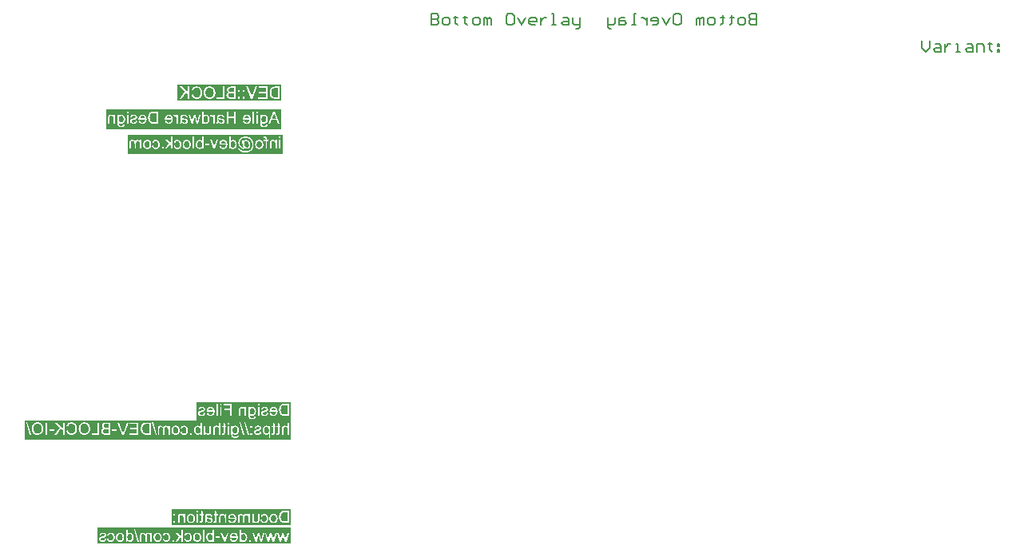
<source format=gbo>
G04*
G04 #@! TF.GenerationSoftware,Altium Limited,Altium Designer,24.3.1 (35)*
G04*
G04 Layer_Color=32896*
%FSLAX44Y44*%
%MOMM*%
G71*
G04*
G04 #@! TF.SameCoordinates,D3561438-4DE8-4D87-AEC0-D3123FBB7C78*
G04*
G04*
G04 #@! TF.FilePolarity,Positive*
G04*
G01*
G75*
%ADD16C,0.1500*%
G36*
X900000Y210000D02*
Y190000D01*
X617455D01*
Y210795D01*
X799510D01*
Y230572D01*
X900000D01*
Y210000D01*
D02*
G37*
G36*
X891063Y493227D02*
X726821D01*
Y514040D01*
X891063D01*
Y493227D01*
D02*
G37*
G36*
X890000Y520000D02*
X704056D01*
Y540572D01*
X890000D01*
Y520000D01*
D02*
G37*
G36*
X900000Y80000D02*
X694632D01*
Y97258D01*
X900000D01*
Y80000D01*
D02*
G37*
G36*
Y100000D02*
X773494D01*
Y117017D01*
X900000D01*
Y100000D01*
D02*
G37*
G36*
X890000Y550000D02*
X779955D01*
Y567258D01*
X890000D01*
Y550000D01*
D02*
G37*
%LPC*%
G36*
X866355Y228572D02*
X864781D01*
Y226776D01*
X866355D01*
Y228572D01*
D02*
G37*
G36*
X826526D02*
X824952D01*
Y226776D01*
X826526D01*
Y228572D01*
D02*
G37*
G36*
X858967Y225258D02*
X858800D01*
X858689Y225239D01*
X858560Y225221D01*
X858393Y225184D01*
X858208Y225147D01*
X858004Y225091D01*
X857801Y225017D01*
X857578Y224925D01*
X857356Y224813D01*
X857115Y224684D01*
X856893Y224536D01*
X856671Y224351D01*
X856449Y224147D01*
X856245Y223906D01*
Y225054D01*
X854801D01*
Y216666D01*
X854819Y216500D01*
Y216296D01*
X854838Y216074D01*
X854856Y215833D01*
X854912Y215333D01*
X854986Y214814D01*
X855042Y214574D01*
X855097Y214352D01*
X855171Y214148D01*
X855245Y213963D01*
Y213944D01*
X855264Y213926D01*
X855338Y213815D01*
X855430Y213648D01*
X855579Y213444D01*
X855782Y213222D01*
X856023Y212981D01*
X856319Y212741D01*
X856652Y212537D01*
X856671D01*
X856690Y212519D01*
X856745Y212481D01*
X856819Y212463D01*
X856912Y212407D01*
X857023Y212370D01*
X857300Y212278D01*
X857634Y212167D01*
X858041Y212093D01*
X858504Y212019D01*
X859004Y212000D01*
X859171D01*
X859282Y212019D01*
X859430D01*
X859578Y212037D01*
X859763Y212056D01*
X859967Y212093D01*
X860393Y212185D01*
X860837Y212315D01*
X861282Y212500D01*
X861689Y212759D01*
X861708Y212778D01*
X861726Y212796D01*
X861856Y212907D01*
X862004Y213074D01*
X862189Y213315D01*
X862374Y213629D01*
X862541Y214018D01*
X862596Y214240D01*
X862633Y214481D01*
X862670Y214722D01*
Y215000D01*
X861133Y214796D01*
Y214759D01*
X861115Y214685D01*
X861078Y214555D01*
X861041Y214389D01*
X860967Y214222D01*
X860874Y214055D01*
X860763Y213889D01*
X860615Y213759D01*
X860578Y213741D01*
X860504Y213685D01*
X860374Y213611D01*
X860189Y213537D01*
X859967Y213444D01*
X859689Y213370D01*
X859356Y213315D01*
X859004Y213296D01*
X858819D01*
X858634Y213315D01*
X858374Y213352D01*
X858115Y213407D01*
X857838Y213481D01*
X857560Y213592D01*
X857319Y213741D01*
X857300Y213759D01*
X857226Y213815D01*
X857115Y213926D01*
X856986Y214055D01*
X856856Y214240D01*
X856727Y214444D01*
X856597Y214685D01*
X856504Y214963D01*
Y214981D01*
X856486Y215055D01*
X856467Y215203D01*
X856449Y215389D01*
X856430Y215518D01*
Y215666D01*
X856412Y215833D01*
Y216018D01*
Y216222D01*
X856393Y216462D01*
Y216703D01*
Y216981D01*
X856412Y216963D01*
X856449Y216925D01*
X856504Y216870D01*
X856578Y216796D01*
X856671Y216703D01*
X856801Y216592D01*
X856949Y216481D01*
X857097Y216370D01*
X857486Y216148D01*
X857912Y215944D01*
X858152Y215870D01*
X858411Y215814D01*
X858689Y215777D01*
X858967Y215759D01*
X859060D01*
X859152Y215777D01*
X859282D01*
X859448Y215796D01*
X859634Y215833D01*
X859837Y215870D01*
X860060Y215926D01*
X860300Y216000D01*
X860541Y216092D01*
X860782Y216203D01*
X861041Y216333D01*
X861282Y216500D01*
X861522Y216685D01*
X861745Y216888D01*
X861948Y217129D01*
X861967Y217148D01*
X861985Y217185D01*
X862041Y217277D01*
X862115Y217370D01*
X862189Y217518D01*
X862281Y217666D01*
X862374Y217851D01*
X862467Y218074D01*
X862559Y218296D01*
X862652Y218555D01*
X862744Y218814D01*
X862819Y219110D01*
X862948Y219740D01*
X862967Y220092D01*
X862985Y220444D01*
Y220666D01*
X862967Y220795D01*
Y220925D01*
X862930Y221258D01*
X862874Y221629D01*
X862781Y222036D01*
X862670Y222462D01*
X862504Y222888D01*
Y222906D01*
X862485Y222943D01*
X862448Y222999D01*
X862411Y223073D01*
X862300Y223277D01*
X862152Y223536D01*
X861948Y223814D01*
X861708Y224091D01*
X861430Y224388D01*
X861115Y224628D01*
X861096D01*
X861078Y224647D01*
X861022Y224684D01*
X860948Y224721D01*
X860763Y224832D01*
X860504Y224943D01*
X860189Y225054D01*
X859819Y225165D01*
X859411Y225239D01*
X858967Y225258D01*
D02*
G37*
G36*
X881483D02*
X881298D01*
X881168Y225239D01*
X881020Y225221D01*
X880835Y225184D01*
X880631Y225147D01*
X880391Y225091D01*
X880169Y225036D01*
X879909Y224943D01*
X879669Y224851D01*
X879409Y224721D01*
X879150Y224573D01*
X878891Y224406D01*
X878650Y224202D01*
X878428Y223980D01*
X878409Y223962D01*
X878372Y223925D01*
X878317Y223851D01*
X878243Y223739D01*
X878150Y223610D01*
X878058Y223462D01*
X877946Y223277D01*
X877835Y223054D01*
X877724Y222814D01*
X877613Y222554D01*
X877521Y222258D01*
X877428Y221943D01*
X877354Y221592D01*
X877298Y221221D01*
X877261Y220832D01*
X877243Y220406D01*
Y220184D01*
X877261Y219999D01*
X884205D01*
Y219981D01*
Y219925D01*
X884187Y219851D01*
Y219740D01*
X884168Y219610D01*
X884131Y219462D01*
X884075Y219129D01*
X883964Y218759D01*
X883816Y218351D01*
X883613Y217981D01*
X883353Y217648D01*
X883335D01*
X883316Y217610D01*
X883205Y217518D01*
X883039Y217388D01*
X882816Y217259D01*
X882520Y217111D01*
X882187Y216981D01*
X881816Y216888D01*
X881613Y216870D01*
X881391Y216851D01*
X881243D01*
X881076Y216870D01*
X880872Y216907D01*
X880650Y216963D01*
X880391Y217036D01*
X880150Y217148D01*
X879909Y217296D01*
X879891Y217314D01*
X879798Y217388D01*
X879687Y217499D01*
X879557Y217648D01*
X879409Y217851D01*
X879243Y218111D01*
X879076Y218407D01*
X878928Y218759D01*
X877298Y218555D01*
Y218536D01*
X877317Y218499D01*
X877336Y218425D01*
X877373Y218314D01*
X877428Y218203D01*
X877484Y218055D01*
X877632Y217740D01*
X877817Y217388D01*
X878076Y217018D01*
X878372Y216666D01*
X878743Y216333D01*
X878761D01*
X878798Y216296D01*
X878854Y216259D01*
X878928Y216203D01*
X879039Y216148D01*
X879150Y216092D01*
X879298Y216018D01*
X879465Y215944D01*
X879650Y215870D01*
X879835Y215796D01*
X880298Y215685D01*
X880817Y215592D01*
X881391Y215555D01*
X881594D01*
X881724Y215574D01*
X881891Y215592D01*
X882094Y215629D01*
X882316Y215666D01*
X882557Y215703D01*
X883076Y215851D01*
X883353Y215963D01*
X883613Y216074D01*
X883890Y216222D01*
X884150Y216388D01*
X884390Y216574D01*
X884631Y216796D01*
X884650Y216814D01*
X884687Y216851D01*
X884742Y216925D01*
X884816Y217036D01*
X884909Y217166D01*
X885001Y217314D01*
X885113Y217499D01*
X885224Y217703D01*
X885335Y217944D01*
X885446Y218203D01*
X885538Y218499D01*
X885631Y218814D01*
X885705Y219147D01*
X885760Y219518D01*
X885798Y219907D01*
X885816Y220314D01*
Y220536D01*
X885798Y220703D01*
X885779Y220907D01*
X885760Y221129D01*
X885723Y221388D01*
X885668Y221647D01*
X885520Y222240D01*
X885427Y222536D01*
X885316Y222851D01*
X885168Y223147D01*
X885001Y223425D01*
X884816Y223703D01*
X884613Y223962D01*
X884594Y223980D01*
X884557Y224017D01*
X884483Y224073D01*
X884390Y224165D01*
X884279Y224258D01*
X884131Y224369D01*
X883964Y224499D01*
X883761Y224610D01*
X883557Y224739D01*
X883316Y224851D01*
X883057Y224962D01*
X882779Y225054D01*
X882483Y225147D01*
X882168Y225202D01*
X881835Y225239D01*
X881483Y225258D01*
D02*
G37*
G36*
X814768D02*
X814583D01*
X814453Y225239D01*
X814305Y225221D01*
X814120Y225184D01*
X813916Y225147D01*
X813675Y225091D01*
X813453Y225036D01*
X813194Y224943D01*
X812953Y224851D01*
X812694Y224721D01*
X812435Y224573D01*
X812176Y224406D01*
X811935Y224202D01*
X811713Y223980D01*
X811694Y223962D01*
X811657Y223925D01*
X811602Y223851D01*
X811527Y223739D01*
X811435Y223610D01*
X811342Y223462D01*
X811231Y223277D01*
X811120Y223054D01*
X811009Y222814D01*
X810898Y222554D01*
X810805Y222258D01*
X810713Y221943D01*
X810639Y221592D01*
X810583Y221221D01*
X810546Y220832D01*
X810528Y220406D01*
Y220184D01*
X810546Y219999D01*
X817490D01*
Y219981D01*
Y219925D01*
X817471Y219851D01*
Y219740D01*
X817453Y219610D01*
X817416Y219462D01*
X817360Y219129D01*
X817249Y218759D01*
X817101Y218351D01*
X816897Y217981D01*
X816638Y217648D01*
X816620D01*
X816601Y217610D01*
X816490Y217518D01*
X816323Y217388D01*
X816101Y217259D01*
X815805Y217111D01*
X815471Y216981D01*
X815101Y216888D01*
X814898Y216870D01*
X814675Y216851D01*
X814527D01*
X814361Y216870D01*
X814157Y216907D01*
X813935Y216963D01*
X813675Y217036D01*
X813435Y217148D01*
X813194Y217296D01*
X813176Y217314D01*
X813083Y217388D01*
X812972Y217499D01*
X812842Y217648D01*
X812694Y217851D01*
X812527Y218111D01*
X812361Y218407D01*
X812213Y218759D01*
X810583Y218555D01*
Y218536D01*
X810602Y218499D01*
X810620Y218425D01*
X810657Y218314D01*
X810713Y218203D01*
X810768Y218055D01*
X810916Y217740D01*
X811102Y217388D01*
X811361Y217018D01*
X811657Y216666D01*
X812027Y216333D01*
X812046D01*
X812083Y216296D01*
X812139Y216259D01*
X812213Y216203D01*
X812324Y216148D01*
X812435Y216092D01*
X812583Y216018D01*
X812750Y215944D01*
X812935Y215870D01*
X813120Y215796D01*
X813583Y215685D01*
X814101Y215592D01*
X814675Y215555D01*
X814879D01*
X815009Y215574D01*
X815175Y215592D01*
X815379Y215629D01*
X815601Y215666D01*
X815842Y215703D01*
X816360Y215851D01*
X816638Y215963D01*
X816897Y216074D01*
X817175Y216222D01*
X817434Y216388D01*
X817675Y216574D01*
X817916Y216796D01*
X817934Y216814D01*
X817971Y216851D01*
X818027Y216925D01*
X818101Y217036D01*
X818194Y217166D01*
X818286Y217314D01*
X818397Y217499D01*
X818508Y217703D01*
X818619Y217944D01*
X818730Y218203D01*
X818823Y218499D01*
X818916Y218814D01*
X818990Y219147D01*
X819045Y219518D01*
X819082Y219907D01*
X819101Y220314D01*
Y220536D01*
X819082Y220703D01*
X819064Y220907D01*
X819045Y221129D01*
X819008Y221388D01*
X818953Y221647D01*
X818804Y222240D01*
X818712Y222536D01*
X818601Y222851D01*
X818453Y223147D01*
X818286Y223425D01*
X818101Y223703D01*
X817897Y223962D01*
X817879Y223980D01*
X817842Y224017D01*
X817768Y224073D01*
X817675Y224165D01*
X817564Y224258D01*
X817416Y224369D01*
X817249Y224499D01*
X817045Y224610D01*
X816842Y224739D01*
X816601Y224851D01*
X816342Y224962D01*
X816064Y225054D01*
X815768Y225147D01*
X815453Y225202D01*
X815120Y225239D01*
X814768Y225258D01*
D02*
G37*
G36*
X898000Y228572D02*
X893075D01*
X892741Y228554D01*
X892371Y228535D01*
X892001Y228498D01*
X891630Y228443D01*
X891316Y228387D01*
X891297D01*
X891260Y228369D01*
X891204D01*
X891130Y228332D01*
X890927Y228276D01*
X890667Y228183D01*
X890371Y228054D01*
X890056Y227887D01*
X889742Y227702D01*
X889445Y227461D01*
X889427Y227443D01*
X889408Y227424D01*
X889353Y227369D01*
X889279Y227313D01*
X889093Y227128D01*
X888871Y226869D01*
X888631Y226554D01*
X888371Y226184D01*
X888131Y225758D01*
X887927Y225276D01*
Y225258D01*
X887908Y225221D01*
X887871Y225147D01*
X887853Y225036D01*
X887797Y224906D01*
X887760Y224758D01*
X887723Y224591D01*
X887668Y224388D01*
X887612Y224184D01*
X887575Y223943D01*
X887483Y223425D01*
X887427Y222851D01*
X887409Y222221D01*
Y221980D01*
X887427Y221851D01*
Y221703D01*
X887446Y221351D01*
X887501Y220944D01*
X887557Y220518D01*
X887649Y220073D01*
X887760Y219629D01*
Y219610D01*
X887779Y219573D01*
X887797Y219518D01*
X887816Y219444D01*
X887890Y219240D01*
X888001Y218981D01*
X888112Y218685D01*
X888260Y218388D01*
X888445Y218074D01*
X888631Y217777D01*
X888649Y217740D01*
X888723Y217648D01*
X888834Y217518D01*
X888982Y217351D01*
X889149Y217166D01*
X889353Y216981D01*
X889556Y216777D01*
X889797Y216611D01*
X889834Y216592D01*
X889908Y216537D01*
X890038Y216462D01*
X890223Y216370D01*
X890445Y216259D01*
X890704Y216166D01*
X891001Y216055D01*
X891334Y215963D01*
X891371D01*
X891427Y215944D01*
X891482Y215926D01*
X891667Y215907D01*
X891927Y215870D01*
X892223Y215833D01*
X892575Y215796D01*
X892963Y215777D01*
X893389Y215759D01*
X898000D01*
Y228572D01*
D02*
G37*
G36*
X866355Y225054D02*
X864781D01*
Y215759D01*
X866355D01*
Y225054D01*
D02*
G37*
G36*
X848061Y225258D02*
X847913D01*
X847765Y225239D01*
X847561Y225221D01*
X847320Y225184D01*
X847061Y225128D01*
X846783Y225054D01*
X846524Y224943D01*
X846487Y224925D01*
X846413Y224888D01*
X846283Y224832D01*
X846135Y224739D01*
X845950Y224628D01*
X845783Y224480D01*
X845617Y224332D01*
X845468Y224147D01*
X845450Y224128D01*
X845413Y224054D01*
X845357Y223962D01*
X845265Y223832D01*
X845191Y223647D01*
X845117Y223462D01*
X845024Y223240D01*
X844968Y222999D01*
Y222980D01*
X844950Y222906D01*
X844931Y222795D01*
X844913Y222647D01*
Y222425D01*
X844894Y222166D01*
X844876Y221851D01*
Y215759D01*
X846450D01*
Y221388D01*
Y221406D01*
Y221425D01*
Y221555D01*
Y221721D01*
X846468Y221925D01*
X846487Y222166D01*
X846524Y222406D01*
X846579Y222628D01*
X846635Y222832D01*
Y222851D01*
X846672Y222906D01*
X846728Y222999D01*
X846783Y223110D01*
X846876Y223221D01*
X846987Y223351D01*
X847135Y223480D01*
X847302Y223591D01*
X847320Y223610D01*
X847376Y223647D01*
X847487Y223684D01*
X847616Y223739D01*
X847765Y223795D01*
X847950Y223851D01*
X848172Y223869D01*
X848394Y223888D01*
X848487D01*
X848561Y223869D01*
X848746Y223851D01*
X848987Y223814D01*
X849246Y223721D01*
X849542Y223610D01*
X849838Y223462D01*
X850116Y223240D01*
X850153Y223203D01*
X850227Y223110D01*
X850283Y223036D01*
X850338Y222943D01*
X850412Y222832D01*
X850468Y222703D01*
X850542Y222554D01*
X850616Y222369D01*
X850672Y222166D01*
X850727Y221943D01*
X850764Y221703D01*
X850801Y221444D01*
X850838Y221129D01*
Y220814D01*
Y215759D01*
X852412D01*
Y225054D01*
X851005D01*
Y223721D01*
X850986Y223739D01*
X850949Y223795D01*
X850894Y223869D01*
X850820Y223962D01*
X850709Y224073D01*
X850579Y224202D01*
X850431Y224351D01*
X850246Y224499D01*
X850061Y224628D01*
X849838Y224776D01*
X849598Y224906D01*
X849338Y225017D01*
X849042Y225110D01*
X848746Y225184D01*
X848413Y225239D01*
X848061Y225258D01*
D02*
G37*
G36*
X837191Y228572D02*
X828526D01*
Y227054D01*
X835488D01*
Y223092D01*
X829470D01*
Y221573D01*
X835488D01*
Y215759D01*
X837191D01*
Y228572D01*
D02*
G37*
G36*
X826526Y225054D02*
X824952D01*
Y215759D01*
X826526D01*
Y225054D01*
D02*
G37*
G36*
X822582Y228572D02*
X821008D01*
Y215759D01*
X822582D01*
Y228572D01*
D02*
G37*
G36*
X872540Y225258D02*
X872095D01*
X871892Y225239D01*
X871614Y225221D01*
X871318Y225184D01*
X871003Y225110D01*
X870669Y225036D01*
X870355Y224925D01*
X870336D01*
X870318Y224906D01*
X870225Y224869D01*
X870077Y224795D01*
X869892Y224702D01*
X869688Y224573D01*
X869484Y224425D01*
X869299Y224258D01*
X869133Y224073D01*
X869114Y224054D01*
X869077Y223980D01*
X869003Y223851D01*
X868910Y223703D01*
X868818Y223480D01*
X868725Y223240D01*
X868651Y222962D01*
X868577Y222647D01*
X870114Y222443D01*
Y222480D01*
X870133Y222554D01*
X870170Y222684D01*
X870225Y222851D01*
X870318Y223017D01*
X870429Y223203D01*
X870558Y223388D01*
X870744Y223554D01*
X870762Y223573D01*
X870836Y223610D01*
X870947Y223684D01*
X871114Y223758D01*
X871299Y223832D01*
X871540Y223906D01*
X871836Y223943D01*
X872151Y223962D01*
X872336D01*
X872521Y223943D01*
X872762Y223925D01*
X873003Y223869D01*
X873262Y223814D01*
X873503Y223721D01*
X873706Y223591D01*
X873725Y223573D01*
X873780Y223536D01*
X873854Y223462D01*
X873928Y223351D01*
X874021Y223240D01*
X874095Y223092D01*
X874151Y222925D01*
X874169Y222758D01*
Y222740D01*
Y222703D01*
X874151Y222647D01*
Y222573D01*
X874095Y222388D01*
X873984Y222203D01*
X873966Y222184D01*
X873947Y222166D01*
X873910Y222110D01*
X873836Y222055D01*
X873762Y221999D01*
X873651Y221925D01*
X873521Y221869D01*
X873373Y221795D01*
X873354D01*
X873317Y221777D01*
X873243Y221758D01*
X873114Y221703D01*
X872928Y221647D01*
X872688Y221592D01*
X872540Y221536D01*
X872373Y221499D01*
X872188Y221444D01*
X871984Y221388D01*
X871966D01*
X871910Y221369D01*
X871817Y221351D01*
X871706Y221314D01*
X871577Y221277D01*
X871410Y221240D01*
X871058Y221129D01*
X870669Y221018D01*
X870281Y220888D01*
X869929Y220758D01*
X869781Y220703D01*
X869651Y220647D01*
X869614Y220629D01*
X869540Y220592D01*
X869429Y220536D01*
X869262Y220444D01*
X869096Y220333D01*
X868929Y220184D01*
X868762Y220018D01*
X868614Y219832D01*
X868596Y219814D01*
X868559Y219740D01*
X868484Y219629D01*
X868410Y219462D01*
X868355Y219258D01*
X868281Y219036D01*
X868244Y218777D01*
X868225Y218481D01*
Y218351D01*
X868244Y218203D01*
X868281Y217999D01*
X868336Y217777D01*
X868429Y217537D01*
X868540Y217259D01*
X868688Y216999D01*
X868707Y216963D01*
X868781Y216888D01*
X868873Y216759D01*
X869022Y216611D01*
X869225Y216444D01*
X869447Y216259D01*
X869707Y216092D01*
X870021Y215926D01*
X870040D01*
X870059Y215907D01*
X870170Y215870D01*
X870355Y215814D01*
X870595Y215740D01*
X870892Y215666D01*
X871225Y215611D01*
X871577Y215574D01*
X871984Y215555D01*
X872151D01*
X872280Y215574D01*
X872429D01*
X872614Y215592D01*
X872799Y215611D01*
X873003Y215648D01*
X873447Y215740D01*
X873910Y215870D01*
X874354Y216055D01*
X874558Y216166D01*
X874743Y216296D01*
X874762Y216314D01*
X874780Y216333D01*
X874891Y216444D01*
X875058Y216611D01*
X875243Y216870D01*
X875447Y217185D01*
X875650Y217555D01*
X875817Y218018D01*
X875947Y218536D01*
X874391Y218777D01*
Y218759D01*
Y218740D01*
X874354Y218629D01*
X874317Y218444D01*
X874243Y218240D01*
X874151Y218018D01*
X874040Y217777D01*
X873873Y217537D01*
X873669Y217333D01*
X873632Y217314D01*
X873558Y217259D01*
X873410Y217185D01*
X873225Y217092D01*
X872984Y216999D01*
X872706Y216925D01*
X872373Y216870D01*
X871984Y216851D01*
X871799D01*
X871614Y216870D01*
X871373Y216907D01*
X871114Y216963D01*
X870836Y217036D01*
X870595Y217129D01*
X870373Y217277D01*
X870355Y217296D01*
X870281Y217351D01*
X870207Y217444D01*
X870096Y217574D01*
X870003Y217722D01*
X869910Y217907D01*
X869855Y218092D01*
X869836Y218314D01*
Y218333D01*
Y218407D01*
X869855Y218499D01*
X869892Y218629D01*
X869947Y218759D01*
X870040Y218888D01*
X870151Y219036D01*
X870318Y219147D01*
X870336Y219166D01*
X870392Y219184D01*
X870484Y219240D01*
X870632Y219296D01*
X870855Y219370D01*
X870984Y219425D01*
X871132Y219462D01*
X871299Y219518D01*
X871484Y219573D01*
X871688Y219629D01*
X871929Y219684D01*
X871947D01*
X872003Y219703D01*
X872095Y219721D01*
X872206Y219758D01*
X872355Y219795D01*
X872521Y219851D01*
X872873Y219944D01*
X873280Y220073D01*
X873669Y220184D01*
X874040Y220314D01*
X874206Y220388D01*
X874336Y220444D01*
X874373Y220462D01*
X874447Y220499D01*
X874558Y220573D01*
X874706Y220666D01*
X874873Y220795D01*
X875039Y220944D01*
X875206Y221110D01*
X875354Y221314D01*
X875373Y221332D01*
X875410Y221406D01*
X875465Y221536D01*
X875521Y221684D01*
X875576Y221869D01*
X875632Y222092D01*
X875669Y222314D01*
X875687Y222573D01*
Y222610D01*
Y222684D01*
X875669Y222795D01*
X875650Y222962D01*
X875613Y223129D01*
X875576Y223332D01*
X875502Y223517D01*
X875410Y223721D01*
X875391Y223739D01*
X875354Y223814D01*
X875299Y223906D01*
X875206Y224036D01*
X875095Y224165D01*
X874965Y224332D01*
X874817Y224480D01*
X874632Y224610D01*
X874613Y224628D01*
X874558Y224647D01*
X874484Y224702D01*
X874373Y224758D01*
X874225Y224832D01*
X874058Y224906D01*
X873854Y224980D01*
X873632Y225054D01*
X873595Y225073D01*
X873521Y225091D01*
X873391Y225128D01*
X873225Y225165D01*
X873021Y225202D01*
X872799Y225221D01*
X872540Y225258D01*
D02*
G37*
G36*
X805824D02*
X805380D01*
X805176Y225239D01*
X804899Y225221D01*
X804602Y225184D01*
X804287Y225110D01*
X803954Y225036D01*
X803639Y224925D01*
X803621D01*
X803602Y224906D01*
X803510Y224869D01*
X803362Y224795D01*
X803176Y224702D01*
X802973Y224573D01*
X802769Y224425D01*
X802584Y224258D01*
X802417Y224073D01*
X802399Y224054D01*
X802362Y223980D01*
X802288Y223851D01*
X802195Y223703D01*
X802103Y223480D01*
X802010Y223240D01*
X801936Y222962D01*
X801862Y222647D01*
X803399Y222443D01*
Y222480D01*
X803417Y222554D01*
X803454Y222684D01*
X803510Y222851D01*
X803602Y223017D01*
X803714Y223203D01*
X803843Y223388D01*
X804028Y223554D01*
X804047Y223573D01*
X804121Y223610D01*
X804232Y223684D01*
X804399Y223758D01*
X804584Y223832D01*
X804825Y223906D01*
X805121Y223943D01*
X805435Y223962D01*
X805621D01*
X805806Y223943D01*
X806047Y223925D01*
X806287Y223869D01*
X806546Y223814D01*
X806787Y223721D01*
X806991Y223591D01*
X807009Y223573D01*
X807065Y223536D01*
X807139Y223462D01*
X807213Y223351D01*
X807306Y223240D01*
X807380Y223092D01*
X807435Y222925D01*
X807454Y222758D01*
Y222740D01*
Y222703D01*
X807435Y222647D01*
Y222573D01*
X807380Y222388D01*
X807269Y222203D01*
X807250Y222184D01*
X807232Y222166D01*
X807195Y222110D01*
X807121Y222055D01*
X807047Y221999D01*
X806935Y221925D01*
X806806Y221869D01*
X806658Y221795D01*
X806639D01*
X806602Y221777D01*
X806528Y221758D01*
X806398Y221703D01*
X806213Y221647D01*
X805973Y221592D01*
X805824Y221536D01*
X805658Y221499D01*
X805473Y221444D01*
X805269Y221388D01*
X805250D01*
X805195Y221369D01*
X805102Y221351D01*
X804991Y221314D01*
X804862Y221277D01*
X804695Y221240D01*
X804343Y221129D01*
X803954Y221018D01*
X803565Y220888D01*
X803214Y220758D01*
X803065Y220703D01*
X802936Y220647D01*
X802899Y220629D01*
X802825Y220592D01*
X802714Y220536D01*
X802547Y220444D01*
X802380Y220333D01*
X802214Y220184D01*
X802047Y220018D01*
X801899Y219832D01*
X801880Y219814D01*
X801843Y219740D01*
X801769Y219629D01*
X801695Y219462D01*
X801640Y219258D01*
X801566Y219036D01*
X801528Y218777D01*
X801510Y218481D01*
Y218351D01*
X801528Y218203D01*
X801566Y217999D01*
X801621Y217777D01*
X801714Y217537D01*
X801825Y217259D01*
X801973Y216999D01*
X801991Y216963D01*
X802066Y216888D01*
X802158Y216759D01*
X802306Y216611D01*
X802510Y216444D01*
X802732Y216259D01*
X802991Y216092D01*
X803306Y215926D01*
X803325D01*
X803343Y215907D01*
X803454Y215870D01*
X803639Y215814D01*
X803880Y215740D01*
X804176Y215666D01*
X804510Y215611D01*
X804862Y215574D01*
X805269Y215555D01*
X805435D01*
X805565Y215574D01*
X805713D01*
X805898Y215592D01*
X806084Y215611D01*
X806287Y215648D01*
X806732Y215740D01*
X807195Y215870D01*
X807639Y216055D01*
X807843Y216166D01*
X808028Y216296D01*
X808046Y216314D01*
X808065Y216333D01*
X808176Y216444D01*
X808343Y216611D01*
X808528Y216870D01*
X808732Y217185D01*
X808935Y217555D01*
X809102Y218018D01*
X809231Y218536D01*
X807676Y218777D01*
Y218759D01*
Y218740D01*
X807639Y218629D01*
X807602Y218444D01*
X807528Y218240D01*
X807435Y218018D01*
X807324Y217777D01*
X807158Y217537D01*
X806954Y217333D01*
X806917Y217314D01*
X806843Y217259D01*
X806695Y217185D01*
X806509Y217092D01*
X806269Y216999D01*
X805991Y216925D01*
X805658Y216870D01*
X805269Y216851D01*
X805084D01*
X804899Y216870D01*
X804658Y216907D01*
X804399Y216963D01*
X804121Y217036D01*
X803880Y217129D01*
X803658Y217277D01*
X803639Y217296D01*
X803565Y217351D01*
X803491Y217444D01*
X803380Y217574D01*
X803288Y217722D01*
X803195Y217907D01*
X803139Y218092D01*
X803121Y218314D01*
Y218333D01*
Y218407D01*
X803139Y218499D01*
X803176Y218629D01*
X803232Y218759D01*
X803325Y218888D01*
X803436Y219036D01*
X803602Y219147D01*
X803621Y219166D01*
X803676Y219184D01*
X803769Y219240D01*
X803917Y219296D01*
X804139Y219370D01*
X804269Y219425D01*
X804417Y219462D01*
X804584Y219518D01*
X804769Y219573D01*
X804973Y219629D01*
X805213Y219684D01*
X805232D01*
X805287Y219703D01*
X805380Y219721D01*
X805491Y219758D01*
X805639Y219795D01*
X805806Y219851D01*
X806158Y219944D01*
X806565Y220073D01*
X806954Y220184D01*
X807324Y220314D01*
X807491Y220388D01*
X807620Y220444D01*
X807657Y220462D01*
X807732Y220499D01*
X807843Y220573D01*
X807991Y220666D01*
X808158Y220795D01*
X808324Y220944D01*
X808491Y221110D01*
X808639Y221314D01*
X808657Y221332D01*
X808694Y221406D01*
X808750Y221536D01*
X808805Y221684D01*
X808861Y221869D01*
X808917Y222092D01*
X808954Y222314D01*
X808972Y222573D01*
Y222610D01*
Y222684D01*
X808954Y222795D01*
X808935Y222962D01*
X808898Y223129D01*
X808861Y223332D01*
X808787Y223517D01*
X808694Y223721D01*
X808676Y223739D01*
X808639Y223814D01*
X808583Y223906D01*
X808491Y224036D01*
X808380Y224165D01*
X808250Y224332D01*
X808102Y224480D01*
X807917Y224610D01*
X807898Y224628D01*
X807843Y224647D01*
X807769Y224702D01*
X807657Y224758D01*
X807509Y224832D01*
X807343Y224906D01*
X807139Y224980D01*
X806917Y225054D01*
X806880Y225073D01*
X806806Y225091D01*
X806676Y225128D01*
X806509Y225165D01*
X806306Y225202D01*
X806084Y225221D01*
X805824Y225258D01*
D02*
G37*
G36*
X834247Y208572D02*
X832673D01*
Y206776D01*
X834247D01*
Y208572D01*
D02*
G37*
G36*
X805398D02*
X803825D01*
Y203999D01*
X803806Y204017D01*
X803788Y204054D01*
X803732Y204110D01*
X803639Y204202D01*
X803547Y204295D01*
X803436Y204406D01*
X803288Y204517D01*
X803139Y204628D01*
X802769Y204869D01*
X802343Y205054D01*
X802103Y205147D01*
X801843Y205202D01*
X801566Y205239D01*
X801288Y205258D01*
X801140D01*
X800973Y205239D01*
X800769Y205221D01*
X800529Y205165D01*
X800251Y205110D01*
X799955Y205017D01*
X799677Y204906D01*
X799640Y204888D01*
X799547Y204851D01*
X799399Y204758D01*
X799232Y204647D01*
X799029Y204517D01*
X798825Y204351D01*
X798603Y204147D01*
X798418Y203925D01*
X798399Y203906D01*
X798344Y203814D01*
X798251Y203684D01*
X798140Y203517D01*
X798010Y203295D01*
X797881Y203036D01*
X797751Y202740D01*
X797640Y202425D01*
Y202406D01*
X797622Y202388D01*
X797603Y202332D01*
X797585Y202277D01*
X797548Y202092D01*
X797492Y201851D01*
X797436Y201573D01*
X797381Y201258D01*
X797362Y200907D01*
X797344Y200536D01*
Y200314D01*
X797362Y200147D01*
X797381Y199944D01*
X797399Y199721D01*
X797436Y199462D01*
X797492Y199184D01*
X797640Y198592D01*
X797733Y198277D01*
X797844Y197981D01*
X797973Y197666D01*
X798140Y197388D01*
X798325Y197111D01*
X798529Y196851D01*
X798547Y196833D01*
X798584Y196796D01*
X798640Y196740D01*
X798733Y196648D01*
X798862Y196555D01*
X798992Y196444D01*
X799140Y196333D01*
X799325Y196203D01*
X799529Y196092D01*
X799732Y195963D01*
X800232Y195759D01*
X800492Y195666D01*
X800769Y195611D01*
X801066Y195574D01*
X801362Y195555D01*
X801436D01*
X801528Y195574D01*
X801640D01*
X801769Y195592D01*
X801936Y195629D01*
X802306Y195722D01*
X802510Y195796D01*
X802714Y195889D01*
X802936Y196000D01*
X803139Y196129D01*
X803362Y196296D01*
X803565Y196481D01*
X803751Y196685D01*
X803936Y196925D01*
Y195759D01*
X805398D01*
Y208572D01*
D02*
G37*
G36*
X898000D02*
X896426D01*
Y203980D01*
X896408Y203999D01*
X896370Y204036D01*
X896315Y204091D01*
X896222Y204184D01*
X896130Y204277D01*
X896000Y204388D01*
X895834Y204499D01*
X895667Y204628D01*
X895482Y204739D01*
X895278Y204851D01*
X894797Y205054D01*
X894537Y205147D01*
X894260Y205202D01*
X893963Y205239D01*
X893667Y205258D01*
X893501D01*
X893297Y205239D01*
X893056Y205202D01*
X892778Y205165D01*
X892482Y205091D01*
X892186Y204980D01*
X891889Y204851D01*
X891852Y204832D01*
X891760Y204776D01*
X891630Y204684D01*
X891464Y204554D01*
X891297Y204388D01*
X891112Y204202D01*
X890945Y203980D01*
X890797Y203721D01*
X890779Y203684D01*
X890742Y203591D01*
X890686Y203425D01*
X890630Y203184D01*
X890575Y202888D01*
X890519Y202536D01*
X890482Y202110D01*
X890464Y201629D01*
Y195759D01*
X892038D01*
Y201647D01*
Y201666D01*
Y201703D01*
Y201758D01*
Y201832D01*
X892056Y202036D01*
X892093Y202295D01*
X892167Y202573D01*
X892260Y202851D01*
X892390Y203129D01*
X892556Y203351D01*
X892575Y203369D01*
X892649Y203443D01*
X892760Y203536D01*
X892926Y203628D01*
X893130Y203739D01*
X893371Y203814D01*
X893667Y203888D01*
X894000Y203906D01*
X894111D01*
X894241Y203888D01*
X894426Y203869D01*
X894612Y203814D01*
X894834Y203758D01*
X895056Y203666D01*
X895297Y203536D01*
X895315Y203517D01*
X895389Y203462D01*
X895500Y203388D01*
X895630Y203277D01*
X895778Y203129D01*
X895926Y202962D01*
X896056Y202758D01*
X896167Y202536D01*
X896185Y202499D01*
X896204Y202425D01*
X896241Y202277D01*
X896296Y202092D01*
X896352Y201851D01*
X896389Y201555D01*
X896408Y201221D01*
X896426Y200832D01*
Y195759D01*
X898000D01*
Y208572D01*
D02*
G37*
G36*
X825285D02*
X823711D01*
Y203980D01*
X823693Y203999D01*
X823656Y204036D01*
X823600Y204091D01*
X823508Y204184D01*
X823415Y204277D01*
X823286Y204388D01*
X823119Y204499D01*
X822952Y204628D01*
X822767Y204739D01*
X822563Y204851D01*
X822082Y205054D01*
X821823Y205147D01*
X821545Y205202D01*
X821249Y205239D01*
X820952Y205258D01*
X820786D01*
X820582Y205239D01*
X820341Y205202D01*
X820064Y205165D01*
X819767Y205091D01*
X819471Y204980D01*
X819175Y204851D01*
X819138Y204832D01*
X819045Y204776D01*
X818916Y204684D01*
X818749Y204554D01*
X818582Y204388D01*
X818397Y204202D01*
X818231Y203980D01*
X818082Y203721D01*
X818064Y203684D01*
X818027Y203591D01*
X817971Y203425D01*
X817916Y203184D01*
X817860Y202888D01*
X817805Y202536D01*
X817768Y202110D01*
X817749Y201629D01*
Y195759D01*
X819323D01*
Y201647D01*
Y201666D01*
Y201703D01*
Y201758D01*
Y201832D01*
X819342Y202036D01*
X819379Y202295D01*
X819453Y202573D01*
X819545Y202851D01*
X819675Y203129D01*
X819841Y203351D01*
X819860Y203369D01*
X819934Y203443D01*
X820045Y203536D01*
X820212Y203628D01*
X820415Y203739D01*
X820656Y203814D01*
X820952Y203888D01*
X821286Y203906D01*
X821397D01*
X821526Y203888D01*
X821712Y203869D01*
X821897Y203814D01*
X822119Y203758D01*
X822341Y203666D01*
X822582Y203536D01*
X822600Y203517D01*
X822674Y203462D01*
X822786Y203388D01*
X822915Y203277D01*
X823063Y203129D01*
X823212Y202962D01*
X823341Y202758D01*
X823452Y202536D01*
X823471Y202499D01*
X823489Y202425D01*
X823526Y202277D01*
X823582Y202092D01*
X823637Y201851D01*
X823674Y201555D01*
X823693Y201221D01*
X823711Y200832D01*
Y195759D01*
X825285D01*
Y208572D01*
D02*
G37*
G36*
X840802Y205258D02*
X840636D01*
X840525Y205239D01*
X840395Y205221D01*
X840228Y205184D01*
X840043Y205147D01*
X839839Y205091D01*
X839636Y205017D01*
X839414Y204925D01*
X839191Y204813D01*
X838951Y204684D01*
X838728Y204536D01*
X838506Y204351D01*
X838284Y204147D01*
X838080Y203906D01*
Y205054D01*
X836636D01*
Y196666D01*
X836655Y196500D01*
Y196296D01*
X836673Y196074D01*
X836692Y195833D01*
X836747Y195333D01*
X836821Y194814D01*
X836877Y194574D01*
X836932Y194352D01*
X837006Y194148D01*
X837080Y193963D01*
Y193944D01*
X837099Y193926D01*
X837173Y193815D01*
X837266Y193648D01*
X837414Y193444D01*
X837617Y193222D01*
X837858Y192981D01*
X838154Y192741D01*
X838488Y192537D01*
X838506D01*
X838525Y192519D01*
X838580Y192481D01*
X838654Y192463D01*
X838747Y192407D01*
X838858Y192370D01*
X839136Y192278D01*
X839469Y192167D01*
X839876Y192093D01*
X840339Y192019D01*
X840839Y192000D01*
X841006D01*
X841117Y192019D01*
X841265D01*
X841413Y192037D01*
X841598Y192055D01*
X841802Y192093D01*
X842228Y192185D01*
X842672Y192315D01*
X843117Y192500D01*
X843524Y192759D01*
X843543Y192778D01*
X843561Y192796D01*
X843691Y192907D01*
X843839Y193074D01*
X844024Y193315D01*
X844209Y193629D01*
X844376Y194018D01*
X844432Y194240D01*
X844469Y194481D01*
X844505Y194722D01*
Y195000D01*
X842969Y194796D01*
Y194759D01*
X842950Y194685D01*
X842913Y194555D01*
X842876Y194389D01*
X842802Y194222D01*
X842709Y194055D01*
X842598Y193889D01*
X842450Y193759D01*
X842413Y193741D01*
X842339Y193685D01*
X842209Y193611D01*
X842024Y193537D01*
X841802Y193444D01*
X841524Y193370D01*
X841191Y193315D01*
X840839Y193296D01*
X840654D01*
X840469Y193315D01*
X840210Y193352D01*
X839950Y193407D01*
X839673Y193481D01*
X839395Y193592D01*
X839154Y193741D01*
X839136Y193759D01*
X839062Y193815D01*
X838951Y193926D01*
X838821Y194055D01*
X838691Y194240D01*
X838562Y194444D01*
X838432Y194685D01*
X838339Y194963D01*
Y194981D01*
X838321Y195055D01*
X838303Y195203D01*
X838284Y195389D01*
X838266Y195518D01*
Y195666D01*
X838247Y195833D01*
Y196018D01*
Y196222D01*
X838228Y196462D01*
Y196703D01*
Y196981D01*
X838247Y196962D01*
X838284Y196925D01*
X838339Y196870D01*
X838414Y196796D01*
X838506Y196703D01*
X838636Y196592D01*
X838784Y196481D01*
X838932Y196370D01*
X839321Y196148D01*
X839747Y195944D01*
X839987Y195870D01*
X840247Y195814D01*
X840525Y195777D01*
X840802Y195759D01*
X840895D01*
X840987Y195777D01*
X841117D01*
X841284Y195796D01*
X841469Y195833D01*
X841673Y195870D01*
X841895Y195926D01*
X842135Y196000D01*
X842376Y196092D01*
X842617Y196203D01*
X842876Y196333D01*
X843117Y196500D01*
X843357Y196685D01*
X843580Y196888D01*
X843783Y197129D01*
X843802Y197148D01*
X843820Y197185D01*
X843876Y197277D01*
X843950Y197370D01*
X844024Y197518D01*
X844117Y197666D01*
X844209Y197851D01*
X844302Y198073D01*
X844395Y198296D01*
X844487Y198555D01*
X844580Y198814D01*
X844654Y199110D01*
X844783Y199740D01*
X844802Y200092D01*
X844820Y200444D01*
Y200666D01*
X844802Y200795D01*
Y200925D01*
X844765Y201258D01*
X844709Y201629D01*
X844617Y202036D01*
X844505Y202462D01*
X844339Y202888D01*
Y202906D01*
X844320Y202943D01*
X844283Y202999D01*
X844246Y203073D01*
X844135Y203277D01*
X843987Y203536D01*
X843783Y203814D01*
X843543Y204091D01*
X843265Y204388D01*
X842950Y204628D01*
X842932D01*
X842913Y204647D01*
X842858Y204684D01*
X842784Y204721D01*
X842598Y204832D01*
X842339Y204943D01*
X842024Y205054D01*
X841654Y205165D01*
X841247Y205239D01*
X840802Y205258D01*
D02*
G37*
G36*
X767291D02*
X767125D01*
X766921Y205239D01*
X766699Y205202D01*
X766421Y205147D01*
X766143Y205073D01*
X765865Y204962D01*
X765606Y204813D01*
X765569Y204795D01*
X765495Y204739D01*
X765384Y204647D01*
X765236Y204499D01*
X765088Y204332D01*
X764921Y204128D01*
X764773Y203888D01*
X764662Y203610D01*
X764643Y203628D01*
X764606Y203684D01*
X764551Y203758D01*
X764458Y203869D01*
X764347Y203999D01*
X764218Y204128D01*
X764069Y204277D01*
X763884Y204443D01*
X763681Y204591D01*
X763477Y204739D01*
X763236Y204869D01*
X762977Y204999D01*
X762699Y205110D01*
X762403Y205184D01*
X762107Y205239D01*
X761773Y205258D01*
X761644D01*
X761551Y205239D01*
X761422D01*
X761292Y205221D01*
X760977Y205165D01*
X760644Y205073D01*
X760292Y204925D01*
X759940Y204739D01*
X759644Y204480D01*
X759607Y204443D01*
X759533Y204332D01*
X759403Y204165D01*
X759348Y204036D01*
X759274Y203906D01*
X759200Y203739D01*
X759144Y203573D01*
X759070Y203388D01*
X759014Y203165D01*
X758977Y202943D01*
X758940Y202684D01*
X758903Y202425D01*
Y195759D01*
X760477D01*
Y201592D01*
Y201610D01*
Y201629D01*
Y201740D01*
Y201906D01*
X760496Y202110D01*
X760514Y202332D01*
X760533Y202554D01*
X760570Y202777D01*
X760625Y202943D01*
Y202962D01*
X760662Y203017D01*
X760699Y203091D01*
X760755Y203184D01*
X760829Y203295D01*
X760922Y203406D01*
X761033Y203517D01*
X761181Y203628D01*
X761199Y203647D01*
X761255Y203666D01*
X761329Y203703D01*
X761459Y203758D01*
X761588Y203814D01*
X761755Y203851D01*
X761921Y203869D01*
X762125Y203888D01*
X762218D01*
X762292Y203869D01*
X762477Y203851D01*
X762699Y203814D01*
X762958Y203721D01*
X763236Y203610D01*
X763514Y203443D01*
X763773Y203221D01*
X763792Y203184D01*
X763866Y203091D01*
X763977Y202943D01*
X764088Y202721D01*
X764218Y202425D01*
X764310Y202073D01*
X764384Y201647D01*
X764421Y201147D01*
Y195759D01*
X765995D01*
Y201777D01*
Y201795D01*
Y201832D01*
Y201869D01*
Y201943D01*
X766014Y202147D01*
X766051Y202369D01*
X766088Y202628D01*
X766162Y202888D01*
X766254Y203129D01*
X766384Y203351D01*
X766403Y203369D01*
X766458Y203443D01*
X766551Y203517D01*
X766680Y203628D01*
X766847Y203721D01*
X767069Y203814D01*
X767328Y203869D01*
X767643Y203888D01*
X767754D01*
X767884Y203869D01*
X768032Y203851D01*
X768217Y203795D01*
X768439Y203739D01*
X768643Y203647D01*
X768865Y203536D01*
X768884Y203517D01*
X768958Y203462D01*
X769050Y203388D01*
X769180Y203277D01*
X769310Y203129D01*
X769439Y202943D01*
X769569Y202740D01*
X769680Y202499D01*
X769698Y202462D01*
X769717Y202369D01*
X769754Y202221D01*
X769810Y202017D01*
X769865Y201740D01*
X769902Y201406D01*
X769921Y201018D01*
X769939Y200573D01*
Y195759D01*
X771513D01*
Y205054D01*
X770106D01*
Y203721D01*
X770087Y203758D01*
X770032Y203832D01*
X769921Y203962D01*
X769791Y204110D01*
X769624Y204295D01*
X769421Y204480D01*
X769199Y204665D01*
X768939Y204832D01*
X768902Y204851D01*
X768810Y204906D01*
X768662Y204962D01*
X768458Y205054D01*
X768217Y205128D01*
X767939Y205184D01*
X767625Y205239D01*
X767291Y205258D01*
D02*
G37*
G36*
X858726Y205054D02*
X856930D01*
Y203258D01*
X858726D01*
Y205054D01*
D02*
G37*
G36*
X659932Y208572D02*
X658229D01*
Y202203D01*
X651896Y208572D01*
X649581D01*
X654951Y203369D01*
X649341Y195759D01*
X651581D01*
X656136Y202221D01*
X658229Y200203D01*
Y195759D01*
X659932D01*
Y208572D01*
D02*
G37*
G36*
X715408Y201184D02*
X710538D01*
Y199610D01*
X715408D01*
Y201184D01*
D02*
G37*
G36*
X648748D02*
X643878D01*
Y199610D01*
X648748D01*
Y201184D01*
D02*
G37*
G36*
X727851Y208572D02*
X725999D01*
X722666Y199258D01*
Y199240D01*
X722648Y199203D01*
X722629Y199147D01*
X722592Y199073D01*
X722574Y198962D01*
X722537Y198851D01*
X722444Y198573D01*
X722333Y198259D01*
X722222Y197907D01*
X722000Y197166D01*
Y197185D01*
X721981Y197222D01*
X721963Y197277D01*
X721944Y197351D01*
X721889Y197555D01*
X721796Y197833D01*
X721703Y198148D01*
X721592Y198499D01*
X721463Y198870D01*
X721315Y199258D01*
X717833Y208572D01*
X716111D01*
X721111Y195759D01*
X722888D01*
X727851Y208572D01*
D02*
G37*
G36*
X886205Y208295D02*
Y205054D01*
X884613D01*
Y203832D01*
X886205D01*
Y198370D01*
Y198333D01*
Y198259D01*
Y198148D01*
X886186Y198018D01*
X886168Y197722D01*
X886149Y197592D01*
X886131Y197499D01*
X886112Y197462D01*
X886057Y197388D01*
X885983Y197296D01*
X885853Y197203D01*
X885816Y197185D01*
X885723Y197148D01*
X885557Y197111D01*
X885316Y197092D01*
X885131D01*
X885038Y197111D01*
X884909D01*
X884761Y197129D01*
X884613Y197148D01*
X884409Y195759D01*
X884446D01*
X884520Y195740D01*
X884650Y195722D01*
X884816Y195703D01*
X885001Y195666D01*
X885205Y195648D01*
X885612Y195629D01*
X885760D01*
X885909Y195648D01*
X886094Y195666D01*
X886316Y195685D01*
X886538Y195740D01*
X886742Y195796D01*
X886946Y195889D01*
X886964Y195907D01*
X887020Y195944D01*
X887094Y196000D01*
X887205Y196092D01*
X887297Y196185D01*
X887409Y196314D01*
X887520Y196444D01*
X887594Y196611D01*
Y196629D01*
X887631Y196703D01*
X887649Y196833D01*
X887686Y197018D01*
X887723Y197259D01*
X887742Y197407D01*
Y197574D01*
X887760Y197777D01*
X887779Y197981D01*
Y198203D01*
Y198462D01*
Y203832D01*
X888945D01*
Y205054D01*
X887779D01*
Y207350D01*
X886205Y208295D01*
D02*
G37*
G36*
X881224D02*
Y205054D01*
X879632D01*
Y203832D01*
X881224D01*
Y198370D01*
Y198333D01*
Y198259D01*
Y198148D01*
X881206Y198018D01*
X881187Y197722D01*
X881168Y197592D01*
X881150Y197499D01*
X881131Y197462D01*
X881076Y197388D01*
X881002Y197296D01*
X880872Y197203D01*
X880835Y197185D01*
X880742Y197148D01*
X880576Y197111D01*
X880335Y197092D01*
X880150D01*
X880057Y197111D01*
X879928D01*
X879780Y197129D01*
X879632Y197148D01*
X879428Y195759D01*
X879465D01*
X879539Y195740D01*
X879669Y195722D01*
X879835Y195703D01*
X880020Y195666D01*
X880224Y195648D01*
X880631Y195629D01*
X880780D01*
X880928Y195648D01*
X881113Y195666D01*
X881335Y195685D01*
X881557Y195740D01*
X881761Y195796D01*
X881965Y195889D01*
X881983Y195907D01*
X882039Y195944D01*
X882113Y196000D01*
X882224Y196092D01*
X882316Y196185D01*
X882428Y196314D01*
X882539Y196444D01*
X882613Y196611D01*
Y196629D01*
X882650Y196703D01*
X882668Y196833D01*
X882705Y197018D01*
X882742Y197259D01*
X882761Y197407D01*
Y197574D01*
X882779Y197777D01*
X882798Y197981D01*
Y198203D01*
Y198462D01*
Y203832D01*
X883964D01*
Y205054D01*
X882798D01*
Y207350D01*
X881224Y208295D01*
D02*
G37*
G36*
X828433D02*
Y205054D01*
X826841D01*
Y203832D01*
X828433D01*
Y198370D01*
Y198333D01*
Y198259D01*
Y198148D01*
X828415Y198018D01*
X828396Y197722D01*
X828378Y197592D01*
X828359Y197499D01*
X828341Y197462D01*
X828285Y197388D01*
X828211Y197296D01*
X828081Y197203D01*
X828044Y197185D01*
X827952Y197148D01*
X827785Y197111D01*
X827544Y197092D01*
X827359D01*
X827267Y197111D01*
X827137D01*
X826989Y197129D01*
X826841Y197148D01*
X826637Y195759D01*
X826674D01*
X826748Y195740D01*
X826878Y195722D01*
X827044Y195703D01*
X827230Y195666D01*
X827433Y195648D01*
X827841Y195629D01*
X827989D01*
X828137Y195648D01*
X828322Y195666D01*
X828544Y195685D01*
X828766Y195740D01*
X828970Y195796D01*
X829174Y195889D01*
X829192Y195907D01*
X829248Y195944D01*
X829322Y196000D01*
X829433Y196092D01*
X829526Y196185D01*
X829637Y196314D01*
X829748Y196444D01*
X829822Y196611D01*
Y196629D01*
X829859Y196703D01*
X829877Y196833D01*
X829914Y197018D01*
X829951Y197259D01*
X829970Y197407D01*
Y197574D01*
X829988Y197777D01*
X830007Y197981D01*
Y198203D01*
Y198462D01*
Y203832D01*
X831174D01*
Y205054D01*
X830007D01*
Y207350D01*
X828433Y208295D01*
D02*
G37*
G36*
X667246Y208795D02*
X667061D01*
X666931Y208776D01*
X666765Y208757D01*
X666561Y208739D01*
X666357Y208720D01*
X666117Y208665D01*
X665617Y208554D01*
X665061Y208387D01*
X664783Y208276D01*
X664524Y208146D01*
X664265Y207980D01*
X664006Y207813D01*
X663987Y207795D01*
X663950Y207776D01*
X663876Y207721D01*
X663783Y207628D01*
X663691Y207535D01*
X663561Y207406D01*
X663432Y207258D01*
X663284Y207110D01*
X663136Y206924D01*
X662987Y206702D01*
X662821Y206480D01*
X662673Y206239D01*
X662543Y205961D01*
X662395Y205684D01*
X662284Y205387D01*
X662173Y205054D01*
X663839Y204665D01*
Y204684D01*
X663858Y204721D01*
X663895Y204795D01*
X663932Y204888D01*
X663969Y204999D01*
X664024Y205147D01*
X664172Y205443D01*
X664358Y205776D01*
X664580Y206110D01*
X664857Y206424D01*
X665154Y206702D01*
X665191Y206739D01*
X665302Y206813D01*
X665487Y206906D01*
X665728Y207036D01*
X666043Y207147D01*
X666394Y207258D01*
X666820Y207332D01*
X667283Y207350D01*
X667431D01*
X667524Y207332D01*
X667654D01*
X667802Y207313D01*
X668154Y207258D01*
X668542Y207184D01*
X668950Y207054D01*
X669376Y206869D01*
X669764Y206628D01*
X669783D01*
X669801Y206591D01*
X669931Y206499D01*
X670098Y206350D01*
X670301Y206128D01*
X670542Y205850D01*
X670764Y205536D01*
X670968Y205147D01*
X671153Y204721D01*
Y204702D01*
X671172Y204665D01*
X671190Y204610D01*
X671209Y204517D01*
X671246Y204406D01*
X671283Y204277D01*
X671338Y203962D01*
X671412Y203591D01*
X671486Y203184D01*
X671524Y202740D01*
X671542Y202258D01*
Y202240D01*
Y202184D01*
Y202092D01*
Y201980D01*
X671524Y201851D01*
Y201684D01*
X671505Y201499D01*
X671486Y201295D01*
X671431Y200851D01*
X671338Y200369D01*
X671227Y199888D01*
X671079Y199407D01*
Y199388D01*
X671061Y199351D01*
X671023Y199296D01*
X670986Y199203D01*
X670875Y198981D01*
X670709Y198722D01*
X670505Y198425D01*
X670246Y198111D01*
X669950Y197833D01*
X669598Y197574D01*
X669579D01*
X669542Y197555D01*
X669487Y197518D01*
X669413Y197481D01*
X669320Y197444D01*
X669209Y197388D01*
X668950Y197277D01*
X668616Y197166D01*
X668246Y197073D01*
X667839Y196999D01*
X667413Y196981D01*
X667283D01*
X667172Y196999D01*
X667042D01*
X666913Y197018D01*
X666580Y197092D01*
X666191Y197185D01*
X665802Y197333D01*
X665395Y197537D01*
X665191Y197648D01*
X665006Y197796D01*
X664987Y197814D01*
X664969Y197833D01*
X664913Y197888D01*
X664839Y197944D01*
X664765Y198036D01*
X664672Y198148D01*
X664561Y198259D01*
X664469Y198407D01*
X664358Y198573D01*
X664228Y198759D01*
X664117Y198944D01*
X664006Y199166D01*
X663913Y199407D01*
X663821Y199666D01*
X663728Y199944D01*
X663654Y200240D01*
X661950Y199814D01*
Y199795D01*
X661969Y199721D01*
X662006Y199610D01*
X662061Y199462D01*
X662117Y199296D01*
X662191Y199092D01*
X662284Y198870D01*
X662395Y198629D01*
X662654Y198111D01*
X662987Y197592D01*
X663191Y197333D01*
X663395Y197073D01*
X663617Y196851D01*
X663876Y196629D01*
X663895Y196611D01*
X663932Y196574D01*
X664024Y196537D01*
X664117Y196462D01*
X664265Y196370D01*
X664413Y196277D01*
X664617Y196185D01*
X664820Y196092D01*
X665061Y195981D01*
X665320Y195889D01*
X665598Y195796D01*
X665894Y195703D01*
X666209Y195629D01*
X666543Y195592D01*
X666894Y195555D01*
X667265Y195537D01*
X667468D01*
X667617Y195555D01*
X667783D01*
X667987Y195574D01*
X668209Y195611D01*
X668468Y195648D01*
X669005Y195740D01*
X669561Y195889D01*
X670116Y196092D01*
X670375Y196222D01*
X670635Y196370D01*
X670653Y196388D01*
X670690Y196407D01*
X670764Y196462D01*
X670838Y196537D01*
X670949Y196611D01*
X671079Y196722D01*
X671227Y196851D01*
X671375Y196999D01*
X671524Y197166D01*
X671690Y197333D01*
X672023Y197759D01*
X672338Y198259D01*
X672616Y198814D01*
Y198833D01*
X672653Y198888D01*
X672672Y198981D01*
X672727Y199092D01*
X672764Y199240D01*
X672820Y199425D01*
X672894Y199629D01*
X672949Y199851D01*
X673005Y200092D01*
X673079Y200369D01*
X673171Y200944D01*
X673245Y201592D01*
X673282Y202258D01*
Y202462D01*
X673264Y202591D01*
Y202777D01*
X673245Y202962D01*
X673227Y203202D01*
X673190Y203443D01*
X673097Y203980D01*
X672968Y204573D01*
X672783Y205165D01*
X672523Y205739D01*
X672505Y205758D01*
X672486Y205813D01*
X672449Y205887D01*
X672375Y205980D01*
X672301Y206110D01*
X672209Y206258D01*
X671968Y206591D01*
X671653Y206961D01*
X671283Y207332D01*
X670857Y207702D01*
X670357Y208017D01*
X670338Y208035D01*
X670283Y208054D01*
X670209Y208091D01*
X670116Y208146D01*
X669968Y208202D01*
X669820Y208258D01*
X669635Y208332D01*
X669431Y208406D01*
X669209Y208480D01*
X668968Y208554D01*
X668450Y208665D01*
X667857Y208757D01*
X667246Y208795D01*
D02*
G37*
G36*
X815360Y205054D02*
X813786D01*
Y199888D01*
Y199870D01*
Y199832D01*
Y199777D01*
Y199684D01*
Y199481D01*
X813768Y199221D01*
Y198944D01*
X813749Y198666D01*
X813731Y198425D01*
X813694Y198222D01*
Y198203D01*
X813657Y198129D01*
X813620Y198018D01*
X813564Y197870D01*
X813472Y197722D01*
X813361Y197555D01*
X813231Y197407D01*
X813064Y197259D01*
X813046Y197240D01*
X812972Y197203D01*
X812879Y197148D01*
X812731Y197092D01*
X812564Y197018D01*
X812361Y196962D01*
X812139Y196925D01*
X811879Y196907D01*
X811750D01*
X811620Y196925D01*
X811453Y196944D01*
X811250Y196999D01*
X811028Y197055D01*
X810787Y197148D01*
X810546Y197259D01*
X810509Y197277D01*
X810435Y197333D01*
X810324Y197407D01*
X810194Y197518D01*
X810046Y197666D01*
X809898Y197833D01*
X809768Y198018D01*
X809657Y198240D01*
X809639Y198277D01*
X809620Y198351D01*
X809583Y198499D01*
X809528Y198703D01*
X809472Y198962D01*
X809435Y199277D01*
X809417Y199647D01*
X809398Y200073D01*
Y205054D01*
X807824D01*
Y195759D01*
X809231D01*
Y197111D01*
X809250Y197092D01*
X809287Y197036D01*
X809342Y196962D01*
X809435Y196870D01*
X809546Y196759D01*
X809676Y196611D01*
X809824Y196481D01*
X810009Y196333D01*
X810213Y196185D01*
X810435Y196055D01*
X810676Y195926D01*
X810935Y195796D01*
X811231Y195703D01*
X811527Y195629D01*
X811861Y195574D01*
X812194Y195555D01*
X812324D01*
X812490Y195574D01*
X812694Y195592D01*
X812935Y195629D01*
X813194Y195685D01*
X813453Y195759D01*
X813731Y195870D01*
X813768Y195889D01*
X813842Y195926D01*
X813972Y196000D01*
X814120Y196092D01*
X814305Y196203D01*
X814472Y196333D01*
X814638Y196481D01*
X814786Y196648D01*
X814805Y196666D01*
X814842Y196740D01*
X814898Y196833D01*
X814972Y196981D01*
X815064Y197148D01*
X815138Y197351D01*
X815212Y197574D01*
X815268Y197814D01*
Y197833D01*
X815286Y197907D01*
X815305Y198018D01*
Y198166D01*
X815323Y198388D01*
X815342Y198629D01*
X815360Y198944D01*
Y205054D01*
D02*
G37*
G36*
X786660Y205258D02*
X786512D01*
X786401Y205239D01*
X786289D01*
X786141Y205221D01*
X785789Y205165D01*
X785401Y205073D01*
X784993Y204925D01*
X784586Y204739D01*
X784197Y204480D01*
X784178D01*
X784160Y204443D01*
X784049Y204332D01*
X783882Y204165D01*
X783679Y203925D01*
X783475Y203628D01*
X783271Y203258D01*
X783086Y202832D01*
X782956Y202332D01*
X784493Y202092D01*
Y202110D01*
X784512Y202129D01*
X784530Y202240D01*
X784586Y202406D01*
X784678Y202610D01*
X784771Y202832D01*
X784919Y203073D01*
X785086Y203295D01*
X785271Y203480D01*
X785290Y203499D01*
X785363Y203554D01*
X785493Y203628D01*
X785641Y203721D01*
X785845Y203814D01*
X786067Y203888D01*
X786326Y203943D01*
X786604Y203962D01*
X786715D01*
X786808Y203943D01*
X787011Y203925D01*
X787289Y203851D01*
X787586Y203758D01*
X787919Y203610D01*
X788234Y203388D01*
X788382Y203258D01*
X788530Y203110D01*
Y203091D01*
X788567Y203073D01*
X788604Y203017D01*
X788641Y202943D01*
X788697Y202851D01*
X788771Y202740D01*
X788826Y202610D01*
X788900Y202462D01*
X788974Y202277D01*
X789030Y202073D01*
X789104Y201851D01*
X789159Y201610D01*
X789196Y201351D01*
X789233Y201055D01*
X789270Y200740D01*
Y200406D01*
Y200388D01*
Y200333D01*
Y200221D01*
X789252Y200110D01*
Y199944D01*
X789233Y199777D01*
X789178Y199370D01*
X789104Y198925D01*
X788974Y198462D01*
X788808Y198055D01*
X788697Y197851D01*
X788567Y197685D01*
X788530Y197648D01*
X788437Y197555D01*
X788271Y197425D01*
X788067Y197277D01*
X787789Y197111D01*
X787474Y196981D01*
X787104Y196888D01*
X786900Y196870D01*
X786697Y196851D01*
X786660D01*
X786549Y196870D01*
X786363Y196888D01*
X786160Y196925D01*
X785919Y196981D01*
X785660Y197092D01*
X785401Y197222D01*
X785160Y197407D01*
X785123Y197425D01*
X785067Y197518D01*
X784956Y197648D01*
X784827Y197851D01*
X784697Y198092D01*
X784549Y198388D01*
X784438Y198759D01*
X784364Y199166D01*
X782808Y198962D01*
Y198944D01*
X782827Y198888D01*
X782845Y198814D01*
X782864Y198703D01*
X782901Y198555D01*
X782938Y198407D01*
X783067Y198036D01*
X783234Y197648D01*
X783475Y197222D01*
X783771Y196814D01*
X783938Y196629D01*
X784123Y196444D01*
X784141Y196425D01*
X784178Y196407D01*
X784234Y196370D01*
X784308Y196314D01*
X784401Y196240D01*
X784530Y196166D01*
X784678Y196092D01*
X784827Y196000D01*
X785197Y195833D01*
X785641Y195703D01*
X786123Y195592D01*
X786401Y195574D01*
X786678Y195555D01*
X786863D01*
X786993Y195574D01*
X787160Y195592D01*
X787345Y195629D01*
X787549Y195666D01*
X787771Y195703D01*
X788271Y195851D01*
X788511Y195963D01*
X788771Y196074D01*
X789030Y196222D01*
X789270Y196388D01*
X789511Y196574D01*
X789733Y196796D01*
X789752Y196814D01*
X789789Y196851D01*
X789845Y196925D01*
X789919Y197018D01*
X789993Y197148D01*
X790104Y197314D01*
X790196Y197499D01*
X790307Y197703D01*
X790419Y197944D01*
X790511Y198222D01*
X790622Y198499D01*
X790696Y198833D01*
X790770Y199166D01*
X790826Y199555D01*
X790863Y199944D01*
X790882Y200369D01*
Y200629D01*
X790863Y200758D01*
Y200907D01*
X790844Y201073D01*
X790826Y201258D01*
X790770Y201666D01*
X790678Y202110D01*
X790567Y202554D01*
X790400Y202999D01*
Y203017D01*
X790381Y203054D01*
X790344Y203110D01*
X790307Y203184D01*
X790196Y203388D01*
X790030Y203628D01*
X789808Y203906D01*
X789548Y204184D01*
X789233Y204462D01*
X788882Y204684D01*
X788863D01*
X788826Y204702D01*
X788771Y204739D01*
X788697Y204776D01*
X788604Y204813D01*
X788493Y204869D01*
X788215Y204980D01*
X787900Y205073D01*
X787512Y205165D01*
X787104Y205239D01*
X786660Y205258D01*
D02*
G37*
G36*
X858726Y197555D02*
X856930D01*
Y195759D01*
X858726D01*
Y197555D01*
D02*
G37*
G36*
X834247Y205054D02*
X832673D01*
Y195759D01*
X834247D01*
Y205054D01*
D02*
G37*
G36*
X794955Y197555D02*
X793159D01*
Y195759D01*
X794955D01*
Y197555D01*
D02*
G37*
G36*
X751386Y208572D02*
X746460D01*
X746127Y208554D01*
X745757Y208535D01*
X745386Y208498D01*
X745016Y208443D01*
X744701Y208387D01*
X744683D01*
X744645Y208369D01*
X744590D01*
X744516Y208332D01*
X744312Y208276D01*
X744053Y208183D01*
X743757Y208054D01*
X743442Y207887D01*
X743127Y207702D01*
X742831Y207461D01*
X742812Y207443D01*
X742794Y207424D01*
X742738Y207369D01*
X742664Y207313D01*
X742479Y207128D01*
X742257Y206869D01*
X742016Y206554D01*
X741757Y206184D01*
X741516Y205758D01*
X741312Y205276D01*
Y205258D01*
X741294Y205221D01*
X741257Y205147D01*
X741238Y205036D01*
X741183Y204906D01*
X741146Y204758D01*
X741109Y204591D01*
X741053Y204388D01*
X740998Y204184D01*
X740961Y203943D01*
X740868Y203425D01*
X740813Y202851D01*
X740794Y202221D01*
Y201980D01*
X740813Y201851D01*
Y201703D01*
X740831Y201351D01*
X740887Y200944D01*
X740942Y200518D01*
X741035Y200073D01*
X741146Y199629D01*
Y199610D01*
X741164Y199573D01*
X741183Y199518D01*
X741201Y199444D01*
X741275Y199240D01*
X741387Y198981D01*
X741498Y198685D01*
X741646Y198388D01*
X741831Y198073D01*
X742016Y197777D01*
X742035Y197740D01*
X742109Y197648D01*
X742220Y197518D01*
X742368Y197351D01*
X742535Y197166D01*
X742738Y196981D01*
X742942Y196777D01*
X743183Y196611D01*
X743220Y196592D01*
X743294Y196537D01*
X743423Y196462D01*
X743609Y196370D01*
X743831Y196259D01*
X744090Y196166D01*
X744386Y196055D01*
X744720Y195963D01*
X744757D01*
X744812Y195944D01*
X744868Y195926D01*
X745053Y195907D01*
X745312Y195870D01*
X745608Y195833D01*
X745960Y195796D01*
X746349Y195777D01*
X746775Y195759D01*
X751386D01*
Y208572D01*
D02*
G37*
G36*
X738443D02*
X729166D01*
Y207054D01*
X736739D01*
Y203147D01*
X729647D01*
Y201629D01*
X736739D01*
Y197277D01*
X728869D01*
Y195759D01*
X738443D01*
Y208572D01*
D02*
G37*
G36*
X708686D02*
X703650D01*
X703520Y208554D01*
X703372D01*
X703039Y208517D01*
X702668Y208480D01*
X702280Y208406D01*
X701891Y208313D01*
X701539Y208183D01*
X701520D01*
X701502Y208165D01*
X701391Y208109D01*
X701224Y208017D01*
X701039Y207887D01*
X700817Y207721D01*
X700576Y207517D01*
X700354Y207258D01*
X700150Y206980D01*
X700132Y206943D01*
X700076Y206832D01*
X699984Y206684D01*
X699891Y206462D01*
X699798Y206202D01*
X699706Y205924D01*
X699650Y205610D01*
X699632Y205295D01*
Y205258D01*
Y205165D01*
X699650Y204999D01*
X699687Y204795D01*
X699743Y204554D01*
X699835Y204295D01*
X699947Y204036D01*
X700095Y203758D01*
X700113Y203721D01*
X700169Y203647D01*
X700280Y203499D01*
X700428Y203351D01*
X700613Y203165D01*
X700835Y202962D01*
X701113Y202777D01*
X701428Y202591D01*
X701409D01*
X701372Y202573D01*
X701317Y202554D01*
X701243Y202517D01*
X701020Y202443D01*
X700761Y202314D01*
X700483Y202147D01*
X700169Y201943D01*
X699891Y201703D01*
X699632Y201406D01*
X699613Y201369D01*
X699539Y201258D01*
X699428Y201092D01*
X699317Y200869D01*
X699206Y200573D01*
X699095Y200258D01*
X699021Y199888D01*
X699002Y199481D01*
Y199333D01*
X699021Y199147D01*
X699058Y198925D01*
X699095Y198666D01*
X699169Y198388D01*
X699261Y198092D01*
X699391Y197796D01*
X699409Y197759D01*
X699465Y197666D01*
X699539Y197537D01*
X699650Y197351D01*
X699798Y197166D01*
X699947Y196962D01*
X700132Y196759D01*
X700335Y196592D01*
X700354Y196574D01*
X700428Y196518D01*
X700557Y196444D01*
X700724Y196370D01*
X700928Y196259D01*
X701169Y196148D01*
X701428Y196055D01*
X701743Y195963D01*
X701780D01*
X701891Y195926D01*
X702076Y195907D01*
X702317Y195870D01*
X702613Y195833D01*
X702965Y195796D01*
X703354Y195777D01*
X703798Y195759D01*
X708686D01*
Y208572D01*
D02*
G37*
G36*
X696743D02*
X695040D01*
Y197277D01*
X688725D01*
Y195759D01*
X696743D01*
Y208572D01*
D02*
G37*
G36*
X641675D02*
X639971D01*
Y195759D01*
X641675D01*
Y208572D01*
D02*
G37*
G36*
X865337Y205258D02*
X864892D01*
X864689Y205239D01*
X864411Y205221D01*
X864115Y205184D01*
X863800Y205110D01*
X863466Y205036D01*
X863152Y204925D01*
X863133D01*
X863115Y204906D01*
X863022Y204869D01*
X862874Y204795D01*
X862689Y204702D01*
X862485Y204573D01*
X862281Y204425D01*
X862096Y204258D01*
X861930Y204073D01*
X861911Y204054D01*
X861874Y203980D01*
X861800Y203851D01*
X861708Y203703D01*
X861615Y203480D01*
X861522Y203240D01*
X861448Y202962D01*
X861374Y202647D01*
X862911Y202443D01*
Y202480D01*
X862930Y202554D01*
X862967Y202684D01*
X863022Y202851D01*
X863115Y203017D01*
X863226Y203202D01*
X863355Y203388D01*
X863541Y203554D01*
X863559Y203573D01*
X863633Y203610D01*
X863744Y203684D01*
X863911Y203758D01*
X864096Y203832D01*
X864337Y203906D01*
X864633Y203943D01*
X864948Y203962D01*
X865133D01*
X865318Y203943D01*
X865559Y203925D01*
X865800Y203869D01*
X866059Y203814D01*
X866300Y203721D01*
X866503Y203591D01*
X866522Y203573D01*
X866577Y203536D01*
X866651Y203462D01*
X866725Y203351D01*
X866818Y203240D01*
X866892Y203091D01*
X866948Y202925D01*
X866966Y202758D01*
Y202740D01*
Y202703D01*
X866948Y202647D01*
Y202573D01*
X866892Y202388D01*
X866781Y202203D01*
X866762Y202184D01*
X866744Y202166D01*
X866707Y202110D01*
X866633Y202055D01*
X866559Y201999D01*
X866448Y201925D01*
X866318Y201869D01*
X866170Y201795D01*
X866152D01*
X866114Y201777D01*
X866040Y201758D01*
X865911Y201703D01*
X865726Y201647D01*
X865485Y201592D01*
X865337Y201536D01*
X865170Y201499D01*
X864985Y201444D01*
X864781Y201388D01*
X864763D01*
X864707Y201369D01*
X864615Y201351D01*
X864503Y201314D01*
X864374Y201277D01*
X864207Y201240D01*
X863855Y201129D01*
X863466Y201018D01*
X863078Y200888D01*
X862726Y200758D01*
X862578Y200703D01*
X862448Y200647D01*
X862411Y200629D01*
X862337Y200592D01*
X862226Y200536D01*
X862059Y200444D01*
X861893Y200333D01*
X861726Y200184D01*
X861559Y200018D01*
X861411Y199832D01*
X861393Y199814D01*
X861356Y199740D01*
X861282Y199629D01*
X861208Y199462D01*
X861152Y199258D01*
X861078Y199036D01*
X861041Y198777D01*
X861022Y198481D01*
Y198351D01*
X861041Y198203D01*
X861078Y197999D01*
X861133Y197777D01*
X861226Y197537D01*
X861337Y197259D01*
X861485Y196999D01*
X861504Y196962D01*
X861578Y196888D01*
X861670Y196759D01*
X861819Y196611D01*
X862022Y196444D01*
X862244Y196259D01*
X862504Y196092D01*
X862819Y195926D01*
X862837D01*
X862856Y195907D01*
X862967Y195870D01*
X863152Y195814D01*
X863392Y195740D01*
X863689Y195666D01*
X864022Y195611D01*
X864374Y195574D01*
X864781Y195555D01*
X864948D01*
X865078Y195574D01*
X865226D01*
X865411Y195592D01*
X865596Y195611D01*
X865800Y195648D01*
X866244Y195740D01*
X866707Y195870D01*
X867151Y196055D01*
X867355Y196166D01*
X867540Y196296D01*
X867559Y196314D01*
X867577Y196333D01*
X867688Y196444D01*
X867855Y196611D01*
X868040Y196870D01*
X868244Y197185D01*
X868447Y197555D01*
X868614Y198018D01*
X868744Y198536D01*
X867188Y198777D01*
Y198759D01*
Y198740D01*
X867151Y198629D01*
X867114Y198444D01*
X867040Y198240D01*
X866948Y198018D01*
X866837Y197777D01*
X866670Y197537D01*
X866466Y197333D01*
X866429Y197314D01*
X866355Y197259D01*
X866207Y197185D01*
X866022Y197092D01*
X865781Y196999D01*
X865503Y196925D01*
X865170Y196870D01*
X864781Y196851D01*
X864596D01*
X864411Y196870D01*
X864170Y196907D01*
X863911Y196962D01*
X863633Y197036D01*
X863392Y197129D01*
X863170Y197277D01*
X863152Y197296D01*
X863078Y197351D01*
X863004Y197444D01*
X862893Y197574D01*
X862800Y197722D01*
X862707Y197907D01*
X862652Y198092D01*
X862633Y198314D01*
Y198333D01*
Y198407D01*
X862652Y198499D01*
X862689Y198629D01*
X862744Y198759D01*
X862837Y198888D01*
X862948Y199036D01*
X863115Y199147D01*
X863133Y199166D01*
X863189Y199184D01*
X863281Y199240D01*
X863429Y199296D01*
X863652Y199370D01*
X863781Y199425D01*
X863930Y199462D01*
X864096Y199518D01*
X864281Y199573D01*
X864485Y199629D01*
X864726Y199684D01*
X864744D01*
X864800Y199703D01*
X864892Y199721D01*
X865003Y199758D01*
X865152Y199795D01*
X865318Y199851D01*
X865670Y199944D01*
X866077Y200073D01*
X866466Y200184D01*
X866837Y200314D01*
X867003Y200388D01*
X867133Y200444D01*
X867170Y200462D01*
X867244Y200499D01*
X867355Y200573D01*
X867503Y200666D01*
X867670Y200795D01*
X867837Y200944D01*
X868003Y201110D01*
X868151Y201314D01*
X868170Y201332D01*
X868207Y201406D01*
X868262Y201536D01*
X868318Y201684D01*
X868373Y201869D01*
X868429Y202092D01*
X868466Y202314D01*
X868484Y202573D01*
Y202610D01*
Y202684D01*
X868466Y202795D01*
X868447Y202962D01*
X868410Y203129D01*
X868373Y203332D01*
X868299Y203517D01*
X868207Y203721D01*
X868188Y203739D01*
X868151Y203814D01*
X868096Y203906D01*
X868003Y204036D01*
X867892Y204165D01*
X867762Y204332D01*
X867614Y204480D01*
X867429Y204610D01*
X867411Y204628D01*
X867355Y204647D01*
X867281Y204702D01*
X867170Y204758D01*
X867022Y204832D01*
X866855Y204906D01*
X866651Y204980D01*
X866429Y205054D01*
X866392Y205073D01*
X866318Y205091D01*
X866189Y205128D01*
X866022Y205165D01*
X865818Y205202D01*
X865596Y205221D01*
X865337Y205258D01*
D02*
G37*
G36*
X777698D02*
X777513D01*
X777383Y205239D01*
X777216Y205221D01*
X777031Y205184D01*
X776827Y205147D01*
X776587Y205110D01*
X776087Y204943D01*
X775827Y204851D01*
X775568Y204721D01*
X775309Y204591D01*
X775050Y204406D01*
X774809Y204221D01*
X774568Y203999D01*
X774550Y203980D01*
X774513Y203943D01*
X774457Y203869D01*
X774383Y203777D01*
X774291Y203647D01*
X774180Y203480D01*
X774068Y203295D01*
X773957Y203091D01*
X773846Y202869D01*
X773735Y202591D01*
X773624Y202314D01*
X773531Y201999D01*
X773457Y201666D01*
X773402Y201314D01*
X773365Y200944D01*
X773346Y200536D01*
Y200240D01*
X773365Y200092D01*
X773383Y199907D01*
Y199721D01*
X773420Y199518D01*
X773476Y199055D01*
X773587Y198592D01*
X773717Y198129D01*
X773902Y197703D01*
Y197685D01*
X773920Y197666D01*
X773957Y197610D01*
X773994Y197537D01*
X774124Y197351D01*
X774291Y197129D01*
X774513Y196870D01*
X774791Y196611D01*
X775105Y196351D01*
X775476Y196111D01*
X775494D01*
X775513Y196092D01*
X775568Y196055D01*
X775661Y196018D01*
X775753Y195981D01*
X775864Y195944D01*
X776142Y195833D01*
X776457Y195740D01*
X776846Y195648D01*
X777253Y195574D01*
X777698Y195555D01*
X777883D01*
X778031Y195574D01*
X778198Y195592D01*
X778383Y195629D01*
X778605Y195666D01*
X778827Y195703D01*
X779327Y195851D01*
X779605Y195963D01*
X779864Y196074D01*
X780123Y196222D01*
X780383Y196388D01*
X780623Y196574D01*
X780864Y196796D01*
X780882Y196814D01*
X780919Y196851D01*
X780975Y196925D01*
X781049Y197036D01*
X781142Y197166D01*
X781234Y197314D01*
X781345Y197499D01*
X781457Y197722D01*
X781568Y197962D01*
X781679Y198240D01*
X781771Y198536D01*
X781864Y198851D01*
X781938Y199203D01*
X781993Y199573D01*
X782030Y199981D01*
X782049Y200406D01*
Y200518D01*
X782030Y200647D01*
Y200832D01*
X782012Y201036D01*
X781975Y201295D01*
X781938Y201555D01*
X781864Y201851D01*
X781790Y202147D01*
X781697Y202462D01*
X781586Y202795D01*
X781438Y203110D01*
X781290Y203406D01*
X781086Y203703D01*
X780882Y203980D01*
X780623Y204221D01*
X780605Y204240D01*
X780568Y204258D01*
X780494Y204314D01*
X780401Y204388D01*
X780290Y204462D01*
X780142Y204554D01*
X779994Y204647D01*
X779809Y204739D01*
X779605Y204832D01*
X779383Y204925D01*
X778883Y205091D01*
X778309Y205221D01*
X778012Y205239D01*
X777698Y205258D01*
D02*
G37*
G36*
X851634Y208795D02*
X850375D01*
X854097Y195537D01*
X855356D01*
X851634Y208795D01*
D02*
G37*
G36*
X846654D02*
X845394D01*
X849116Y195537D01*
X850375D01*
X846654Y208795D01*
D02*
G37*
G36*
X754033D02*
X752774D01*
X756496Y195537D01*
X757755D01*
X754033Y208795D01*
D02*
G37*
G36*
X681097D02*
X680930D01*
X680800Y208776D01*
X680634D01*
X680467Y208757D01*
X680245Y208720D01*
X680023Y208683D01*
X679541Y208591D01*
X678986Y208443D01*
X678449Y208221D01*
X678171Y208091D01*
X677893Y207943D01*
X677875Y207924D01*
X677838Y207906D01*
X677764Y207850D01*
X677653Y207795D01*
X677541Y207702D01*
X677393Y207591D01*
X677078Y207332D01*
X676745Y206998D01*
X676375Y206591D01*
X676023Y206110D01*
X675727Y205573D01*
Y205554D01*
X675690Y205499D01*
X675653Y205424D01*
X675616Y205313D01*
X675542Y205165D01*
X675486Y204999D01*
X675412Y204795D01*
X675338Y204573D01*
X675282Y204332D01*
X675208Y204073D01*
X675134Y203777D01*
X675079Y203480D01*
X675005Y202832D01*
X674968Y202129D01*
Y201943D01*
X674986Y201795D01*
Y201629D01*
X675005Y201425D01*
X675042Y201203D01*
X675060Y200962D01*
X675153Y200425D01*
X675301Y199832D01*
X675505Y199240D01*
X675616Y198944D01*
X675764Y198647D01*
Y198629D01*
X675801Y198573D01*
X675838Y198499D01*
X675912Y198388D01*
X675986Y198259D01*
X676079Y198129D01*
X676338Y197777D01*
X676653Y197407D01*
X677023Y197018D01*
X677467Y196648D01*
X677986Y196314D01*
X678004D01*
X678041Y196277D01*
X678134Y196240D01*
X678245Y196185D01*
X678375Y196129D01*
X678523Y196074D01*
X678708Y196000D01*
X678912Y195926D01*
X679134Y195851D01*
X679374Y195777D01*
X679911Y195666D01*
X680486Y195574D01*
X681097Y195537D01*
X681282D01*
X681393Y195555D01*
X681560D01*
X681745Y195592D01*
X681948Y195611D01*
X682189Y195648D01*
X682689Y195759D01*
X683226Y195907D01*
X683782Y196129D01*
X684059Y196259D01*
X684337Y196407D01*
X684355Y196425D01*
X684392Y196444D01*
X684467Y196500D01*
X684578Y196574D01*
X684689Y196648D01*
X684818Y196759D01*
X685133Y197036D01*
X685485Y197370D01*
X685855Y197777D01*
X686189Y198240D01*
X686503Y198777D01*
Y198796D01*
X686540Y198851D01*
X686578Y198925D01*
X686615Y199036D01*
X686670Y199184D01*
X686726Y199351D01*
X686800Y199536D01*
X686855Y199740D01*
X686929Y199981D01*
X687003Y200221D01*
X687114Y200777D01*
X687188Y201351D01*
X687225Y201980D01*
Y202129D01*
X687207Y202295D01*
Y202517D01*
X687170Y202777D01*
X687133Y203091D01*
X687077Y203443D01*
X687003Y203814D01*
X686929Y204202D01*
X686818Y204610D01*
X686670Y205017D01*
X686503Y205443D01*
X686318Y205850D01*
X686077Y206258D01*
X685818Y206628D01*
X685522Y206980D01*
X685503Y206998D01*
X685448Y207054D01*
X685337Y207147D01*
X685207Y207258D01*
X685041Y207406D01*
X684837Y207554D01*
X684596Y207721D01*
X684318Y207887D01*
X684022Y208054D01*
X683689Y208221D01*
X683318Y208369D01*
X682930Y208517D01*
X682504Y208628D01*
X682059Y208720D01*
X681597Y208776D01*
X681097Y208795D01*
D02*
G37*
G36*
X631361D02*
X631194D01*
X631065Y208776D01*
X630898D01*
X630731Y208757D01*
X630509Y208720D01*
X630287Y208683D01*
X629806Y208591D01*
X629250Y208443D01*
X628713Y208221D01*
X628435Y208091D01*
X628158Y207943D01*
X628139Y207924D01*
X628102Y207906D01*
X628028Y207850D01*
X627917Y207795D01*
X627806Y207702D01*
X627658Y207591D01*
X627343Y207332D01*
X627010Y206998D01*
X626639Y206591D01*
X626287Y206110D01*
X625991Y205573D01*
Y205554D01*
X625954Y205499D01*
X625917Y205424D01*
X625880Y205313D01*
X625806Y205165D01*
X625750Y204999D01*
X625676Y204795D01*
X625602Y204573D01*
X625547Y204332D01*
X625473Y204073D01*
X625399Y203777D01*
X625343Y203480D01*
X625269Y202832D01*
X625232Y202129D01*
Y201943D01*
X625251Y201795D01*
Y201629D01*
X625269Y201425D01*
X625306Y201203D01*
X625325Y200962D01*
X625417Y200425D01*
X625565Y199832D01*
X625769Y199240D01*
X625880Y198944D01*
X626028Y198647D01*
Y198629D01*
X626065Y198573D01*
X626102Y198499D01*
X626176Y198388D01*
X626250Y198259D01*
X626343Y198129D01*
X626602Y197777D01*
X626917Y197407D01*
X627287Y197018D01*
X627732Y196648D01*
X628250Y196314D01*
X628269D01*
X628306Y196277D01*
X628398Y196240D01*
X628509Y196185D01*
X628639Y196129D01*
X628787Y196074D01*
X628972Y196000D01*
X629176Y195926D01*
X629398Y195851D01*
X629639Y195777D01*
X630176Y195666D01*
X630750Y195574D01*
X631361Y195537D01*
X631546D01*
X631657Y195555D01*
X631824D01*
X632009Y195592D01*
X632213Y195611D01*
X632453Y195648D01*
X632953Y195759D01*
X633490Y195907D01*
X634046Y196129D01*
X634324Y196259D01*
X634601Y196407D01*
X634620Y196425D01*
X634657Y196444D01*
X634731Y196500D01*
X634842Y196574D01*
X634953Y196648D01*
X635083Y196759D01*
X635398Y197036D01*
X635749Y197370D01*
X636120Y197777D01*
X636453Y198240D01*
X636768Y198777D01*
Y198796D01*
X636805Y198851D01*
X636842Y198925D01*
X636879Y199036D01*
X636935Y199184D01*
X636990Y199351D01*
X637064Y199536D01*
X637120Y199740D01*
X637194Y199981D01*
X637268Y200221D01*
X637379Y200777D01*
X637453Y201351D01*
X637490Y201980D01*
Y202129D01*
X637471Y202295D01*
Y202517D01*
X637434Y202777D01*
X637397Y203091D01*
X637342Y203443D01*
X637268Y203814D01*
X637194Y204202D01*
X637083Y204610D01*
X636935Y205017D01*
X636768Y205443D01*
X636583Y205850D01*
X636342Y206258D01*
X636083Y206628D01*
X635786Y206980D01*
X635768Y206998D01*
X635712Y207054D01*
X635601Y207147D01*
X635472Y207258D01*
X635305Y207406D01*
X635101Y207554D01*
X634861Y207721D01*
X634583Y207887D01*
X634287Y208054D01*
X633953Y208221D01*
X633583Y208369D01*
X633194Y208517D01*
X632768Y208628D01*
X632324Y208720D01*
X631861Y208776D01*
X631361Y208795D01*
D02*
G37*
G36*
X620714D02*
X619455D01*
X623177Y195537D01*
X624436D01*
X620714Y208795D01*
D02*
G37*
G36*
X873966Y205258D02*
X873762D01*
X873669Y205239D01*
X873540Y205221D01*
X873262Y205184D01*
X872928Y205110D01*
X872577Y204999D01*
X872225Y204832D01*
X871873Y204628D01*
X871855D01*
X871836Y204591D01*
X871725Y204517D01*
X871558Y204369D01*
X871355Y204184D01*
X871132Y203943D01*
X870910Y203647D01*
X870688Y203295D01*
X870503Y202906D01*
Y202888D01*
X870484Y202851D01*
X870466Y202795D01*
X870429Y202721D01*
X870392Y202610D01*
X870355Y202480D01*
X870262Y202184D01*
X870170Y201814D01*
X870096Y201406D01*
X870040Y200944D01*
X870021Y200462D01*
Y200221D01*
X870040Y200092D01*
Y199944D01*
X870077Y199610D01*
X870151Y199203D01*
X870244Y198777D01*
X870373Y198333D01*
X870540Y197888D01*
Y197870D01*
X870558Y197833D01*
X870595Y197777D01*
X870632Y197703D01*
X870762Y197499D01*
X870929Y197240D01*
X871132Y196962D01*
X871392Y196685D01*
X871688Y196407D01*
X872040Y196148D01*
X872058D01*
X872077Y196129D01*
X872132Y196092D01*
X872206Y196055D01*
X872392Y195963D01*
X872651Y195851D01*
X872966Y195740D01*
X873299Y195648D01*
X873688Y195574D01*
X874077Y195555D01*
X874206D01*
X874354Y195574D01*
X874539Y195592D01*
X874762Y195629D01*
X875002Y195685D01*
X875243Y195759D01*
X875484Y195870D01*
X875502Y195889D01*
X875595Y195926D01*
X875706Y196000D01*
X875854Y196111D01*
X876002Y196222D01*
X876188Y196370D01*
X876354Y196537D01*
X876502Y196722D01*
Y192204D01*
X878076D01*
Y205054D01*
X876650D01*
Y203832D01*
X876632Y203869D01*
X876558Y203943D01*
X876465Y204073D01*
X876317Y204221D01*
X876150Y204406D01*
X875965Y204573D01*
X875743Y204739D01*
X875521Y204888D01*
X875484Y204906D01*
X875410Y204943D01*
X875262Y204999D01*
X875077Y205073D01*
X874854Y205147D01*
X874595Y205202D01*
X874299Y205239D01*
X873966Y205258D01*
D02*
G37*
%LPD*%
G36*
X859023Y223943D02*
X859226Y223925D01*
X859467Y223851D01*
X859763Y223758D01*
X860060Y223591D01*
X860356Y223388D01*
X860504Y223240D01*
X860652Y223092D01*
Y223073D01*
X860689Y223054D01*
X860726Y222999D01*
X860763Y222925D01*
X860819Y222851D01*
X860874Y222740D01*
X860948Y222610D01*
X861004Y222462D01*
X861078Y222295D01*
X861152Y222092D01*
X861208Y221888D01*
X861263Y221666D01*
X861300Y221406D01*
X861337Y221147D01*
X861374Y220870D01*
Y220555D01*
Y220536D01*
Y220481D01*
Y220388D01*
X861356Y220258D01*
Y220110D01*
X861337Y219925D01*
X861282Y219536D01*
X861189Y219092D01*
X861078Y218666D01*
X860893Y218240D01*
X860782Y218055D01*
X860652Y217888D01*
X860615Y217851D01*
X860522Y217759D01*
X860374Y217629D01*
X860152Y217481D01*
X859893Y217314D01*
X859578Y217185D01*
X859226Y217092D01*
X859041Y217074D01*
X858837Y217055D01*
X858726D01*
X858652Y217074D01*
X858448Y217092D01*
X858189Y217166D01*
X857912Y217259D01*
X857597Y217407D01*
X857300Y217610D01*
X857152Y217740D01*
X857004Y217888D01*
Y217907D01*
X856967Y217925D01*
X856930Y217981D01*
X856893Y218055D01*
X856838Y218129D01*
X856764Y218240D01*
X856708Y218370D01*
X856634Y218536D01*
X856560Y218703D01*
X856504Y218888D01*
X856430Y219110D01*
X856375Y219351D01*
X856338Y219592D01*
X856301Y219870D01*
X856264Y220184D01*
Y220499D01*
Y220518D01*
Y220573D01*
Y220666D01*
X856282Y220777D01*
Y220925D01*
X856301Y221092D01*
X856356Y221462D01*
X856449Y221888D01*
X856578Y222314D01*
X856764Y222740D01*
X856893Y222925D01*
X857023Y223092D01*
Y223110D01*
X857060Y223129D01*
X857152Y223221D01*
X857319Y223369D01*
X857541Y223536D01*
X857801Y223684D01*
X858115Y223832D01*
X858467Y223925D01*
X858652Y223962D01*
X858949D01*
X859023Y223943D01*
D02*
G37*
G36*
X881650D02*
X881853Y223925D01*
X882094Y223869D01*
X882391Y223777D01*
X882705Y223647D01*
X883002Y223462D01*
X883298Y223221D01*
X883335Y223184D01*
X883409Y223092D01*
X883539Y222925D01*
X883668Y222703D01*
X883816Y222443D01*
X883946Y222110D01*
X884057Y221721D01*
X884113Y221295D01*
X878909D01*
Y221314D01*
Y221351D01*
X878928Y221406D01*
Y221481D01*
X878965Y221703D01*
X879020Y221943D01*
X879113Y222240D01*
X879206Y222517D01*
X879354Y222795D01*
X879520Y223036D01*
Y223054D01*
X879557Y223073D01*
X879650Y223184D01*
X879817Y223332D01*
X880039Y223499D01*
X880317Y223666D01*
X880650Y223814D01*
X881039Y223925D01*
X881243Y223943D01*
X881465Y223962D01*
X881576D01*
X881650Y223943D01*
D02*
G37*
G36*
X814934D02*
X815138Y223925D01*
X815379Y223869D01*
X815675Y223777D01*
X815990Y223647D01*
X816286Y223462D01*
X816582Y223221D01*
X816620Y223184D01*
X816694Y223092D01*
X816823Y222925D01*
X816953Y222703D01*
X817101Y222443D01*
X817231Y222110D01*
X817342Y221721D01*
X817397Y221295D01*
X812194D01*
Y221314D01*
Y221351D01*
X812213Y221406D01*
Y221481D01*
X812250Y221703D01*
X812305Y221943D01*
X812398Y222240D01*
X812490Y222517D01*
X812638Y222795D01*
X812805Y223036D01*
Y223054D01*
X812842Y223073D01*
X812935Y223184D01*
X813101Y223332D01*
X813324Y223499D01*
X813601Y223666D01*
X813935Y223814D01*
X814324Y223925D01*
X814527Y223943D01*
X814749Y223962D01*
X814861D01*
X814934Y223943D01*
D02*
G37*
G36*
X896296Y217277D02*
X893260D01*
X893130Y217296D01*
X892852Y217314D01*
X892538Y217333D01*
X892204Y217370D01*
X891871Y217425D01*
X891593Y217499D01*
X891556Y217518D01*
X891464Y217537D01*
X891334Y217592D01*
X891167Y217666D01*
X890982Y217777D01*
X890797Y217888D01*
X890612Y218018D01*
X890427Y218166D01*
X890408Y218203D01*
X890334Y218277D01*
X890223Y218407D01*
X890093Y218592D01*
X889945Y218833D01*
X889779Y219110D01*
X889631Y219425D01*
X889501Y219777D01*
Y219795D01*
X889482Y219832D01*
X889464Y219888D01*
X889445Y219962D01*
X889427Y220055D01*
X889390Y220184D01*
X889353Y220314D01*
X889316Y220462D01*
X889260Y220832D01*
X889205Y221258D01*
X889168Y221740D01*
X889149Y222258D01*
Y222277D01*
Y222351D01*
Y222443D01*
X889168Y222591D01*
Y222758D01*
X889186Y222943D01*
X889205Y223165D01*
X889223Y223388D01*
X889316Y223888D01*
X889427Y224406D01*
X889594Y224888D01*
X889705Y225128D01*
X889816Y225332D01*
Y225350D01*
X889853Y225387D01*
X889890Y225443D01*
X889927Y225517D01*
X890075Y225702D01*
X890260Y225924D01*
X890501Y226165D01*
X890779Y226406D01*
X891093Y226610D01*
X891427Y226776D01*
X891464Y226795D01*
X891556Y226813D01*
X891723Y226869D01*
X891964Y226924D01*
X892260Y226961D01*
X892630Y227017D01*
X892852Y227036D01*
X893093D01*
X893334Y227054D01*
X896296D01*
Y217277D01*
D02*
G37*
G36*
X801603Y203943D02*
X801806Y203906D01*
X802047Y203851D01*
X802325Y203739D01*
X802621Y203573D01*
X802769Y203480D01*
X802917Y203351D01*
X803065Y203221D01*
X803214Y203054D01*
Y203036D01*
X803251Y203017D01*
X803288Y202962D01*
X803325Y202888D01*
X803380Y202795D01*
X803454Y202684D01*
X803510Y202554D01*
X803584Y202406D01*
X803658Y202221D01*
X803714Y202036D01*
X803788Y201814D01*
X803843Y201592D01*
X803880Y201332D01*
X803917Y201055D01*
X803954Y200777D01*
Y200462D01*
Y200444D01*
Y200388D01*
Y200295D01*
Y200184D01*
X803936Y200055D01*
Y199888D01*
X803899Y199536D01*
X803843Y199147D01*
X803769Y198740D01*
X803658Y198370D01*
X803584Y198203D01*
X803510Y198055D01*
Y198036D01*
X803473Y197999D01*
X803436Y197944D01*
X803380Y197870D01*
X803214Y197666D01*
X802973Y197462D01*
X802695Y197240D01*
X802343Y197036D01*
X802158Y196962D01*
X801936Y196907D01*
X801732Y196870D01*
X801491Y196851D01*
X801399D01*
X801325Y196870D01*
X801121Y196907D01*
X800880Y196962D01*
X800603Y197073D01*
X800306Y197222D01*
X800010Y197444D01*
X799862Y197592D01*
X799714Y197740D01*
Y197759D01*
X799677Y197777D01*
X799640Y197833D01*
X799603Y197907D01*
X799529Y197999D01*
X799473Y198111D01*
X799399Y198259D01*
X799325Y198407D01*
X799269Y198592D01*
X799195Y198777D01*
X799121Y198999D01*
X799066Y199240D01*
X799029Y199499D01*
X798992Y199777D01*
X798955Y200092D01*
Y200406D01*
Y200425D01*
Y200481D01*
Y200573D01*
X798973Y200703D01*
Y200851D01*
X798992Y201036D01*
X799047Y201425D01*
X799121Y201851D01*
X799251Y202314D01*
X799436Y202721D01*
X799547Y202925D01*
X799677Y203091D01*
Y203110D01*
X799714Y203129D01*
X799807Y203221D01*
X799955Y203369D01*
X800158Y203536D01*
X800417Y203684D01*
X800714Y203832D01*
X801066Y203925D01*
X801251Y203962D01*
X801528D01*
X801603Y203943D01*
D02*
G37*
G36*
X840858D02*
X841061Y203925D01*
X841302Y203851D01*
X841598Y203758D01*
X841895Y203591D01*
X842191Y203388D01*
X842339Y203240D01*
X842487Y203091D01*
Y203073D01*
X842524Y203054D01*
X842561Y202999D01*
X842598Y202925D01*
X842654Y202851D01*
X842709Y202740D01*
X842784Y202610D01*
X842839Y202462D01*
X842913Y202295D01*
X842987Y202092D01*
X843043Y201888D01*
X843098Y201666D01*
X843135Y201406D01*
X843172Y201147D01*
X843209Y200869D01*
Y200555D01*
Y200536D01*
Y200481D01*
Y200388D01*
X843191Y200258D01*
Y200110D01*
X843172Y199925D01*
X843117Y199536D01*
X843024Y199092D01*
X842913Y198666D01*
X842728Y198240D01*
X842617Y198055D01*
X842487Y197888D01*
X842450Y197851D01*
X842358Y197759D01*
X842209Y197629D01*
X841987Y197481D01*
X841728Y197314D01*
X841413Y197185D01*
X841061Y197092D01*
X840876Y197073D01*
X840673Y197055D01*
X840562D01*
X840487Y197073D01*
X840284Y197092D01*
X840024Y197166D01*
X839747Y197259D01*
X839432Y197407D01*
X839136Y197610D01*
X838988Y197740D01*
X838839Y197888D01*
Y197907D01*
X838802Y197925D01*
X838765Y197981D01*
X838728Y198055D01*
X838673Y198129D01*
X838599Y198240D01*
X838543Y198370D01*
X838469Y198536D01*
X838395Y198703D01*
X838339Y198888D01*
X838266Y199110D01*
X838210Y199351D01*
X838173Y199592D01*
X838136Y199870D01*
X838099Y200184D01*
Y200499D01*
Y200518D01*
Y200573D01*
Y200666D01*
X838117Y200777D01*
Y200925D01*
X838136Y201092D01*
X838191Y201462D01*
X838284Y201888D01*
X838414Y202314D01*
X838599Y202740D01*
X838728Y202925D01*
X838858Y203091D01*
Y203110D01*
X838895Y203129D01*
X838988Y203221D01*
X839154Y203369D01*
X839377Y203536D01*
X839636Y203684D01*
X839950Y203832D01*
X840302Y203925D01*
X840487Y203962D01*
X840784D01*
X840858Y203943D01*
D02*
G37*
G36*
X749682Y197277D02*
X746645D01*
X746516Y197296D01*
X746238Y197314D01*
X745923Y197333D01*
X745590Y197370D01*
X745257Y197425D01*
X744979Y197499D01*
X744942Y197518D01*
X744849Y197537D01*
X744720Y197592D01*
X744553Y197666D01*
X744368Y197777D01*
X744183Y197888D01*
X743997Y198018D01*
X743812Y198166D01*
X743794Y198203D01*
X743720Y198277D01*
X743609Y198407D01*
X743479Y198592D01*
X743331Y198833D01*
X743164Y199110D01*
X743016Y199425D01*
X742886Y199777D01*
Y199795D01*
X742868Y199832D01*
X742849Y199888D01*
X742831Y199962D01*
X742812Y200055D01*
X742775Y200184D01*
X742738Y200314D01*
X742701Y200462D01*
X742646Y200832D01*
X742590Y201258D01*
X742553Y201740D01*
X742535Y202258D01*
Y202277D01*
Y202351D01*
Y202443D01*
X742553Y202591D01*
Y202758D01*
X742572Y202943D01*
X742590Y203165D01*
X742609Y203388D01*
X742701Y203888D01*
X742812Y204406D01*
X742979Y204888D01*
X743090Y205128D01*
X743201Y205332D01*
Y205350D01*
X743238Y205387D01*
X743275Y205443D01*
X743312Y205517D01*
X743460Y205702D01*
X743646Y205924D01*
X743886Y206165D01*
X744164Y206406D01*
X744479Y206610D01*
X744812Y206776D01*
X744849Y206795D01*
X744942Y206813D01*
X745108Y206869D01*
X745349Y206924D01*
X745645Y206961D01*
X746016Y207017D01*
X746238Y207036D01*
X746479D01*
X746719Y207054D01*
X749682D01*
Y197277D01*
D02*
G37*
G36*
X706983Y203202D02*
X703835D01*
X703594Y203221D01*
X703335Y203240D01*
X703076Y203258D01*
X702816Y203295D01*
X702613Y203332D01*
X702576Y203351D01*
X702502Y203369D01*
X702391Y203425D01*
X702243Y203499D01*
X702094Y203573D01*
X701928Y203684D01*
X701761Y203832D01*
X701631Y203980D01*
X701613Y203999D01*
X701576Y204054D01*
X701520Y204165D01*
X701465Y204295D01*
X701409Y204443D01*
X701354Y204628D01*
X701317Y204851D01*
X701298Y205091D01*
Y205128D01*
Y205202D01*
X701317Y205313D01*
X701335Y205462D01*
X701372Y205647D01*
X701428Y205832D01*
X701502Y206017D01*
X701613Y206202D01*
X701631Y206221D01*
X701668Y206276D01*
X701743Y206369D01*
X701835Y206462D01*
X701965Y206573D01*
X702113Y206684D01*
X702298Y206795D01*
X702502Y206869D01*
X702520D01*
X702613Y206906D01*
X702742Y206924D01*
X702946Y206961D01*
X703224Y206998D01*
X703539Y207017D01*
X703946Y207054D01*
X706983D01*
Y203202D01*
D02*
G37*
G36*
Y197277D02*
X703335D01*
X702946Y197296D01*
X702779Y197314D01*
X702631Y197333D01*
X702613D01*
X702539Y197351D01*
X702428Y197370D01*
X702298Y197407D01*
X701983Y197518D01*
X701668Y197666D01*
X701650Y197685D01*
X701594Y197722D01*
X701520Y197777D01*
X701428Y197851D01*
X701335Y197962D01*
X701206Y198073D01*
X701113Y198222D01*
X701002Y198388D01*
X700983Y198407D01*
X700965Y198462D01*
X700928Y198573D01*
X700872Y198703D01*
X700817Y198851D01*
X700780Y199036D01*
X700761Y199258D01*
X700743Y199481D01*
Y199518D01*
Y199592D01*
X700761Y199740D01*
X700798Y199907D01*
X700835Y200092D01*
X700909Y200295D01*
X701002Y200499D01*
X701132Y200703D01*
X701150Y200721D01*
X701206Y200795D01*
X701280Y200888D01*
X701391Y200999D01*
X701539Y201129D01*
X701724Y201258D01*
X701928Y201369D01*
X702168Y201462D01*
X702206Y201481D01*
X702280Y201499D01*
X702446Y201536D01*
X702650Y201573D01*
X702909Y201610D01*
X703224Y201647D01*
X703613Y201684D01*
X706983D01*
Y197277D01*
D02*
G37*
G36*
X777901Y203943D02*
X778105Y203925D01*
X778383Y203851D01*
X778698Y203739D01*
X779031Y203591D01*
X779346Y203369D01*
X779512Y203221D01*
X779660Y203073D01*
Y203054D01*
X779697Y203036D01*
X779734Y202980D01*
X779790Y202906D01*
X779846Y202814D01*
X779901Y202703D01*
X779975Y202554D01*
X780049Y202406D01*
X780123Y202221D01*
X780197Y202036D01*
X780253Y201814D01*
X780309Y201573D01*
X780364Y201314D01*
X780401Y201036D01*
X780420Y200721D01*
X780438Y200406D01*
Y200388D01*
Y200333D01*
Y200240D01*
X780420Y200110D01*
Y199962D01*
X780401Y199795D01*
X780346Y199407D01*
X780253Y198962D01*
X780105Y198518D01*
X779920Y198092D01*
X779790Y197907D01*
X779660Y197722D01*
X779642D01*
X779623Y197685D01*
X779512Y197592D01*
X779346Y197444D01*
X779123Y197296D01*
X778846Y197129D01*
X778512Y196981D01*
X778123Y196888D01*
X777920Y196870D01*
X777698Y196851D01*
X777587D01*
X777494Y196870D01*
X777290Y196907D01*
X777012Y196962D01*
X776716Y197073D01*
X776383Y197222D01*
X776068Y197444D01*
X775901Y197592D01*
X775753Y197740D01*
X775735Y197759D01*
X775716Y197777D01*
X775679Y197833D01*
X775624Y197907D01*
X775568Y197999D01*
X775494Y198111D01*
X775420Y198259D01*
X775346Y198407D01*
X775272Y198592D01*
X775216Y198796D01*
X775142Y199018D01*
X775087Y199258D01*
X775031Y199536D01*
X774994Y199814D01*
X774957Y200129D01*
Y200462D01*
Y200481D01*
Y200536D01*
Y200629D01*
X774976Y200740D01*
Y200888D01*
X774994Y201055D01*
X775050Y201444D01*
X775142Y201851D01*
X775291Y202295D01*
X775494Y202703D01*
X775605Y202906D01*
X775753Y203073D01*
Y203091D01*
X775790Y203110D01*
X775901Y203221D01*
X776068Y203351D01*
X776290Y203517D01*
X776568Y203684D01*
X776901Y203832D01*
X777272Y203925D01*
X777476Y203943D01*
X777698Y203962D01*
X777809D01*
X777901Y203943D01*
D02*
G37*
G36*
X681393Y207313D02*
X681560Y207295D01*
X681726Y207258D01*
X681930Y207221D01*
X682152Y207184D01*
X682633Y207036D01*
X682893Y206924D01*
X683152Y206813D01*
X683430Y206665D01*
X683689Y206499D01*
X683948Y206313D01*
X684189Y206091D01*
X684207Y206073D01*
X684244Y206036D01*
X684300Y205961D01*
X684392Y205850D01*
X684485Y205721D01*
X684596Y205554D01*
X684707Y205350D01*
X684837Y205110D01*
X684948Y204851D01*
X685078Y204536D01*
X685189Y204202D01*
X685281Y203832D01*
X685374Y203425D01*
X685429Y202962D01*
X685467Y202480D01*
X685485Y201962D01*
Y201943D01*
Y201869D01*
Y201740D01*
X685467Y201573D01*
X685448Y201388D01*
X685411Y201166D01*
X685374Y200907D01*
X685337Y200647D01*
X685189Y200055D01*
X685078Y199758D01*
X684967Y199444D01*
X684818Y199147D01*
X684652Y198851D01*
X684467Y198573D01*
X684244Y198314D01*
X684226Y198296D01*
X684189Y198259D01*
X684115Y198185D01*
X684022Y198111D01*
X683893Y197999D01*
X683744Y197888D01*
X683578Y197777D01*
X683393Y197648D01*
X683170Y197518D01*
X682930Y197407D01*
X682671Y197296D01*
X682393Y197185D01*
X682096Y197111D01*
X681800Y197036D01*
X681467Y196999D01*
X681115Y196981D01*
X681022D01*
X680930Y196999D01*
X680800D01*
X680634Y197018D01*
X680449Y197055D01*
X680226Y197092D01*
X680004Y197148D01*
X679745Y197222D01*
X679504Y197314D01*
X679226Y197407D01*
X678967Y197537D01*
X678708Y197703D01*
X678449Y197870D01*
X678189Y198073D01*
X677949Y198314D01*
X677930Y198333D01*
X677893Y198370D01*
X677838Y198462D01*
X677745Y198573D01*
X677653Y198703D01*
X677560Y198870D01*
X677449Y199073D01*
X677319Y199296D01*
X677208Y199555D01*
X677097Y199851D01*
X677004Y200166D01*
X676893Y200499D01*
X676819Y200869D01*
X676764Y201277D01*
X676727Y201703D01*
X676708Y202147D01*
Y202166D01*
Y202221D01*
Y202295D01*
Y202406D01*
X676727Y202536D01*
Y202703D01*
X676745Y202869D01*
X676782Y203073D01*
X676838Y203499D01*
X676930Y203943D01*
X677060Y204425D01*
X677245Y204869D01*
Y204888D01*
X677264Y204925D01*
X677301Y204980D01*
X677338Y205054D01*
X677467Y205276D01*
X677634Y205536D01*
X677856Y205832D01*
X678134Y206128D01*
X678449Y206424D01*
X678801Y206684D01*
X678819D01*
X678838Y206721D01*
X678893Y206739D01*
X678986Y206795D01*
X679078Y206832D01*
X679189Y206887D01*
X679467Y207017D01*
X679800Y207128D01*
X680189Y207239D01*
X680634Y207313D01*
X681097Y207332D01*
X681263D01*
X681393Y207313D01*
D02*
G37*
G36*
X631657D02*
X631824Y207295D01*
X631991Y207258D01*
X632194Y207221D01*
X632416Y207184D01*
X632898Y207036D01*
X633157Y206924D01*
X633416Y206813D01*
X633694Y206665D01*
X633953Y206499D01*
X634212Y206313D01*
X634453Y206091D01*
X634472Y206073D01*
X634509Y206036D01*
X634564Y205961D01*
X634657Y205850D01*
X634749Y205721D01*
X634861Y205554D01*
X634972Y205350D01*
X635101Y205110D01*
X635212Y204851D01*
X635342Y204536D01*
X635453Y204202D01*
X635546Y203832D01*
X635638Y203425D01*
X635694Y202962D01*
X635731Y202480D01*
X635749Y201962D01*
Y201943D01*
Y201869D01*
Y201740D01*
X635731Y201573D01*
X635712Y201388D01*
X635675Y201166D01*
X635638Y200907D01*
X635601Y200647D01*
X635453Y200055D01*
X635342Y199758D01*
X635231Y199444D01*
X635083Y199147D01*
X634916Y198851D01*
X634731Y198573D01*
X634509Y198314D01*
X634490Y198296D01*
X634453Y198259D01*
X634379Y198185D01*
X634287Y198111D01*
X634157Y197999D01*
X634009Y197888D01*
X633842Y197777D01*
X633657Y197648D01*
X633435Y197518D01*
X633194Y197407D01*
X632935Y197296D01*
X632657Y197185D01*
X632361Y197111D01*
X632065Y197036D01*
X631731Y196999D01*
X631380Y196981D01*
X631287D01*
X631194Y196999D01*
X631065D01*
X630898Y197018D01*
X630713Y197055D01*
X630491Y197092D01*
X630269Y197148D01*
X630009Y197222D01*
X629768Y197314D01*
X629491Y197407D01*
X629232Y197537D01*
X628972Y197703D01*
X628713Y197870D01*
X628454Y198073D01*
X628213Y198314D01*
X628195Y198333D01*
X628158Y198370D01*
X628102Y198462D01*
X628009Y198573D01*
X627917Y198703D01*
X627824Y198870D01*
X627713Y199073D01*
X627584Y199296D01*
X627472Y199555D01*
X627361Y199851D01*
X627269Y200166D01*
X627158Y200499D01*
X627084Y200869D01*
X627028Y201277D01*
X626991Y201703D01*
X626973Y202147D01*
Y202166D01*
Y202221D01*
Y202295D01*
Y202406D01*
X626991Y202536D01*
Y202703D01*
X627010Y202869D01*
X627047Y203073D01*
X627102Y203499D01*
X627195Y203943D01*
X627324Y204425D01*
X627509Y204869D01*
Y204888D01*
X627528Y204925D01*
X627565Y204980D01*
X627602Y205054D01*
X627732Y205276D01*
X627898Y205536D01*
X628121Y205832D01*
X628398Y206128D01*
X628713Y206424D01*
X629065Y206684D01*
X629083D01*
X629102Y206721D01*
X629157Y206739D01*
X629250Y206795D01*
X629343Y206832D01*
X629454Y206887D01*
X629731Y207017D01*
X630065Y207128D01*
X630454Y207239D01*
X630898Y207313D01*
X631361Y207332D01*
X631528D01*
X631657Y207313D01*
D02*
G37*
G36*
X874280Y203999D02*
X874465Y203962D01*
X874706Y203906D01*
X874984Y203795D01*
X875280Y203628D01*
X875447Y203517D01*
X875595Y203388D01*
X875743Y203240D01*
X875891Y203073D01*
Y203054D01*
X875928Y203036D01*
X875965Y202980D01*
X876002Y202906D01*
X876058Y202795D01*
X876132Y202684D01*
X876206Y202536D01*
X876262Y202388D01*
X876336Y202203D01*
X876410Y201999D01*
X876465Y201777D01*
X876539Y201536D01*
X876576Y201258D01*
X876613Y200980D01*
X876650Y200684D01*
Y200351D01*
Y200333D01*
Y200277D01*
Y200184D01*
X876632Y200055D01*
Y199907D01*
X876613Y199740D01*
X876558Y199351D01*
X876465Y198907D01*
X876354Y198481D01*
X876169Y198055D01*
X876058Y197870D01*
X875928Y197703D01*
X875891Y197666D01*
X875799Y197574D01*
X875650Y197425D01*
X875447Y197277D01*
X875188Y197129D01*
X874891Y196981D01*
X874558Y196888D01*
X874373Y196870D01*
X874188Y196851D01*
X874077D01*
X874003Y196870D01*
X873817Y196907D01*
X873558Y196962D01*
X873280Y197073D01*
X872984Y197222D01*
X872688Y197444D01*
X872540Y197574D01*
X872392Y197722D01*
Y197740D01*
X872355Y197759D01*
X872318Y197814D01*
X872280Y197888D01*
X872206Y197981D01*
X872151Y198111D01*
X872077Y198240D01*
X872003Y198407D01*
X871947Y198573D01*
X871873Y198796D01*
X871799Y199018D01*
X871743Y199258D01*
X871706Y199536D01*
X871669Y199832D01*
X871632Y200147D01*
Y200481D01*
Y200499D01*
Y200555D01*
Y200647D01*
X871651Y200777D01*
Y200925D01*
X871669Y201092D01*
X871725Y201481D01*
X871817Y201906D01*
X871947Y202332D01*
X872132Y202758D01*
X872243Y202962D01*
X872373Y203129D01*
Y203147D01*
X872410Y203165D01*
X872503Y203277D01*
X872651Y203406D01*
X872855Y203573D01*
X873114Y203739D01*
X873410Y203888D01*
X873743Y203980D01*
X873928Y203999D01*
X874114Y204017D01*
X874206D01*
X874280Y203999D01*
D02*
G37*
%LPC*%
G36*
X889063Y511818D02*
X887489D01*
Y510021D01*
X889063D01*
Y511818D01*
D02*
G37*
G36*
X807183D02*
X805609D01*
Y507244D01*
X805591Y507262D01*
X805572Y507299D01*
X805517Y507355D01*
X805424Y507448D01*
X805331Y507540D01*
X805220Y507651D01*
X805072Y507762D01*
X804924Y507873D01*
X804554Y508114D01*
X804128Y508299D01*
X803887Y508392D01*
X803628Y508447D01*
X803350Y508484D01*
X803072Y508503D01*
X802924D01*
X802757Y508484D01*
X802554Y508466D01*
X802313Y508410D01*
X802035Y508355D01*
X801739Y508262D01*
X801461Y508151D01*
X801424Y508133D01*
X801332Y508096D01*
X801184Y508003D01*
X801017Y507892D01*
X800813Y507762D01*
X800610Y507596D01*
X800387Y507392D01*
X800202Y507170D01*
X800184Y507151D01*
X800128Y507059D01*
X800036Y506929D01*
X799924Y506763D01*
X799795Y506540D01*
X799665Y506281D01*
X799536Y505985D01*
X799425Y505670D01*
Y505652D01*
X799406Y505633D01*
X799388Y505577D01*
X799369Y505522D01*
X799332Y505337D01*
X799276Y505096D01*
X799221Y504818D01*
X799165Y504503D01*
X799147Y504152D01*
X799128Y503781D01*
Y503559D01*
X799147Y503392D01*
X799165Y503189D01*
X799184Y502967D01*
X799221Y502707D01*
X799276Y502430D01*
X799425Y501837D01*
X799517Y501522D01*
X799628Y501226D01*
X799758Y500911D01*
X799924Y500634D01*
X800110Y500356D01*
X800313Y500097D01*
X800332Y500078D01*
X800369Y500041D01*
X800424Y499985D01*
X800517Y499893D01*
X800647Y499800D01*
X800776Y499689D01*
X800924Y499578D01*
X801109Y499448D01*
X801313Y499337D01*
X801517Y499208D01*
X802017Y499004D01*
X802276Y498911D01*
X802554Y498856D01*
X802850Y498819D01*
X803146Y498800D01*
X803220D01*
X803313Y498819D01*
X803424D01*
X803554Y498837D01*
X803720Y498874D01*
X804091Y498967D01*
X804294Y499041D01*
X804498Y499134D01*
X804720Y499245D01*
X804924Y499374D01*
X805146Y499541D01*
X805350Y499726D01*
X805535Y499930D01*
X805720Y500171D01*
Y499004D01*
X807183D01*
Y511818D01*
D02*
G37*
G36*
X737209Y508503D02*
X737042D01*
X736838Y508484D01*
X736616Y508447D01*
X736339Y508392D01*
X736061Y508318D01*
X735783Y508207D01*
X735524Y508059D01*
X735487Y508040D01*
X735413Y507985D01*
X735302Y507892D01*
X735153Y507744D01*
X735005Y507577D01*
X734839Y507374D01*
X734690Y507133D01*
X734579Y506855D01*
X734561Y506874D01*
X734524Y506929D01*
X734468Y507003D01*
X734376Y507114D01*
X734265Y507244D01*
X734135Y507374D01*
X733987Y507522D01*
X733802Y507688D01*
X733598Y507836D01*
X733394Y507985D01*
X733154Y508114D01*
X732894Y508244D01*
X732617Y508355D01*
X732320Y508429D01*
X732024Y508484D01*
X731691Y508503D01*
X731561D01*
X731469Y508484D01*
X731339D01*
X731209Y508466D01*
X730895Y508410D01*
X730561Y508318D01*
X730210Y508170D01*
X729858Y507985D01*
X729561Y507725D01*
X729524Y507688D01*
X729450Y507577D01*
X729321Y507411D01*
X729265Y507281D01*
X729191Y507151D01*
X729117Y506985D01*
X729061Y506818D01*
X728987Y506633D01*
X728932Y506411D01*
X728895Y506188D01*
X728858Y505929D01*
X728821Y505670D01*
Y499004D01*
X730395D01*
Y504837D01*
Y504855D01*
Y504874D01*
Y504985D01*
Y505151D01*
X730413Y505355D01*
X730432Y505577D01*
X730450Y505800D01*
X730487Y506022D01*
X730543Y506188D01*
Y506207D01*
X730580Y506263D01*
X730617Y506337D01*
X730672Y506429D01*
X730746Y506540D01*
X730839Y506651D01*
X730950Y506763D01*
X731098Y506874D01*
X731117Y506892D01*
X731172Y506911D01*
X731246Y506948D01*
X731376Y507003D01*
X731506Y507059D01*
X731672Y507096D01*
X731839Y507114D01*
X732043Y507133D01*
X732135D01*
X732209Y507114D01*
X732394Y507096D01*
X732617Y507059D01*
X732876Y506966D01*
X733154Y506855D01*
X733431Y506688D01*
X733691Y506466D01*
X733709Y506429D01*
X733783Y506337D01*
X733894Y506188D01*
X734005Y505966D01*
X734135Y505670D01*
X734228Y505318D01*
X734302Y504892D01*
X734339Y504392D01*
Y499004D01*
X735913D01*
Y505022D01*
Y505040D01*
Y505078D01*
Y505115D01*
Y505189D01*
X735931Y505392D01*
X735968Y505614D01*
X736005Y505874D01*
X736079Y506133D01*
X736172Y506374D01*
X736301Y506596D01*
X736320Y506614D01*
X736376Y506688D01*
X736468Y506763D01*
X736598Y506874D01*
X736764Y506966D01*
X736986Y507059D01*
X737246Y507114D01*
X737561Y507133D01*
X737672D01*
X737801Y507114D01*
X737949Y507096D01*
X738135Y507040D01*
X738357Y506985D01*
X738560Y506892D01*
X738783Y506781D01*
X738801Y506763D01*
X738875Y506707D01*
X738968Y506633D01*
X739097Y506522D01*
X739227Y506374D01*
X739357Y506188D01*
X739486Y505985D01*
X739597Y505744D01*
X739616Y505707D01*
X739634Y505614D01*
X739671Y505466D01*
X739727Y505263D01*
X739782Y504985D01*
X739820Y504652D01*
X739838Y504263D01*
X739857Y503818D01*
Y499004D01*
X741431D01*
Y508299D01*
X740023D01*
Y506966D01*
X740005Y507003D01*
X739949Y507077D01*
X739838Y507207D01*
X739708Y507355D01*
X739542Y507540D01*
X739338Y507725D01*
X739116Y507910D01*
X738857Y508077D01*
X738820Y508096D01*
X738727Y508151D01*
X738579Y508207D01*
X738375Y508299D01*
X738135Y508373D01*
X737857Y508429D01*
X737542Y508484D01*
X737209Y508503D01*
D02*
G37*
G36*
X774279Y511818D02*
X772705D01*
Y504503D01*
X768983Y508299D01*
X766928D01*
X770502Y504837D01*
X766576Y499004D01*
X768520D01*
X771613Y503744D01*
X772705Y502689D01*
Y499004D01*
X774279D01*
Y511818D01*
D02*
G37*
G36*
X813738Y504429D02*
X808868D01*
Y502855D01*
X813738D01*
Y504429D01*
D02*
G37*
G36*
X823052Y508299D02*
X821385D01*
X819385Y502726D01*
Y502707D01*
X819367Y502689D01*
X819348Y502633D01*
X819330Y502578D01*
X819274Y502393D01*
X819200Y502152D01*
X819108Y501874D01*
X818997Y501559D01*
X818904Y501208D01*
X818793Y500856D01*
X818774Y500893D01*
X818756Y500985D01*
X818700Y501133D01*
X818645Y501356D01*
X818552Y501596D01*
X818460Y501911D01*
X818330Y502244D01*
X818200Y502615D01*
X816145Y508299D01*
X814516D01*
X818052Y499004D01*
X819552D01*
X823052Y508299D01*
D02*
G37*
G36*
X828236Y508503D02*
X828051D01*
X827922Y508484D01*
X827773Y508466D01*
X827588Y508429D01*
X827385Y508392D01*
X827144Y508336D01*
X826922Y508281D01*
X826662Y508188D01*
X826422Y508096D01*
X826162Y507966D01*
X825903Y507818D01*
X825644Y507651D01*
X825403Y507448D01*
X825181Y507225D01*
X825163Y507207D01*
X825126Y507170D01*
X825070Y507096D01*
X824996Y506985D01*
X824903Y506855D01*
X824811Y506707D01*
X824700Y506522D01*
X824589Y506300D01*
X824477Y506059D01*
X824366Y505800D01*
X824274Y505503D01*
X824181Y505189D01*
X824107Y504837D01*
X824052Y504466D01*
X824015Y504078D01*
X823996Y503652D01*
Y503429D01*
X824015Y503244D01*
X830958D01*
Y503226D01*
Y503170D01*
X830940Y503096D01*
Y502985D01*
X830921Y502855D01*
X830884Y502707D01*
X830829Y502374D01*
X830718Y502004D01*
X830569Y501596D01*
X830366Y501226D01*
X830107Y500893D01*
X830088D01*
X830070Y500856D01*
X829958Y500763D01*
X829792Y500634D01*
X829569Y500504D01*
X829273Y500356D01*
X828940Y500226D01*
X828570Y500134D01*
X828366Y500115D01*
X828144Y500097D01*
X827996D01*
X827829Y500115D01*
X827625Y500152D01*
X827403Y500208D01*
X827144Y500282D01*
X826903Y500393D01*
X826662Y500541D01*
X826644Y500559D01*
X826551Y500634D01*
X826440Y500745D01*
X826311Y500893D01*
X826162Y501096D01*
X825996Y501356D01*
X825829Y501652D01*
X825681Y502004D01*
X824052Y501800D01*
Y501782D01*
X824070Y501744D01*
X824089Y501670D01*
X824126Y501559D01*
X824181Y501448D01*
X824237Y501300D01*
X824385Y500985D01*
X824570Y500634D01*
X824829Y500263D01*
X825126Y499911D01*
X825496Y499578D01*
X825514D01*
X825551Y499541D01*
X825607Y499504D01*
X825681Y499448D01*
X825792Y499393D01*
X825903Y499337D01*
X826051Y499263D01*
X826218Y499189D01*
X826403Y499115D01*
X826588Y499041D01*
X827051Y498930D01*
X827570Y498837D01*
X828144Y498800D01*
X828347D01*
X828477Y498819D01*
X828644Y498837D01*
X828847Y498874D01*
X829070Y498911D01*
X829310Y498949D01*
X829829Y499097D01*
X830107Y499208D01*
X830366Y499319D01*
X830643Y499467D01*
X830903Y499634D01*
X831143Y499819D01*
X831384Y500041D01*
X831403Y500060D01*
X831440Y500097D01*
X831495Y500171D01*
X831569Y500282D01*
X831662Y500411D01*
X831755Y500559D01*
X831866Y500745D01*
X831977Y500948D01*
X832088Y501189D01*
X832199Y501448D01*
X832291Y501744D01*
X832384Y502059D01*
X832458Y502393D01*
X832514Y502763D01*
X832551Y503152D01*
X832569Y503559D01*
Y503781D01*
X832551Y503948D01*
X832532Y504152D01*
X832514Y504374D01*
X832477Y504633D01*
X832421Y504892D01*
X832273Y505485D01*
X832180Y505781D01*
X832069Y506096D01*
X831921Y506392D01*
X831755Y506670D01*
X831569Y506948D01*
X831366Y507207D01*
X831347Y507225D01*
X831310Y507262D01*
X831236Y507318D01*
X831143Y507411D01*
X831032Y507503D01*
X830884Y507614D01*
X830718Y507744D01*
X830514Y507855D01*
X830310Y507985D01*
X830070Y508096D01*
X829810Y508207D01*
X829532Y508299D01*
X829236Y508392D01*
X828922Y508447D01*
X828588Y508484D01*
X828236Y508503D01*
D02*
G37*
G36*
X779482D02*
X779334D01*
X779223Y508484D01*
X779112D01*
X778964Y508466D01*
X778612Y508410D01*
X778223Y508318D01*
X777816Y508170D01*
X777408Y507985D01*
X777019Y507725D01*
X777001D01*
X776982Y507688D01*
X776871Y507577D01*
X776705Y507411D01*
X776501Y507170D01*
X776297Y506874D01*
X776094Y506503D01*
X775908Y506077D01*
X775779Y505577D01*
X777316Y505337D01*
Y505355D01*
X777334Y505374D01*
X777353Y505485D01*
X777408Y505652D01*
X777501Y505855D01*
X777593Y506077D01*
X777742Y506318D01*
X777908Y506540D01*
X778093Y506725D01*
X778112Y506744D01*
X778186Y506800D01*
X778316Y506874D01*
X778464Y506966D01*
X778667Y507059D01*
X778890Y507133D01*
X779149Y507188D01*
X779427Y507207D01*
X779538D01*
X779630Y507188D01*
X779834Y507170D01*
X780112Y507096D01*
X780408Y507003D01*
X780741Y506855D01*
X781056Y506633D01*
X781204Y506503D01*
X781352Y506355D01*
Y506337D01*
X781389Y506318D01*
X781426Y506263D01*
X781463Y506188D01*
X781519Y506096D01*
X781593Y505985D01*
X781649Y505855D01*
X781723Y505707D01*
X781797Y505522D01*
X781852Y505318D01*
X781926Y505096D01*
X781982Y504855D01*
X782019Y504596D01*
X782056Y504300D01*
X782093Y503985D01*
Y503652D01*
Y503633D01*
Y503578D01*
Y503466D01*
X782075Y503355D01*
Y503189D01*
X782056Y503022D01*
X782000Y502615D01*
X781926Y502170D01*
X781797Y501707D01*
X781630Y501300D01*
X781519Y501096D01*
X781389Y500930D01*
X781352Y500893D01*
X781260Y500800D01*
X781093Y500671D01*
X780889Y500522D01*
X780612Y500356D01*
X780297Y500226D01*
X779927Y500134D01*
X779723Y500115D01*
X779519Y500097D01*
X779482D01*
X779371Y500115D01*
X779186Y500134D01*
X778982Y500171D01*
X778742Y500226D01*
X778482Y500337D01*
X778223Y500467D01*
X777982Y500652D01*
X777945Y500671D01*
X777890Y500763D01*
X777779Y500893D01*
X777649Y501096D01*
X777519Y501337D01*
X777371Y501633D01*
X777260Y502004D01*
X777186Y502411D01*
X775631Y502207D01*
Y502189D01*
X775649Y502133D01*
X775668Y502059D01*
X775686Y501948D01*
X775723Y501800D01*
X775760Y501652D01*
X775890Y501282D01*
X776057Y500893D01*
X776297Y500467D01*
X776593Y500060D01*
X776760Y499874D01*
X776945Y499689D01*
X776964Y499671D01*
X777001Y499652D01*
X777057Y499615D01*
X777131Y499560D01*
X777223Y499485D01*
X777353Y499411D01*
X777501Y499337D01*
X777649Y499245D01*
X778019Y499078D01*
X778464Y498949D01*
X778945Y498837D01*
X779223Y498819D01*
X779501Y498800D01*
X779686D01*
X779815Y498819D01*
X779982Y498837D01*
X780167Y498874D01*
X780371Y498911D01*
X780593Y498949D01*
X781093Y499097D01*
X781334Y499208D01*
X781593Y499319D01*
X781852Y499467D01*
X782093Y499634D01*
X782334Y499819D01*
X782556Y500041D01*
X782574Y500060D01*
X782611Y500097D01*
X782667Y500171D01*
X782741Y500263D01*
X782815Y500393D01*
X782926Y500559D01*
X783019Y500745D01*
X783130Y500948D01*
X783241Y501189D01*
X783334Y501467D01*
X783445Y501744D01*
X783519Y502078D01*
X783593Y502411D01*
X783648Y502800D01*
X783685Y503189D01*
X783704Y503615D01*
Y503874D01*
X783685Y504003D01*
Y504152D01*
X783667Y504318D01*
X783648Y504503D01*
X783593Y504911D01*
X783500Y505355D01*
X783389Y505800D01*
X783223Y506244D01*
Y506263D01*
X783204Y506300D01*
X783167Y506355D01*
X783130Y506429D01*
X783019Y506633D01*
X782852Y506874D01*
X782630Y507151D01*
X782371Y507429D01*
X782056Y507707D01*
X781704Y507929D01*
X781686D01*
X781649Y507948D01*
X781593Y507985D01*
X781519Y508022D01*
X781426Y508059D01*
X781315Y508114D01*
X781038Y508225D01*
X780723Y508318D01*
X780334Y508410D01*
X779927Y508484D01*
X779482Y508503D01*
D02*
G37*
G36*
X756577D02*
X756429D01*
X756318Y508484D01*
X756207D01*
X756059Y508466D01*
X755707Y508410D01*
X755318Y508318D01*
X754911Y508170D01*
X754503Y507985D01*
X754114Y507725D01*
X754096D01*
X754077Y507688D01*
X753966Y507577D01*
X753800Y507411D01*
X753596Y507170D01*
X753392Y506874D01*
X753189Y506503D01*
X753003Y506077D01*
X752874Y505577D01*
X754411Y505337D01*
Y505355D01*
X754429Y505374D01*
X754448Y505485D01*
X754503Y505652D01*
X754596Y505855D01*
X754688Y506077D01*
X754837Y506318D01*
X755003Y506540D01*
X755188Y506725D01*
X755207Y506744D01*
X755281Y506800D01*
X755411Y506874D01*
X755559Y506966D01*
X755762Y507059D01*
X755985Y507133D01*
X756244Y507188D01*
X756522Y507207D01*
X756633D01*
X756725Y507188D01*
X756929Y507170D01*
X757207Y507096D01*
X757503Y507003D01*
X757836Y506855D01*
X758151Y506633D01*
X758299Y506503D01*
X758447Y506355D01*
Y506337D01*
X758484Y506318D01*
X758521Y506263D01*
X758558Y506188D01*
X758614Y506096D01*
X758688Y505985D01*
X758744Y505855D01*
X758818Y505707D01*
X758892Y505522D01*
X758947Y505318D01*
X759021Y505096D01*
X759077Y504855D01*
X759114Y504596D01*
X759151Y504300D01*
X759188Y503985D01*
Y503652D01*
Y503633D01*
Y503578D01*
Y503466D01*
X759169Y503355D01*
Y503189D01*
X759151Y503022D01*
X759095Y502615D01*
X759021Y502170D01*
X758892Y501707D01*
X758725Y501300D01*
X758614Y501096D01*
X758484Y500930D01*
X758447Y500893D01*
X758355Y500800D01*
X758188Y500671D01*
X757984Y500522D01*
X757707Y500356D01*
X757392Y500226D01*
X757021Y500134D01*
X756818Y500115D01*
X756614Y500097D01*
X756577D01*
X756466Y500115D01*
X756281Y500134D01*
X756077Y500171D01*
X755836Y500226D01*
X755577Y500337D01*
X755318Y500467D01*
X755077Y500652D01*
X755040Y500671D01*
X754985Y500763D01*
X754874Y500893D01*
X754744Y501096D01*
X754614Y501337D01*
X754466Y501633D01*
X754355Y502004D01*
X754281Y502411D01*
X752726Y502207D01*
Y502189D01*
X752744Y502133D01*
X752763Y502059D01*
X752781Y501948D01*
X752818Y501800D01*
X752855Y501652D01*
X752985Y501282D01*
X753151Y500893D01*
X753392Y500467D01*
X753689Y500060D01*
X753855Y499874D01*
X754040Y499689D01*
X754059Y499671D01*
X754096Y499652D01*
X754151Y499615D01*
X754225Y499560D01*
X754318Y499485D01*
X754448Y499411D01*
X754596Y499337D01*
X754744Y499245D01*
X755114Y499078D01*
X755559Y498949D01*
X756040Y498837D01*
X756318Y498819D01*
X756596Y498800D01*
X756781D01*
X756910Y498819D01*
X757077Y498837D01*
X757262Y498874D01*
X757466Y498911D01*
X757688Y498949D01*
X758188Y499097D01*
X758429Y499208D01*
X758688Y499319D01*
X758947Y499467D01*
X759188Y499634D01*
X759429Y499819D01*
X759651Y500041D01*
X759669Y500060D01*
X759706Y500097D01*
X759762Y500171D01*
X759836Y500263D01*
X759910Y500393D01*
X760021Y500559D01*
X760114Y500745D01*
X760225Y500948D01*
X760336Y501189D01*
X760429Y501467D01*
X760540Y501744D01*
X760614Y502078D01*
X760688Y502411D01*
X760743Y502800D01*
X760780Y503189D01*
X760799Y503615D01*
Y503874D01*
X760780Y504003D01*
Y504152D01*
X760762Y504318D01*
X760743Y504503D01*
X760688Y504911D01*
X760595Y505355D01*
X760484Y505800D01*
X760318Y506244D01*
Y506263D01*
X760299Y506300D01*
X760262Y506355D01*
X760225Y506429D01*
X760114Y506633D01*
X759947Y506874D01*
X759725Y507151D01*
X759466Y507429D01*
X759151Y507707D01*
X758799Y507929D01*
X758781D01*
X758744Y507948D01*
X758688Y507985D01*
X758614Y508022D01*
X758521Y508059D01*
X758410Y508114D01*
X758132Y508225D01*
X757818Y508318D01*
X757429Y508410D01*
X757021Y508484D01*
X756577Y508503D01*
D02*
G37*
G36*
X889063Y508299D02*
X887489D01*
Y499004D01*
X889063D01*
Y508299D01*
D02*
G37*
G36*
X880731Y508503D02*
X880583D01*
X880435Y508484D01*
X880231Y508466D01*
X879990Y508429D01*
X879731Y508373D01*
X879453Y508299D01*
X879194Y508188D01*
X879157Y508170D01*
X879083Y508133D01*
X878953Y508077D01*
X878805Y507985D01*
X878620Y507873D01*
X878453Y507725D01*
X878287Y507577D01*
X878139Y507392D01*
X878120Y507374D01*
X878083Y507299D01*
X878027Y507207D01*
X877935Y507077D01*
X877861Y506892D01*
X877787Y506707D01*
X877694Y506485D01*
X877639Y506244D01*
Y506226D01*
X877620Y506151D01*
X877602Y506040D01*
X877583Y505892D01*
Y505670D01*
X877565Y505411D01*
X877546Y505096D01*
Y499004D01*
X879120D01*
Y504633D01*
Y504652D01*
Y504670D01*
Y504800D01*
Y504966D01*
X879138Y505170D01*
X879157Y505411D01*
X879194Y505652D01*
X879250Y505874D01*
X879305Y506077D01*
Y506096D01*
X879342Y506151D01*
X879398Y506244D01*
X879453Y506355D01*
X879546Y506466D01*
X879657Y506596D01*
X879805Y506725D01*
X879972Y506837D01*
X879990Y506855D01*
X880046Y506892D01*
X880157Y506929D01*
X880286Y506985D01*
X880435Y507040D01*
X880620Y507096D01*
X880842Y507114D01*
X881064Y507133D01*
X881157D01*
X881231Y507114D01*
X881416Y507096D01*
X881657Y507059D01*
X881916Y506966D01*
X882212Y506855D01*
X882508Y506707D01*
X882786Y506485D01*
X882823Y506448D01*
X882897Y506355D01*
X882953Y506281D01*
X883008Y506188D01*
X883083Y506077D01*
X883138Y505948D01*
X883212Y505800D01*
X883286Y505614D01*
X883342Y505411D01*
X883397Y505189D01*
X883434Y504948D01*
X883471Y504689D01*
X883508Y504374D01*
Y504059D01*
Y499004D01*
X885082D01*
Y508299D01*
X883675D01*
Y506966D01*
X883656Y506985D01*
X883620Y507040D01*
X883564Y507114D01*
X883490Y507207D01*
X883379Y507318D01*
X883249Y507448D01*
X883101Y507596D01*
X882916Y507744D01*
X882731Y507873D01*
X882508Y508022D01*
X882268Y508151D01*
X882009Y508262D01*
X881712Y508355D01*
X881416Y508429D01*
X881083Y508484D01*
X880731Y508503D01*
D02*
G37*
G36*
X872176Y512040D02*
X871917D01*
X871750Y512021D01*
X871528Y512003D01*
X871269Y511966D01*
X871010Y511929D01*
X870713Y511873D01*
X870954Y510503D01*
X870973D01*
X871028Y510521D01*
X871121Y510540D01*
X871250Y510558D01*
X871398D01*
X871547Y510577D01*
X871880Y510595D01*
X871991D01*
X872121Y510577D01*
X872269Y510558D01*
X872436Y510521D01*
X872602Y510466D01*
X872750Y510392D01*
X872880Y510281D01*
X872898Y510262D01*
X872917Y510225D01*
X872972Y510151D01*
X873028Y510021D01*
X873083Y509873D01*
X873121Y509688D01*
X873158Y509447D01*
X873176Y509151D01*
Y508299D01*
X871380D01*
Y507077D01*
X873176D01*
Y499004D01*
X874750D01*
Y507077D01*
X876139D01*
Y508299D01*
X874750D01*
Y509281D01*
Y509299D01*
Y509318D01*
Y509429D01*
X874732Y509595D01*
Y509799D01*
X874713Y510021D01*
X874676Y510262D01*
X874639Y510484D01*
X874583Y510670D01*
X874565Y510688D01*
X874546Y510781D01*
X874491Y510892D01*
X874398Y511021D01*
X874287Y511169D01*
X874157Y511336D01*
X873991Y511503D01*
X873787Y511651D01*
X873769Y511669D01*
X873676Y511706D01*
X873547Y511781D01*
X873361Y511855D01*
X873139Y511910D01*
X872861Y511984D01*
X872547Y512021D01*
X872176Y512040D01*
D02*
G37*
G36*
X797221Y511818D02*
X795647D01*
Y499004D01*
X797221D01*
Y511818D01*
D02*
G37*
G36*
X764873Y500800D02*
X763076D01*
Y499004D01*
X764873D01*
Y500800D01*
D02*
G37*
G36*
X866380Y508503D02*
X866195D01*
X866066Y508484D01*
X865899Y508466D01*
X865714Y508429D01*
X865510Y508392D01*
X865269Y508355D01*
X864770Y508188D01*
X864510Y508096D01*
X864251Y507966D01*
X863992Y507836D01*
X863733Y507651D01*
X863492Y507466D01*
X863251Y507244D01*
X863233Y507225D01*
X863196Y507188D01*
X863140Y507114D01*
X863066Y507022D01*
X862973Y506892D01*
X862862Y506725D01*
X862751Y506540D01*
X862640Y506337D01*
X862529Y506114D01*
X862418Y505837D01*
X862307Y505559D01*
X862214Y505244D01*
X862140Y504911D01*
X862085Y504559D01*
X862048Y504189D01*
X862029Y503781D01*
Y503485D01*
X862048Y503337D01*
X862066Y503152D01*
Y502967D01*
X862103Y502763D01*
X862159Y502300D01*
X862270Y501837D01*
X862400Y501374D01*
X862585Y500948D01*
Y500930D01*
X862603Y500911D01*
X862640Y500856D01*
X862677Y500782D01*
X862807Y500596D01*
X862973Y500374D01*
X863196Y500115D01*
X863473Y499856D01*
X863788Y499596D01*
X864158Y499356D01*
X864177D01*
X864196Y499337D01*
X864251Y499300D01*
X864344Y499263D01*
X864436Y499226D01*
X864547Y499189D01*
X864825Y499078D01*
X865140Y498985D01*
X865529Y498893D01*
X865936Y498819D01*
X866380Y498800D01*
X866566D01*
X866714Y498819D01*
X866880Y498837D01*
X867066Y498874D01*
X867288Y498911D01*
X867510Y498949D01*
X868010Y499097D01*
X868288Y499208D01*
X868547Y499319D01*
X868806Y499467D01*
X869065Y499634D01*
X869306Y499819D01*
X869547Y500041D01*
X869565Y500060D01*
X869602Y500097D01*
X869658Y500171D01*
X869732Y500282D01*
X869825Y500411D01*
X869917Y500559D01*
X870028Y500745D01*
X870139Y500967D01*
X870250Y501208D01*
X870362Y501485D01*
X870454Y501782D01*
X870547Y502096D01*
X870621Y502448D01*
X870676Y502818D01*
X870713Y503226D01*
X870732Y503652D01*
Y503689D01*
Y503763D01*
X870713Y503892D01*
Y504078D01*
X870695Y504281D01*
X870658Y504540D01*
X870621Y504800D01*
X870547Y505096D01*
X870473Y505392D01*
X870380Y505707D01*
X870269Y506040D01*
X870121Y506355D01*
X869973Y506651D01*
X869769Y506948D01*
X869565Y507225D01*
X869306Y507466D01*
X869288Y507485D01*
X869251Y507503D01*
X869176Y507559D01*
X869084Y507633D01*
X868973Y507707D01*
X868825Y507799D01*
X868677Y507892D01*
X868491Y507985D01*
X868288Y508077D01*
X868065Y508170D01*
X867566Y508336D01*
X866992Y508466D01*
X866695Y508484D01*
X866380Y508503D01*
D02*
G37*
G36*
X836106Y511818D02*
X834532D01*
Y499004D01*
X835995D01*
Y500171D01*
X836013Y500152D01*
X836032Y500115D01*
X836087Y500041D01*
X836161Y499948D01*
X836254Y499856D01*
X836365Y499745D01*
X836495Y499615D01*
X836661Y499485D01*
X836828Y499356D01*
X837013Y499226D01*
X837235Y499115D01*
X837476Y499022D01*
X837717Y498930D01*
X837995Y498856D01*
X838291Y498819D01*
X838606Y498800D01*
X838717D01*
X838791Y498819D01*
X839013Y498837D01*
X839272Y498874D01*
X839587Y498949D01*
X839939Y499060D01*
X840291Y499208D01*
X840642Y499411D01*
X840661D01*
X840679Y499448D01*
X840791Y499523D01*
X840957Y499671D01*
X841161Y499856D01*
X841402Y500097D01*
X841642Y500393D01*
X841883Y500726D01*
X842087Y501115D01*
Y501133D01*
X842105Y501170D01*
X842124Y501226D01*
X842161Y501300D01*
X842198Y501411D01*
X842253Y501541D01*
X842290Y501670D01*
X842327Y501837D01*
X842420Y502207D01*
X842513Y502633D01*
X842568Y503115D01*
X842587Y503633D01*
Y503874D01*
X842568Y503985D01*
Y504133D01*
X842531Y504466D01*
X842476Y504855D01*
X842383Y505281D01*
X842272Y505726D01*
X842124Y506151D01*
Y506170D01*
X842105Y506207D01*
X842068Y506263D01*
X842031Y506337D01*
X841920Y506540D01*
X841772Y506800D01*
X841587Y507077D01*
X841346Y507355D01*
X841068Y507651D01*
X840735Y507892D01*
X840716D01*
X840698Y507910D01*
X840642Y507948D01*
X840568Y507985D01*
X840383Y508077D01*
X840124Y508207D01*
X839828Y508318D01*
X839476Y508410D01*
X839087Y508484D01*
X838680Y508503D01*
X838532D01*
X838383Y508484D01*
X838180Y508466D01*
X837939Y508410D01*
X837680Y508355D01*
X837421Y508262D01*
X837180Y508133D01*
X837143Y508114D01*
X837069Y508077D01*
X836958Y507985D01*
X836809Y507892D01*
X836624Y507762D01*
X836458Y507596D01*
X836273Y507429D01*
X836106Y507225D01*
Y511818D01*
D02*
G37*
G36*
X789444Y508503D02*
X789259D01*
X789129Y508484D01*
X788963Y508466D01*
X788777Y508429D01*
X788574Y508392D01*
X788333Y508355D01*
X787833Y508188D01*
X787574Y508096D01*
X787315Y507966D01*
X787055Y507836D01*
X786796Y507651D01*
X786555Y507466D01*
X786315Y507244D01*
X786296Y507225D01*
X786259Y507188D01*
X786204Y507114D01*
X786130Y507022D01*
X786037Y506892D01*
X785926Y506725D01*
X785815Y506540D01*
X785704Y506337D01*
X785593Y506114D01*
X785481Y505837D01*
X785370Y505559D01*
X785278Y505244D01*
X785204Y504911D01*
X785148Y504559D01*
X785111Y504189D01*
X785093Y503781D01*
Y503485D01*
X785111Y503337D01*
X785130Y503152D01*
Y502967D01*
X785167Y502763D01*
X785222Y502300D01*
X785333Y501837D01*
X785463Y501374D01*
X785648Y500948D01*
Y500930D01*
X785667Y500911D01*
X785704Y500856D01*
X785741Y500782D01*
X785870Y500596D01*
X786037Y500374D01*
X786259Y500115D01*
X786537Y499856D01*
X786852Y499596D01*
X787222Y499356D01*
X787241D01*
X787259Y499337D01*
X787315Y499300D01*
X787407Y499263D01*
X787500Y499226D01*
X787611Y499189D01*
X787889Y499078D01*
X788204Y498985D01*
X788592Y498893D01*
X789000Y498819D01*
X789444Y498800D01*
X789629D01*
X789777Y498819D01*
X789944Y498837D01*
X790129Y498874D01*
X790351Y498911D01*
X790574Y498949D01*
X791074Y499097D01*
X791351Y499208D01*
X791610Y499319D01*
X791870Y499467D01*
X792129Y499634D01*
X792370Y499819D01*
X792610Y500041D01*
X792629Y500060D01*
X792666Y500097D01*
X792721Y500171D01*
X792796Y500282D01*
X792888Y500411D01*
X792981Y500559D01*
X793092Y500745D01*
X793203Y500967D01*
X793314Y501208D01*
X793425Y501485D01*
X793518Y501782D01*
X793610Y502096D01*
X793684Y502448D01*
X793740Y502818D01*
X793777Y503226D01*
X793795Y503652D01*
Y503763D01*
X793777Y503892D01*
Y504078D01*
X793758Y504281D01*
X793721Y504540D01*
X793684Y504800D01*
X793610Y505096D01*
X793536Y505392D01*
X793444Y505707D01*
X793333Y506040D01*
X793184Y506355D01*
X793036Y506651D01*
X792833Y506948D01*
X792629Y507225D01*
X792370Y507466D01*
X792351Y507485D01*
X792314Y507503D01*
X792240Y507559D01*
X792148Y507633D01*
X792036Y507707D01*
X791888Y507799D01*
X791740Y507892D01*
X791555Y507985D01*
X791351Y508077D01*
X791129Y508170D01*
X790629Y508336D01*
X790055Y508466D01*
X789759Y508484D01*
X789444Y508503D01*
D02*
G37*
G36*
X747615D02*
X747430D01*
X747300Y508484D01*
X747134Y508466D01*
X746948Y508429D01*
X746745Y508392D01*
X746504Y508355D01*
X746004Y508188D01*
X745745Y508096D01*
X745486Y507966D01*
X745226Y507836D01*
X744967Y507651D01*
X744726Y507466D01*
X744486Y507244D01*
X744467Y507225D01*
X744430Y507188D01*
X744375Y507114D01*
X744301Y507022D01*
X744208Y506892D01*
X744097Y506725D01*
X743986Y506540D01*
X743875Y506337D01*
X743764Y506114D01*
X743652Y505837D01*
X743541Y505559D01*
X743449Y505244D01*
X743375Y504911D01*
X743319Y504559D01*
X743282Y504189D01*
X743264Y503781D01*
Y503485D01*
X743282Y503337D01*
X743301Y503152D01*
Y502967D01*
X743338Y502763D01*
X743393Y502300D01*
X743504Y501837D01*
X743634Y501374D01*
X743819Y500948D01*
Y500930D01*
X743838Y500911D01*
X743875Y500856D01*
X743912Y500782D01*
X744041Y500596D01*
X744208Y500374D01*
X744430Y500115D01*
X744708Y499856D01*
X745023Y499596D01*
X745393Y499356D01*
X745412D01*
X745430Y499337D01*
X745486Y499300D01*
X745578Y499263D01*
X745671Y499226D01*
X745782Y499189D01*
X746060Y499078D01*
X746375Y498985D01*
X746763Y498893D01*
X747171Y498819D01*
X747615Y498800D01*
X747800D01*
X747948Y498819D01*
X748115Y498837D01*
X748300Y498874D01*
X748522Y498911D01*
X748745Y498949D01*
X749245Y499097D01*
X749522Y499208D01*
X749781Y499319D01*
X750041Y499467D01*
X750300Y499634D01*
X750541Y499819D01*
X750781Y500041D01*
X750800Y500060D01*
X750837Y500097D01*
X750892Y500171D01*
X750967Y500282D01*
X751059Y500411D01*
X751152Y500559D01*
X751263Y500745D01*
X751374Y500967D01*
X751485Y501208D01*
X751596Y501485D01*
X751689Y501782D01*
X751781Y502096D01*
X751855Y502448D01*
X751911Y502818D01*
X751948Y503226D01*
X751966Y503652D01*
Y503763D01*
X751948Y503892D01*
Y504078D01*
X751929Y504281D01*
X751892Y504540D01*
X751855Y504800D01*
X751781Y505096D01*
X751707Y505392D01*
X751615Y505707D01*
X751504Y506040D01*
X751355Y506355D01*
X751207Y506651D01*
X751004Y506948D01*
X750800Y507225D01*
X750541Y507466D01*
X750522Y507485D01*
X750485Y507503D01*
X750411Y507559D01*
X750319Y507633D01*
X750207Y507707D01*
X750059Y507799D01*
X749911Y507892D01*
X749726Y507985D01*
X749522Y508077D01*
X749300Y508170D01*
X748800Y508336D01*
X748226Y508466D01*
X747930Y508484D01*
X747615Y508503D01*
D02*
G37*
G36*
X851715Y512040D02*
X851512D01*
X851345Y512021D01*
X851160D01*
X850938Y512003D01*
X850697Y511966D01*
X850419Y511929D01*
X850123Y511873D01*
X849808Y511818D01*
X849160Y511669D01*
X848493Y511447D01*
X848160Y511299D01*
X847827Y511151D01*
X847808Y511132D01*
X847753Y511114D01*
X847660Y511058D01*
X847531Y510984D01*
X847401Y510892D01*
X847216Y510781D01*
X847031Y510651D01*
X846827Y510484D01*
X846623Y510318D01*
X846401Y510114D01*
X846160Y509892D01*
X845938Y509651D01*
X845716Y509410D01*
X845494Y509114D01*
X845290Y508818D01*
X845086Y508503D01*
X845068Y508484D01*
X845049Y508429D01*
X845012Y508355D01*
X844957Y508244D01*
X844883Y508096D01*
X844809Y507929D01*
X844735Y507744D01*
X844661Y507522D01*
X844586Y507281D01*
X844512Y507040D01*
X844364Y506485D01*
X844272Y505874D01*
X844235Y505559D01*
Y505226D01*
Y505189D01*
Y505115D01*
X844253Y504985D01*
Y504800D01*
X844290Y504577D01*
X844327Y504318D01*
X844383Y504022D01*
X844457Y503707D01*
X844549Y503374D01*
X844679Y503022D01*
X844809Y502633D01*
X844994Y502263D01*
X845198Y501874D01*
X845438Y501485D01*
X845716Y501096D01*
X846031Y500726D01*
X846049Y500708D01*
X846105Y500652D01*
X846197Y500559D01*
X846309Y500448D01*
X846457Y500319D01*
X846642Y500171D01*
X846827Y500004D01*
X847068Y499856D01*
X847308Y499689D01*
X847568Y499523D01*
X847864Y499374D01*
X848160Y499245D01*
X848475Y499134D01*
X848808Y499041D01*
X849142Y498985D01*
X849493Y498967D01*
X849586D01*
X849697Y498985D01*
X849845D01*
X850160Y499041D01*
X850327Y499097D01*
X850475Y499152D01*
X850493D01*
X850530Y499189D01*
X850604Y499226D01*
X850678Y499282D01*
X850864Y499448D01*
X851030Y499671D01*
Y499689D01*
X851049Y499708D01*
X851067Y499763D01*
X851086Y499856D01*
X851123Y499948D01*
X851141Y500078D01*
X851160Y500245D01*
X851178Y500430D01*
X851197Y500393D01*
X851271Y500319D01*
X851401Y500208D01*
X851549Y500060D01*
X851734Y499893D01*
X851956Y499708D01*
X852197Y499541D01*
X852456Y499374D01*
X852493Y499356D01*
X852586Y499319D01*
X852715Y499245D01*
X852900Y499189D01*
X853104Y499115D01*
X853345Y499041D01*
X853604Y499004D01*
X853882Y498985D01*
X854011D01*
X854160Y499004D01*
X854363Y499041D01*
X854585Y499097D01*
X854845Y499171D01*
X855122Y499282D01*
X855400Y499430D01*
X855437Y499448D01*
X855511Y499523D01*
X855659Y499634D01*
X855826Y499782D01*
X856011Y499985D01*
X856196Y500226D01*
X856400Y500504D01*
X856585Y500837D01*
Y500856D01*
X856604Y500874D01*
X856622Y500930D01*
X856659Y501004D01*
X856733Y501189D01*
X856807Y501448D01*
X856881Y501763D01*
X856956Y502115D01*
X857011Y502504D01*
X857030Y502911D01*
Y502929D01*
Y502967D01*
Y503041D01*
X857011Y503152D01*
Y503281D01*
X856993Y503429D01*
X856974Y503596D01*
X856937Y503781D01*
X856863Y504207D01*
X856733Y504670D01*
X856567Y505170D01*
X856326Y505689D01*
Y505707D01*
X856289Y505744D01*
X856252Y505818D01*
X856196Y505929D01*
X856122Y506040D01*
X856048Y506170D01*
X855826Y506485D01*
X855567Y506818D01*
X855271Y507170D01*
X854919Y507503D01*
X854548Y507799D01*
X854530D01*
X854493Y507836D01*
X854437Y507873D01*
X854363Y507910D01*
X854160Y508022D01*
X853900Y508151D01*
X853586Y508281D01*
X853234Y508392D01*
X852863Y508466D01*
X852493Y508503D01*
X852364D01*
X852215Y508484D01*
X852030Y508447D01*
X851808Y508410D01*
X851567Y508336D01*
X851308Y508225D01*
X851049Y508096D01*
X851012Y508077D01*
X850938Y508022D01*
X850808Y507929D01*
X850641Y507799D01*
X850456Y507614D01*
X850253Y507411D01*
X850049Y507170D01*
X849864Y506892D01*
X849567Y508244D01*
X847994D01*
X849253Y502355D01*
Y502337D01*
X849271Y502300D01*
Y502244D01*
X849290Y502170D01*
X849327Y501967D01*
X849382Y501726D01*
X849438Y501485D01*
X849475Y501263D01*
X849493Y501170D01*
Y501096D01*
X849512Y501041D01*
Y501004D01*
Y500985D01*
Y500967D01*
X849493Y500856D01*
X849438Y500726D01*
X849345Y500596D01*
X849308Y500578D01*
X849216Y500522D01*
X849086Y500448D01*
X848901Y500430D01*
X848808D01*
X848716Y500467D01*
X848568Y500504D01*
X848401Y500559D01*
X848197Y500652D01*
X847956Y500782D01*
X847697Y500948D01*
X847679D01*
X847660Y500985D01*
X847605Y501022D01*
X847531Y501078D01*
X847346Y501226D01*
X847123Y501448D01*
X846864Y501707D01*
X846605Y502041D01*
X846364Y502411D01*
X846123Y502818D01*
Y502837D01*
X846105Y502874D01*
X846068Y502929D01*
X846031Y503022D01*
X845994Y503133D01*
X845938Y503263D01*
X845827Y503559D01*
X845716Y503929D01*
X845623Y504337D01*
X845549Y504781D01*
X845531Y505244D01*
Y505263D01*
Y505318D01*
Y505392D01*
X845549Y505485D01*
Y505614D01*
X845568Y505781D01*
X845586Y505948D01*
X845623Y506133D01*
X845716Y506559D01*
X845846Y507003D01*
X846031Y507485D01*
X846290Y507966D01*
Y507985D01*
X846327Y508022D01*
X846364Y508096D01*
X846420Y508170D01*
X846512Y508281D01*
X846605Y508410D01*
X846845Y508707D01*
X847160Y509021D01*
X847531Y509373D01*
X847994Y509707D01*
X848512Y510003D01*
X848531D01*
X848586Y510040D01*
X848660Y510077D01*
X848771Y510114D01*
X848901Y510188D01*
X849068Y510244D01*
X849271Y510318D01*
X849475Y510392D01*
X849716Y510447D01*
X849956Y510521D01*
X850512Y510651D01*
X851141Y510725D01*
X851789Y510762D01*
X851993D01*
X852141Y510743D01*
X852326Y510725D01*
X852530Y510706D01*
X852771Y510688D01*
X853030Y510651D01*
X853308Y510595D01*
X853604Y510521D01*
X854234Y510355D01*
X854567Y510244D01*
X854900Y510114D01*
X855234Y509966D01*
X855548Y509799D01*
X855567Y509781D01*
X855622Y509762D01*
X855715Y509707D01*
X855826Y509614D01*
X855974Y509521D01*
X856122Y509392D01*
X856308Y509262D01*
X856511Y509096D01*
X856715Y508910D01*
X856919Y508707D01*
X857141Y508484D01*
X857363Y508225D01*
X857567Y507966D01*
X857789Y507670D01*
X857974Y507374D01*
X858159Y507040D01*
X858178Y507022D01*
X858196Y506966D01*
X858252Y506855D01*
X858307Y506725D01*
X858381Y506559D01*
X858455Y506374D01*
X858530Y506151D01*
X858622Y505892D01*
X858715Y505633D01*
X858789Y505337D01*
X858863Y505022D01*
X858937Y504689D01*
X859048Y503966D01*
X859066Y503596D01*
X859085Y503226D01*
Y503207D01*
Y503133D01*
Y503022D01*
X859066Y502874D01*
X859048Y502689D01*
X859029Y502467D01*
X859011Y502226D01*
X858974Y501967D01*
X858863Y501374D01*
X858696Y500763D01*
X858585Y500448D01*
X858455Y500134D01*
X858326Y499837D01*
X858159Y499541D01*
X858141Y499523D01*
X858122Y499467D01*
X858067Y499393D01*
X857992Y499282D01*
X857881Y499171D01*
X857770Y499022D01*
X857641Y498856D01*
X857474Y498689D01*
X857289Y498504D01*
X857104Y498319D01*
X856881Y498115D01*
X856641Y497930D01*
X856382Y497745D01*
X856085Y497578D01*
X855789Y497412D01*
X855474Y497263D01*
X855456D01*
X855400Y497226D01*
X855289Y497189D01*
X855160Y497152D01*
X854993Y497097D01*
X854808Y497023D01*
X854585Y496967D01*
X854326Y496893D01*
X854048Y496819D01*
X853752Y496763D01*
X853419Y496689D01*
X853086Y496634D01*
X852345Y496560D01*
X851567Y496523D01*
X851345D01*
X851178Y496541D01*
X850993D01*
X850752Y496560D01*
X850512Y496597D01*
X850234Y496615D01*
X849623Y496708D01*
X848975Y496856D01*
X848345Y497041D01*
X847734Y497300D01*
X847716Y497319D01*
X847660Y497337D01*
X847586Y497374D01*
X847475Y497430D01*
X847346Y497504D01*
X847197Y497597D01*
X846864Y497819D01*
X846475Y498078D01*
X846086Y498411D01*
X845716Y498763D01*
X845401Y499152D01*
X843827D01*
Y499134D01*
X843846Y499115D01*
X843883Y499060D01*
X843920Y499004D01*
X844031Y498819D01*
X844198Y498578D01*
X844401Y498300D01*
X844679Y497986D01*
X844994Y497652D01*
X845383Y497300D01*
X845401Y497282D01*
X845438Y497263D01*
X845494Y497208D01*
X845568Y497134D01*
X845679Y497060D01*
X845809Y496967D01*
X845938Y496856D01*
X846105Y496745D01*
X846475Y496504D01*
X846920Y496264D01*
X847420Y496004D01*
X847956Y495782D01*
X847975D01*
X848031Y495764D01*
X848105Y495727D01*
X848216Y495690D01*
X848364Y495653D01*
X848531Y495616D01*
X848734Y495560D01*
X848956Y495504D01*
X849216Y495449D01*
X849475Y495412D01*
X849771Y495356D01*
X850104Y495319D01*
X850438Y495282D01*
X850790Y495245D01*
X851549Y495227D01*
X851882D01*
X852049Y495245D01*
X852252D01*
X852475Y495264D01*
X852734Y495282D01*
X852993Y495319D01*
X853271Y495356D01*
X853882Y495430D01*
X854511Y495560D01*
X855141Y495727D01*
X855160D01*
X855215Y495745D01*
X855289Y495782D01*
X855419Y495819D01*
X855548Y495875D01*
X855715Y495930D01*
X855900Y496023D01*
X856104Y496097D01*
X856530Y496319D01*
X856993Y496578D01*
X857474Y496875D01*
X857918Y497226D01*
X857937Y497245D01*
X857974Y497263D01*
X858030Y497319D01*
X858104Y497412D01*
X858196Y497504D01*
X858307Y497615D01*
X858567Y497893D01*
X858844Y498226D01*
X859140Y498615D01*
X859418Y499060D01*
X859659Y499523D01*
Y499541D01*
X859696Y499596D01*
X859733Y499689D01*
X859770Y499819D01*
X859826Y499967D01*
X859881Y500152D01*
X859955Y500356D01*
X860011Y500578D01*
X860085Y500837D01*
X860159Y501115D01*
X860270Y501726D01*
X860344Y502374D01*
X860381Y503078D01*
Y503281D01*
X860363Y503448D01*
Y503633D01*
X860326Y503855D01*
X860307Y504115D01*
X860270Y504392D01*
X860233Y504689D01*
X860159Y505003D01*
X860011Y505689D01*
X859789Y506411D01*
X859659Y506781D01*
X859511Y507151D01*
X859492Y507170D01*
X859455Y507262D01*
X859400Y507374D01*
X859307Y507540D01*
X859215Y507744D01*
X859066Y507966D01*
X858918Y508225D01*
X858733Y508503D01*
X858530Y508781D01*
X858307Y509077D01*
X858067Y509373D01*
X857789Y509688D01*
X857493Y509984D01*
X857178Y510262D01*
X856844Y510540D01*
X856493Y510781D01*
X856474Y510799D01*
X856400Y510836D01*
X856289Y510892D01*
X856141Y510984D01*
X855956Y511077D01*
X855715Y511188D01*
X855456Y511299D01*
X855160Y511410D01*
X854826Y511521D01*
X854456Y511651D01*
X854067Y511743D01*
X853641Y511836D01*
X853197Y511929D01*
X852715Y511984D01*
X852234Y512021D01*
X851715Y512040D01*
D02*
G37*
%LPD*%
G36*
X803387Y507188D02*
X803591Y507151D01*
X803831Y507096D01*
X804109Y506985D01*
X804406Y506818D01*
X804554Y506725D01*
X804702Y506596D01*
X804850Y506466D01*
X804998Y506300D01*
Y506281D01*
X805035Y506263D01*
X805072Y506207D01*
X805109Y506133D01*
X805165Y506040D01*
X805239Y505929D01*
X805294Y505800D01*
X805368Y505652D01*
X805442Y505466D01*
X805498Y505281D01*
X805572Y505059D01*
X805628Y504837D01*
X805665Y504577D01*
X805702Y504300D01*
X805739Y504022D01*
Y503707D01*
Y503689D01*
Y503633D01*
Y503541D01*
Y503429D01*
X805720Y503300D01*
Y503133D01*
X805683Y502781D01*
X805628Y502393D01*
X805554Y501985D01*
X805442Y501615D01*
X805368Y501448D01*
X805294Y501300D01*
Y501282D01*
X805257Y501245D01*
X805220Y501189D01*
X805165Y501115D01*
X804998Y500911D01*
X804757Y500708D01*
X804480Y500485D01*
X804128Y500282D01*
X803943Y500208D01*
X803720Y500152D01*
X803517Y500115D01*
X803276Y500097D01*
X803183D01*
X803109Y500115D01*
X802906Y500152D01*
X802665Y500208D01*
X802387Y500319D01*
X802091Y500467D01*
X801795Y500689D01*
X801646Y500837D01*
X801498Y500985D01*
Y501004D01*
X801461Y501022D01*
X801424Y501078D01*
X801387Y501152D01*
X801313Y501245D01*
X801258Y501356D01*
X801184Y501504D01*
X801109Y501652D01*
X801054Y501837D01*
X800980Y502022D01*
X800906Y502244D01*
X800850Y502485D01*
X800813Y502744D01*
X800776Y503022D01*
X800739Y503337D01*
Y503652D01*
Y503670D01*
Y503726D01*
Y503818D01*
X800758Y503948D01*
Y504096D01*
X800776Y504281D01*
X800832Y504670D01*
X800906Y505096D01*
X801036Y505559D01*
X801221Y505966D01*
X801332Y506170D01*
X801461Y506337D01*
Y506355D01*
X801498Y506374D01*
X801591Y506466D01*
X801739Y506614D01*
X801943Y506781D01*
X802202Y506929D01*
X802498Y507077D01*
X802850Y507170D01*
X803035Y507207D01*
X803313D01*
X803387Y507188D01*
D02*
G37*
G36*
X828403D02*
X828607Y507170D01*
X828847Y507114D01*
X829144Y507022D01*
X829458Y506892D01*
X829755Y506707D01*
X830051Y506466D01*
X830088Y506429D01*
X830162Y506337D01*
X830292Y506170D01*
X830421Y505948D01*
X830569Y505689D01*
X830699Y505355D01*
X830810Y504966D01*
X830866Y504540D01*
X825663D01*
Y504559D01*
Y504596D01*
X825681Y504652D01*
Y504726D01*
X825718Y504948D01*
X825774Y505189D01*
X825866Y505485D01*
X825959Y505763D01*
X826107Y506040D01*
X826274Y506281D01*
Y506300D01*
X826311Y506318D01*
X826403Y506429D01*
X826570Y506577D01*
X826792Y506744D01*
X827070Y506911D01*
X827403Y507059D01*
X827792Y507170D01*
X827996Y507188D01*
X828218Y507207D01*
X828329D01*
X828403Y507188D01*
D02*
G37*
G36*
X866584D02*
X866788Y507170D01*
X867066Y507096D01*
X867380Y506985D01*
X867714Y506837D01*
X868028Y506614D01*
X868195Y506466D01*
X868343Y506318D01*
Y506300D01*
X868380Y506281D01*
X868417Y506226D01*
X868473Y506151D01*
X868529Y506059D01*
X868584Y505948D01*
X868658Y505800D01*
X868732Y505652D01*
X868806Y505466D01*
X868880Y505281D01*
X868936Y505059D01*
X868991Y504818D01*
X869047Y504559D01*
X869084Y504281D01*
X869102Y503966D01*
X869121Y503652D01*
Y503633D01*
Y503578D01*
Y503485D01*
X869102Y503355D01*
Y503207D01*
X869084Y503041D01*
X869028Y502652D01*
X868936Y502207D01*
X868788Y501763D01*
X868603Y501337D01*
X868473Y501152D01*
X868343Y500967D01*
X868325D01*
X868306Y500930D01*
X868195Y500837D01*
X868028Y500689D01*
X867806Y500541D01*
X867529Y500374D01*
X867195Y500226D01*
X866806Y500134D01*
X866603Y500115D01*
X866380Y500097D01*
X866269D01*
X866177Y500115D01*
X865973Y500152D01*
X865695Y500208D01*
X865399Y500319D01*
X865066Y500467D01*
X864751Y500689D01*
X864584Y500837D01*
X864436Y500985D01*
X864418Y501004D01*
X864399Y501022D01*
X864362Y501078D01*
X864307Y501152D01*
X864251Y501245D01*
X864177Y501356D01*
X864103Y501504D01*
X864029Y501652D01*
X863955Y501837D01*
X863899Y502041D01*
X863825Y502263D01*
X863770Y502504D01*
X863714Y502781D01*
X863677Y503059D01*
X863640Y503374D01*
Y503707D01*
Y503726D01*
Y503781D01*
Y503874D01*
X863659Y503985D01*
Y504133D01*
X863677Y504300D01*
X863733Y504689D01*
X863825Y505096D01*
X863973Y505540D01*
X864177Y505948D01*
X864288Y506151D01*
X864436Y506318D01*
Y506337D01*
X864473Y506355D01*
X864584Y506466D01*
X864751Y506596D01*
X864973Y506763D01*
X865251Y506929D01*
X865584Y507077D01*
X865955Y507170D01*
X866158Y507188D01*
X866380Y507207D01*
X866492D01*
X866584Y507188D01*
D02*
G37*
G36*
X838680D02*
X838883Y507170D01*
X839124Y507096D01*
X839402Y507003D01*
X839698Y506837D01*
X839994Y506633D01*
X840143Y506485D01*
X840272Y506337D01*
Y506318D01*
X840309Y506300D01*
X840328Y506244D01*
X840383Y506170D01*
X840439Y506077D01*
X840494Y505966D01*
X840550Y505837D01*
X840624Y505689D01*
X840698Y505503D01*
X840754Y505300D01*
X840809Y505078D01*
X840865Y504837D01*
X840902Y504577D01*
X840939Y504281D01*
X840976Y503966D01*
Y503633D01*
Y503615D01*
Y503559D01*
Y503466D01*
X840957Y503337D01*
Y503189D01*
X840939Y503022D01*
X840883Y502633D01*
X840791Y502207D01*
X840661Y501763D01*
X840476Y501337D01*
X840365Y501152D01*
X840235Y500967D01*
X840217D01*
X840198Y500930D01*
X840106Y500837D01*
X839939Y500689D01*
X839735Y500541D01*
X839476Y500374D01*
X839161Y500226D01*
X838828Y500134D01*
X838643Y500115D01*
X838457Y500097D01*
X838365D01*
X838291Y500115D01*
X838087Y500134D01*
X837847Y500208D01*
X837569Y500300D01*
X837272Y500448D01*
X836976Y500652D01*
X836828Y500782D01*
X836698Y500930D01*
Y500948D01*
X836661Y500967D01*
X836624Y501022D01*
X836587Y501096D01*
X836532Y501189D01*
X836458Y501282D01*
X836402Y501430D01*
X836328Y501578D01*
X836254Y501744D01*
X836199Y501930D01*
X836124Y502152D01*
X836069Y502374D01*
X836032Y502633D01*
X835995Y502892D01*
X835958Y503189D01*
Y503503D01*
Y503522D01*
Y503596D01*
Y503689D01*
X835976Y503818D01*
Y503966D01*
X835995Y504152D01*
X836013Y504355D01*
X836050Y504577D01*
X836143Y505022D01*
X836273Y505485D01*
X836458Y505929D01*
X836569Y506114D01*
X836698Y506300D01*
Y506318D01*
X836736Y506337D01*
X836828Y506448D01*
X836995Y506596D01*
X837198Y506763D01*
X837458Y506929D01*
X837772Y507059D01*
X838124Y507170D01*
X838309Y507188D01*
X838513Y507207D01*
X838606D01*
X838680Y507188D01*
D02*
G37*
G36*
X789648D02*
X789851Y507170D01*
X790129Y507096D01*
X790444Y506985D01*
X790777Y506837D01*
X791092Y506614D01*
X791259Y506466D01*
X791407Y506318D01*
Y506300D01*
X791444Y506281D01*
X791481Y506226D01*
X791536Y506151D01*
X791592Y506059D01*
X791647Y505948D01*
X791722Y505800D01*
X791796Y505652D01*
X791870Y505466D01*
X791944Y505281D01*
X791999Y505059D01*
X792055Y504818D01*
X792111Y504559D01*
X792148Y504281D01*
X792166Y503966D01*
X792185Y503652D01*
Y503633D01*
Y503578D01*
Y503485D01*
X792166Y503355D01*
Y503207D01*
X792148Y503041D01*
X792092Y502652D01*
X791999Y502207D01*
X791851Y501763D01*
X791666Y501337D01*
X791536Y501152D01*
X791407Y500967D01*
X791388D01*
X791370Y500930D01*
X791259Y500837D01*
X791092Y500689D01*
X790870Y500541D01*
X790592Y500374D01*
X790259Y500226D01*
X789870Y500134D01*
X789666Y500115D01*
X789444Y500097D01*
X789333D01*
X789240Y500115D01*
X789037Y500152D01*
X788759Y500208D01*
X788463Y500319D01*
X788129Y500467D01*
X787815Y500689D01*
X787648Y500837D01*
X787500Y500985D01*
X787481Y501004D01*
X787463Y501022D01*
X787426Y501078D01*
X787370Y501152D01*
X787315Y501245D01*
X787241Y501356D01*
X787167Y501504D01*
X787093Y501652D01*
X787018Y501837D01*
X786963Y502041D01*
X786889Y502263D01*
X786833Y502504D01*
X786778Y502781D01*
X786741Y503059D01*
X786704Y503374D01*
Y503707D01*
Y503726D01*
Y503781D01*
Y503874D01*
X786722Y503985D01*
Y504133D01*
X786741Y504300D01*
X786796Y504689D01*
X786889Y505096D01*
X787037Y505540D01*
X787241Y505948D01*
X787352Y506151D01*
X787500Y506318D01*
Y506337D01*
X787537Y506355D01*
X787648Y506466D01*
X787815Y506596D01*
X788037Y506763D01*
X788315Y506929D01*
X788648Y507077D01*
X789018Y507170D01*
X789222Y507188D01*
X789444Y507207D01*
X789555D01*
X789648Y507188D01*
D02*
G37*
G36*
X747819D02*
X748022Y507170D01*
X748300Y507096D01*
X748615Y506985D01*
X748948Y506837D01*
X749263Y506614D01*
X749430Y506466D01*
X749578Y506318D01*
Y506300D01*
X749615Y506281D01*
X749652Y506226D01*
X749707Y506151D01*
X749763Y506059D01*
X749818Y505948D01*
X749893Y505800D01*
X749967Y505652D01*
X750041Y505466D01*
X750115Y505281D01*
X750170Y505059D01*
X750226Y504818D01*
X750282Y504559D01*
X750319Y504281D01*
X750337Y503966D01*
X750356Y503652D01*
Y503633D01*
Y503578D01*
Y503485D01*
X750337Y503355D01*
Y503207D01*
X750319Y503041D01*
X750263Y502652D01*
X750170Y502207D01*
X750022Y501763D01*
X749837Y501337D01*
X749707Y501152D01*
X749578Y500967D01*
X749559D01*
X749541Y500930D01*
X749430Y500837D01*
X749263Y500689D01*
X749041Y500541D01*
X748763Y500374D01*
X748430Y500226D01*
X748041Y500134D01*
X747837Y500115D01*
X747615Y500097D01*
X747504D01*
X747411Y500115D01*
X747208Y500152D01*
X746930Y500208D01*
X746634Y500319D01*
X746300Y500467D01*
X745986Y500689D01*
X745819Y500837D01*
X745671Y500985D01*
X745652Y501004D01*
X745634Y501022D01*
X745597Y501078D01*
X745541Y501152D01*
X745486Y501245D01*
X745412Y501356D01*
X745338Y501504D01*
X745264Y501652D01*
X745189Y501837D01*
X745134Y502041D01*
X745060Y502263D01*
X745004Y502504D01*
X744949Y502781D01*
X744912Y503059D01*
X744875Y503374D01*
Y503707D01*
Y503726D01*
Y503781D01*
Y503874D01*
X744893Y503985D01*
Y504133D01*
X744912Y504300D01*
X744967Y504689D01*
X745060Y505096D01*
X745208Y505540D01*
X745412Y505948D01*
X745523Y506151D01*
X745671Y506318D01*
Y506337D01*
X745708Y506355D01*
X745819Y506466D01*
X745986Y506596D01*
X746208Y506763D01*
X746486Y506929D01*
X746819Y507077D01*
X747189Y507170D01*
X747393Y507188D01*
X747615Y507207D01*
X747726D01*
X747819Y507188D01*
D02*
G37*
G36*
X852586D02*
X852734Y507170D01*
X852900Y507133D01*
X853086Y507077D01*
X853271Y507003D01*
X853456Y506911D01*
X853475Y506892D01*
X853530Y506855D01*
X853641Y506781D01*
X853752Y506688D01*
X853900Y506559D01*
X854048Y506411D01*
X854234Y506226D01*
X854400Y506003D01*
X854419Y505966D01*
X854474Y505892D01*
X854567Y505763D01*
X854660Y505577D01*
X854789Y505355D01*
X854900Y505096D01*
X855030Y504800D01*
X855141Y504466D01*
Y504448D01*
X855160Y504429D01*
X855178Y504318D01*
X855234Y504133D01*
X855271Y503911D01*
X855326Y503670D01*
X855382Y503374D01*
X855400Y503096D01*
X855419Y502800D01*
Y502781D01*
Y502744D01*
Y502689D01*
X855400Y502596D01*
X855382Y502393D01*
X855345Y502115D01*
X855289Y501819D01*
X855178Y501504D01*
X855048Y501208D01*
X854863Y500930D01*
X854845Y500911D01*
X854752Y500837D01*
X854641Y500726D01*
X854474Y500615D01*
X854289Y500485D01*
X854067Y500393D01*
X853826Y500319D01*
X853549Y500282D01*
X853456D01*
X853363Y500300D01*
X853234Y500319D01*
X853086Y500356D01*
X852919Y500393D01*
X852734Y500467D01*
X852530Y500559D01*
X852512Y500578D01*
X852438Y500615D01*
X852326Y500689D01*
X852197Y500782D01*
X852030Y500911D01*
X851863Y501059D01*
X851678Y501226D01*
X851493Y501430D01*
X851475Y501467D01*
X851401Y501541D01*
X851327Y501670D01*
X851197Y501837D01*
X851067Y502059D01*
X850938Y502300D01*
X850808Y502596D01*
X850678Y502911D01*
Y502929D01*
X850660Y502948D01*
X850623Y503059D01*
X850567Y503244D01*
X850512Y503466D01*
X850456Y503744D01*
X850401Y504040D01*
X850364Y504355D01*
X850345Y504689D01*
Y504707D01*
Y504744D01*
Y504800D01*
Y504892D01*
X850382Y505096D01*
X850419Y505374D01*
X850493Y505670D01*
X850586Y505966D01*
X850734Y506263D01*
X850938Y506540D01*
X850956Y506577D01*
X851049Y506651D01*
X851178Y506744D01*
X851345Y506874D01*
X851549Y507003D01*
X851789Y507096D01*
X852067Y507170D01*
X852382Y507207D01*
X852475D01*
X852586Y507188D01*
D02*
G37*
%LPC*%
G36*
X864891Y538572D02*
X863317D01*
Y536776D01*
X864891D01*
Y538572D01*
D02*
G37*
G36*
X727535D02*
X725961D01*
Y536776D01*
X727535D01*
Y538572D01*
D02*
G37*
G36*
X871446Y535258D02*
X871280D01*
X871168Y535239D01*
X871039Y535221D01*
X870872Y535184D01*
X870687Y535147D01*
X870483Y535091D01*
X870280Y535017D01*
X870057Y534925D01*
X869835Y534813D01*
X869594Y534684D01*
X869372Y534536D01*
X869150Y534351D01*
X868928Y534147D01*
X868724Y533906D01*
Y535054D01*
X867280D01*
Y526666D01*
X867298Y526499D01*
Y526296D01*
X867317Y526074D01*
X867336Y525833D01*
X867391Y525333D01*
X867465Y524814D01*
X867521Y524574D01*
X867576Y524352D01*
X867650Y524148D01*
X867724Y523963D01*
Y523944D01*
X867743Y523926D01*
X867817Y523815D01*
X867909Y523648D01*
X868058Y523444D01*
X868261Y523222D01*
X868502Y522981D01*
X868798Y522741D01*
X869132Y522537D01*
X869150D01*
X869169Y522519D01*
X869224Y522481D01*
X869298Y522463D01*
X869391Y522407D01*
X869502Y522370D01*
X869780Y522278D01*
X870113Y522167D01*
X870520Y522093D01*
X870983Y522019D01*
X871483Y522000D01*
X871650D01*
X871761Y522019D01*
X871909D01*
X872057Y522037D01*
X872242Y522056D01*
X872446Y522093D01*
X872872Y522185D01*
X873316Y522315D01*
X873761Y522500D01*
X874168Y522759D01*
X874187Y522778D01*
X874205Y522796D01*
X874335Y522907D01*
X874483Y523074D01*
X874668Y523315D01*
X874853Y523629D01*
X875020Y524018D01*
X875075Y524240D01*
X875112Y524481D01*
X875150Y524722D01*
Y525000D01*
X873613Y524796D01*
Y524759D01*
X873594Y524685D01*
X873557Y524555D01*
X873520Y524389D01*
X873446Y524222D01*
X873353Y524055D01*
X873242Y523889D01*
X873094Y523759D01*
X873057Y523741D01*
X872983Y523685D01*
X872853Y523611D01*
X872668Y523537D01*
X872446Y523444D01*
X872168Y523370D01*
X871835Y523315D01*
X871483Y523296D01*
X871298D01*
X871113Y523315D01*
X870854Y523352D01*
X870594Y523407D01*
X870317Y523481D01*
X870039Y523592D01*
X869798Y523741D01*
X869780Y523759D01*
X869706Y523815D01*
X869594Y523926D01*
X869465Y524055D01*
X869335Y524240D01*
X869206Y524444D01*
X869076Y524685D01*
X868984Y524963D01*
Y524981D01*
X868965Y525055D01*
X868946Y525203D01*
X868928Y525388D01*
X868909Y525518D01*
Y525666D01*
X868891Y525833D01*
Y526018D01*
Y526222D01*
X868872Y526463D01*
Y526703D01*
Y526981D01*
X868891Y526962D01*
X868928Y526925D01*
X868984Y526870D01*
X869057Y526796D01*
X869150Y526703D01*
X869280Y526592D01*
X869428Y526481D01*
X869576Y526370D01*
X869965Y526148D01*
X870391Y525944D01*
X870631Y525870D01*
X870891Y525814D01*
X871168Y525777D01*
X871446Y525759D01*
X871539D01*
X871631Y525777D01*
X871761D01*
X871928Y525796D01*
X872113Y525833D01*
X872316Y525870D01*
X872539Y525925D01*
X872779Y526000D01*
X873020Y526092D01*
X873261Y526203D01*
X873520Y526333D01*
X873761Y526499D01*
X874001Y526685D01*
X874224Y526888D01*
X874427Y527129D01*
X874446Y527148D01*
X874464Y527185D01*
X874520Y527277D01*
X874594Y527370D01*
X874668Y527518D01*
X874761Y527666D01*
X874853Y527851D01*
X874946Y528073D01*
X875038Y528296D01*
X875131Y528555D01*
X875223Y528814D01*
X875298Y529110D01*
X875427Y529740D01*
X875446Y530092D01*
X875464Y530444D01*
Y530666D01*
X875446Y530795D01*
Y530925D01*
X875409Y531258D01*
X875353Y531629D01*
X875261Y532036D01*
X875150Y532462D01*
X874983Y532888D01*
Y532906D01*
X874964Y532943D01*
X874927Y532999D01*
X874890Y533073D01*
X874779Y533277D01*
X874631Y533536D01*
X874427Y533814D01*
X874187Y534091D01*
X873909Y534388D01*
X873594Y534628D01*
X873576D01*
X873557Y534647D01*
X873502Y534684D01*
X873427Y534721D01*
X873242Y534832D01*
X872983Y534943D01*
X872668Y535054D01*
X872298Y535165D01*
X871891Y535239D01*
X871446Y535258D01*
D02*
G37*
G36*
X720147D02*
X719980D01*
X719869Y535239D01*
X719740Y535221D01*
X719573Y535184D01*
X719388Y535147D01*
X719184Y535091D01*
X718980Y535017D01*
X718758Y534925D01*
X718536Y534813D01*
X718295Y534684D01*
X718073Y534536D01*
X717851Y534351D01*
X717629Y534147D01*
X717425Y533906D01*
Y535054D01*
X715981D01*
Y526666D01*
X715999Y526499D01*
Y526296D01*
X716018Y526074D01*
X716036Y525833D01*
X716092Y525333D01*
X716166Y524814D01*
X716221Y524574D01*
X716277Y524352D01*
X716351Y524148D01*
X716425Y523963D01*
Y523944D01*
X716444Y523926D01*
X716518Y523815D01*
X716610Y523648D01*
X716758Y523444D01*
X716962Y523222D01*
X717203Y522981D01*
X717499Y522741D01*
X717832Y522537D01*
X717851D01*
X717869Y522519D01*
X717925Y522481D01*
X717999Y522463D01*
X718092Y522407D01*
X718203Y522370D01*
X718481Y522278D01*
X718814Y522167D01*
X719221Y522093D01*
X719684Y522019D01*
X720184Y522000D01*
X720351D01*
X720462Y522019D01*
X720610D01*
X720758Y522037D01*
X720943Y522056D01*
X721147Y522093D01*
X721573Y522185D01*
X722017Y522315D01*
X722462Y522500D01*
X722869Y522759D01*
X722887Y522778D01*
X722906Y522796D01*
X723036Y522907D01*
X723184Y523074D01*
X723369Y523315D01*
X723554Y523629D01*
X723721Y524018D01*
X723776Y524240D01*
X723813Y524481D01*
X723850Y524722D01*
Y525000D01*
X722314Y524796D01*
Y524759D01*
X722295Y524685D01*
X722258Y524555D01*
X722221Y524389D01*
X722147Y524222D01*
X722054Y524055D01*
X721943Y523889D01*
X721795Y523759D01*
X721758Y523741D01*
X721684Y523685D01*
X721554Y523611D01*
X721369Y523537D01*
X721147Y523444D01*
X720869Y523370D01*
X720536Y523315D01*
X720184Y523296D01*
X719999D01*
X719814Y523315D01*
X719555Y523352D01*
X719295Y523407D01*
X719017Y523481D01*
X718740Y523592D01*
X718499Y523741D01*
X718481Y523759D01*
X718407Y523815D01*
X718295Y523926D01*
X718166Y524055D01*
X718036Y524240D01*
X717906Y524444D01*
X717777Y524685D01*
X717684Y524963D01*
Y524981D01*
X717666Y525055D01*
X717647Y525203D01*
X717629Y525388D01*
X717610Y525518D01*
Y525666D01*
X717592Y525833D01*
Y526018D01*
Y526222D01*
X717573Y526463D01*
Y526703D01*
Y526981D01*
X717592Y526962D01*
X717629Y526925D01*
X717684Y526870D01*
X717758Y526796D01*
X717851Y526703D01*
X717981Y526592D01*
X718129Y526481D01*
X718277Y526370D01*
X718666Y526148D01*
X719092Y525944D01*
X719332Y525870D01*
X719592Y525814D01*
X719869Y525777D01*
X720147Y525759D01*
X720240D01*
X720332Y525777D01*
X720462D01*
X720629Y525796D01*
X720814Y525833D01*
X721017Y525870D01*
X721239Y525925D01*
X721480Y526000D01*
X721721Y526092D01*
X721962Y526203D01*
X722221Y526333D01*
X722462Y526499D01*
X722702Y526685D01*
X722924Y526888D01*
X723128Y527129D01*
X723147Y527148D01*
X723165Y527185D01*
X723221Y527277D01*
X723295Y527370D01*
X723369Y527518D01*
X723462Y527666D01*
X723554Y527851D01*
X723647Y528073D01*
X723739Y528296D01*
X723832Y528555D01*
X723924Y528814D01*
X723998Y529110D01*
X724128Y529740D01*
X724147Y530092D01*
X724165Y530444D01*
Y530666D01*
X724147Y530795D01*
Y530925D01*
X724110Y531258D01*
X724054Y531629D01*
X723961Y532036D01*
X723850Y532462D01*
X723684Y532888D01*
Y532906D01*
X723665Y532943D01*
X723628Y532999D01*
X723591Y533073D01*
X723480Y533277D01*
X723332Y533536D01*
X723128Y533814D01*
X722887Y534091D01*
X722610Y534388D01*
X722295Y534628D01*
X722276D01*
X722258Y534647D01*
X722202Y534684D01*
X722128Y534721D01*
X721943Y534832D01*
X721684Y534943D01*
X721369Y535054D01*
X720999Y535165D01*
X720591Y535239D01*
X720147Y535258D01*
D02*
G37*
G36*
X841727Y538572D02*
X840023D01*
Y533314D01*
X833394D01*
Y538572D01*
X831691D01*
Y525759D01*
X833394D01*
Y531795D01*
X840023D01*
Y525759D01*
X841727D01*
Y538572D01*
D02*
G37*
G36*
X825136Y535258D02*
X824932D01*
X824729Y535239D01*
X824451Y535221D01*
X824136Y535184D01*
X823821Y535128D01*
X823507Y535054D01*
X823210Y534962D01*
X823173Y534943D01*
X823081Y534906D01*
X822951Y534851D01*
X822785Y534776D01*
X822599Y534665D01*
X822414Y534554D01*
X822248Y534406D01*
X822099Y534258D01*
X822081Y534240D01*
X822044Y534184D01*
X821988Y534091D01*
X821914Y533980D01*
X821822Y533814D01*
X821748Y533647D01*
X821674Y533443D01*
X821618Y533203D01*
Y533184D01*
X821600Y533129D01*
X821581Y533017D01*
X821562Y532869D01*
Y532666D01*
X821544Y532425D01*
X821525Y532110D01*
Y531758D01*
Y529647D01*
Y529629D01*
Y529555D01*
Y529444D01*
Y529296D01*
Y529129D01*
Y528925D01*
X821507Y528481D01*
Y528018D01*
X821488Y527555D01*
X821470Y527351D01*
Y527166D01*
X821451Y527000D01*
X821433Y526870D01*
Y526851D01*
X821414Y526777D01*
X821396Y526666D01*
X821340Y526518D01*
X821303Y526351D01*
X821229Y526166D01*
X821137Y525962D01*
X821044Y525759D01*
X822692D01*
X822710Y525777D01*
X822729Y525852D01*
X822766Y525944D01*
X822822Y526092D01*
X822877Y526259D01*
X822914Y526463D01*
X822951Y526685D01*
X822988Y526925D01*
X823007D01*
X823025Y526888D01*
X823136Y526796D01*
X823303Y526666D01*
X823525Y526499D01*
X823803Y526333D01*
X824081Y526148D01*
X824377Y525981D01*
X824692Y525852D01*
X824729Y525833D01*
X824840Y525814D01*
X825006Y525759D01*
X825210Y525703D01*
X825469Y525648D01*
X825766Y525611D01*
X826099Y525574D01*
X826432Y525555D01*
X826580D01*
X826692Y525574D01*
X826821D01*
X826969Y525592D01*
X827303Y525648D01*
X827673Y525740D01*
X828080Y525870D01*
X828451Y526055D01*
X828784Y526296D01*
X828821Y526333D01*
X828913Y526426D01*
X829043Y526592D01*
X829191Y526814D01*
X829339Y527092D01*
X829469Y527407D01*
X829562Y527796D01*
X829580Y527981D01*
X829599Y528203D01*
Y528314D01*
X829580Y528444D01*
X829562Y528610D01*
X829525Y528814D01*
X829469Y529018D01*
X829395Y529240D01*
X829302Y529444D01*
X829284Y529462D01*
X829247Y529536D01*
X829173Y529647D01*
X829080Y529777D01*
X828969Y529925D01*
X828821Y530073D01*
X828673Y530221D01*
X828488Y530351D01*
X828469Y530369D01*
X828395Y530406D01*
X828303Y530481D01*
X828154Y530555D01*
X827988Y530629D01*
X827784Y530721D01*
X827580Y530795D01*
X827340Y530869D01*
X827321D01*
X827247Y530888D01*
X827136Y530925D01*
X826988Y530943D01*
X826803Y530980D01*
X826562Y531018D01*
X826284Y531073D01*
X825951Y531110D01*
X825932D01*
X825858Y531129D01*
X825766D01*
X825636Y531147D01*
X825488Y531166D01*
X825303Y531203D01*
X825099Y531221D01*
X824877Y531258D01*
X824433Y531351D01*
X823951Y531443D01*
X823525Y531555D01*
X823322Y531610D01*
X823136Y531666D01*
Y531684D01*
Y531721D01*
X823118Y531832D01*
Y531962D01*
Y532036D01*
Y532073D01*
Y532091D01*
Y532110D01*
Y532221D01*
X823136Y532406D01*
X823173Y532610D01*
X823229Y532832D01*
X823322Y533054D01*
X823433Y533258D01*
X823581Y533425D01*
X823599Y533443D01*
X823692Y533517D01*
X823840Y533591D01*
X824025Y533703D01*
X824284Y533795D01*
X824581Y533888D01*
X824951Y533943D01*
X825377Y533962D01*
X825562D01*
X825747Y533943D01*
X826006Y533906D01*
X826266Y533869D01*
X826543Y533795D01*
X826803Y533703D01*
X827025Y533573D01*
X827043Y533554D01*
X827117Y533499D01*
X827210Y533406D01*
X827321Y533258D01*
X827432Y533073D01*
X827562Y532832D01*
X827673Y532536D01*
X827784Y532203D01*
X829321Y532406D01*
Y532425D01*
X829302Y532443D01*
Y532499D01*
X829284Y532573D01*
X829228Y532740D01*
X829154Y532980D01*
X829062Y533221D01*
X828951Y533480D01*
X828802Y533740D01*
X828636Y533980D01*
X828617Y533999D01*
X828543Y534073D01*
X828432Y534184D01*
X828284Y534332D01*
X828080Y534480D01*
X827840Y534628D01*
X827562Y534795D01*
X827247Y534925D01*
X827228D01*
X827210Y534943D01*
X827154Y534962D01*
X827080Y534980D01*
X826895Y535036D01*
X826636Y535091D01*
X826340Y535147D01*
X825969Y535202D01*
X825581Y535239D01*
X825136Y535258D01*
D02*
G37*
G36*
X786325D02*
X786122D01*
X785918Y535239D01*
X785640Y535221D01*
X785325Y535184D01*
X785011Y535128D01*
X784696Y535054D01*
X784400Y534962D01*
X784363Y534943D01*
X784270Y534906D01*
X784140Y534851D01*
X783974Y534776D01*
X783789Y534665D01*
X783603Y534554D01*
X783437Y534406D01*
X783289Y534258D01*
X783270Y534240D01*
X783233Y534184D01*
X783177Y534091D01*
X783103Y533980D01*
X783011Y533814D01*
X782937Y533647D01*
X782863Y533443D01*
X782807Y533203D01*
Y533184D01*
X782789Y533129D01*
X782770Y533017D01*
X782752Y532869D01*
Y532666D01*
X782733Y532425D01*
X782715Y532110D01*
Y531758D01*
Y529647D01*
Y529629D01*
Y529555D01*
Y529444D01*
Y529296D01*
Y529129D01*
Y528925D01*
X782696Y528481D01*
Y528018D01*
X782678Y527555D01*
X782659Y527351D01*
Y527166D01*
X782641Y527000D01*
X782622Y526870D01*
Y526851D01*
X782604Y526777D01*
X782585Y526666D01*
X782529Y526518D01*
X782492Y526351D01*
X782418Y526166D01*
X782326Y525962D01*
X782233Y525759D01*
X783881D01*
X783900Y525777D01*
X783918Y525852D01*
X783955Y525944D01*
X784011Y526092D01*
X784066Y526259D01*
X784103Y526463D01*
X784140Y526685D01*
X784177Y526925D01*
X784196D01*
X784214Y526888D01*
X784326Y526796D01*
X784492Y526666D01*
X784714Y526499D01*
X784992Y526333D01*
X785270Y526148D01*
X785566Y525981D01*
X785881Y525852D01*
X785918Y525833D01*
X786029Y525814D01*
X786196Y525759D01*
X786399Y525703D01*
X786659Y525648D01*
X786955Y525611D01*
X787288Y525574D01*
X787622Y525555D01*
X787770D01*
X787881Y525574D01*
X788010D01*
X788158Y525592D01*
X788492Y525648D01*
X788862Y525740D01*
X789269Y525870D01*
X789640Y526055D01*
X789973Y526296D01*
X790010Y526333D01*
X790103Y526426D01*
X790232Y526592D01*
X790380Y526814D01*
X790529Y527092D01*
X790658Y527407D01*
X790751Y527796D01*
X790769Y527981D01*
X790788Y528203D01*
Y528314D01*
X790769Y528444D01*
X790751Y528610D01*
X790714Y528814D01*
X790658Y529018D01*
X790584Y529240D01*
X790492Y529444D01*
X790473Y529462D01*
X790436Y529536D01*
X790362Y529647D01*
X790269Y529777D01*
X790158Y529925D01*
X790010Y530073D01*
X789862Y530221D01*
X789677Y530351D01*
X789658Y530369D01*
X789584Y530406D01*
X789492Y530481D01*
X789344Y530555D01*
X789177Y530629D01*
X788973Y530721D01*
X788770Y530795D01*
X788529Y530869D01*
X788510D01*
X788436Y530888D01*
X788325Y530925D01*
X788177Y530943D01*
X787992Y530980D01*
X787751Y531018D01*
X787473Y531073D01*
X787140Y531110D01*
X787122D01*
X787048Y531129D01*
X786955D01*
X786825Y531147D01*
X786677Y531166D01*
X786492Y531203D01*
X786288Y531221D01*
X786066Y531258D01*
X785622Y531351D01*
X785140Y531443D01*
X784714Y531555D01*
X784511Y531610D01*
X784326Y531666D01*
Y531684D01*
Y531721D01*
X784307Y531832D01*
Y531962D01*
Y532036D01*
Y532073D01*
Y532091D01*
Y532110D01*
Y532221D01*
X784326Y532406D01*
X784363Y532610D01*
X784418Y532832D01*
X784511Y533054D01*
X784622Y533258D01*
X784770Y533425D01*
X784789Y533443D01*
X784881Y533517D01*
X785029Y533591D01*
X785214Y533703D01*
X785474Y533795D01*
X785770Y533888D01*
X786140Y533943D01*
X786566Y533962D01*
X786751D01*
X786936Y533943D01*
X787196Y533906D01*
X787455Y533869D01*
X787733Y533795D01*
X787992Y533703D01*
X788214Y533573D01*
X788233Y533554D01*
X788307Y533499D01*
X788399Y533406D01*
X788510Y533258D01*
X788621Y533073D01*
X788751Y532832D01*
X788862Y532536D01*
X788973Y532203D01*
X790510Y532406D01*
Y532425D01*
X790492Y532443D01*
Y532499D01*
X790473Y532573D01*
X790417Y532740D01*
X790343Y532980D01*
X790251Y533221D01*
X790140Y533480D01*
X789992Y533740D01*
X789825Y533980D01*
X789807Y533999D01*
X789732Y534073D01*
X789621Y534184D01*
X789473Y534332D01*
X789269Y534480D01*
X789029Y534628D01*
X788751Y534795D01*
X788436Y534925D01*
X788418D01*
X788399Y534943D01*
X788344Y534962D01*
X788270Y534980D01*
X788084Y535036D01*
X787825Y535091D01*
X787529Y535147D01*
X787159Y535202D01*
X786770Y535239D01*
X786325Y535258D01*
D02*
G37*
G36*
X804324Y535054D02*
X802675D01*
X801194Y529684D01*
X800676Y527685D01*
Y527703D01*
X800657Y527740D01*
X800639Y527833D01*
X800620Y527888D01*
X800602Y527981D01*
X800583Y528092D01*
X800546Y528222D01*
X800509Y528370D01*
X800453Y528555D01*
X800398Y528759D01*
X800342Y528999D01*
X800268Y529277D01*
X800194Y529592D01*
X798713Y535054D01*
X797102D01*
X795713Y529647D01*
X795250Y527870D01*
X794713Y529666D01*
X793121Y535054D01*
X791584D01*
X794510Y525759D01*
X796121D01*
X797602Y531314D01*
X797972Y532906D01*
X799843Y525759D01*
X801509D01*
X804324Y535054D01*
D02*
G37*
G36*
X853133Y535258D02*
X852948D01*
X852819Y535239D01*
X852670Y535221D01*
X852485Y535184D01*
X852281Y535147D01*
X852041Y535091D01*
X851819Y535036D01*
X851559Y534943D01*
X851319Y534851D01*
X851059Y534721D01*
X850800Y534573D01*
X850541Y534406D01*
X850300Y534202D01*
X850078Y533980D01*
X850060Y533962D01*
X850023Y533925D01*
X849967Y533851D01*
X849893Y533740D01*
X849800Y533610D01*
X849708Y533462D01*
X849597Y533277D01*
X849485Y533054D01*
X849374Y532814D01*
X849263Y532555D01*
X849171Y532258D01*
X849078Y531943D01*
X849004Y531592D01*
X848949Y531221D01*
X848912Y530832D01*
X848893Y530406D01*
Y530184D01*
X848912Y529999D01*
X855855D01*
Y529981D01*
Y529925D01*
X855837Y529851D01*
Y529740D01*
X855818Y529610D01*
X855781Y529462D01*
X855726Y529129D01*
X855614Y528759D01*
X855466Y528351D01*
X855263Y527981D01*
X855003Y527648D01*
X854985D01*
X854966Y527611D01*
X854855Y527518D01*
X854689Y527388D01*
X854466Y527259D01*
X854170Y527111D01*
X853837Y526981D01*
X853466Y526888D01*
X853263Y526870D01*
X853041Y526851D01*
X852893D01*
X852726Y526870D01*
X852522Y526907D01*
X852300Y526962D01*
X852041Y527037D01*
X851800Y527148D01*
X851559Y527296D01*
X851541Y527314D01*
X851448Y527388D01*
X851337Y527499D01*
X851208Y527648D01*
X851059Y527851D01*
X850893Y528111D01*
X850726Y528407D01*
X850578Y528759D01*
X848949Y528555D01*
Y528536D01*
X848967Y528499D01*
X848986Y528425D01*
X849023Y528314D01*
X849078Y528203D01*
X849134Y528055D01*
X849282Y527740D01*
X849467Y527388D01*
X849726Y527018D01*
X850023Y526666D01*
X850393Y526333D01*
X850411D01*
X850448Y526296D01*
X850504Y526259D01*
X850578Y526203D01*
X850689Y526148D01*
X850800Y526092D01*
X850948Y526018D01*
X851115Y525944D01*
X851300Y525870D01*
X851485Y525796D01*
X851948Y525685D01*
X852467Y525592D01*
X853041Y525555D01*
X853244D01*
X853374Y525574D01*
X853541Y525592D01*
X853744Y525629D01*
X853967Y525666D01*
X854207Y525703D01*
X854726Y525852D01*
X855003Y525962D01*
X855263Y526074D01*
X855540Y526222D01*
X855800Y526388D01*
X856040Y526574D01*
X856281Y526796D01*
X856300Y526814D01*
X856337Y526851D01*
X856392Y526925D01*
X856466Y527037D01*
X856559Y527166D01*
X856651Y527314D01*
X856762Y527499D01*
X856874Y527703D01*
X856985Y527944D01*
X857096Y528203D01*
X857188Y528499D01*
X857281Y528814D01*
X857355Y529147D01*
X857411Y529518D01*
X857448Y529907D01*
X857466Y530314D01*
Y530536D01*
X857448Y530703D01*
X857429Y530906D01*
X857411Y531129D01*
X857374Y531388D01*
X857318Y531647D01*
X857170Y532240D01*
X857077Y532536D01*
X856966Y532851D01*
X856818Y533147D01*
X856651Y533425D01*
X856466Y533703D01*
X856263Y533962D01*
X856244Y533980D01*
X856207Y534017D01*
X856133Y534073D01*
X856040Y534165D01*
X855929Y534258D01*
X855781Y534369D01*
X855614Y534499D01*
X855411Y534610D01*
X855207Y534739D01*
X854966Y534851D01*
X854707Y534962D01*
X854429Y535054D01*
X854133Y535147D01*
X853818Y535202D01*
X853485Y535239D01*
X853133Y535258D01*
D02*
G37*
G36*
X770531D02*
X770346D01*
X770216Y535239D01*
X770068Y535221D01*
X769883Y535184D01*
X769679Y535147D01*
X769438Y535091D01*
X769216Y535036D01*
X768957Y534943D01*
X768716Y534851D01*
X768457Y534721D01*
X768198Y534573D01*
X767938Y534406D01*
X767698Y534202D01*
X767476Y533980D01*
X767457Y533962D01*
X767420Y533925D01*
X767364Y533851D01*
X767290Y533740D01*
X767198Y533610D01*
X767105Y533462D01*
X766994Y533277D01*
X766883Y533054D01*
X766772Y532814D01*
X766661Y532555D01*
X766568Y532258D01*
X766476Y531943D01*
X766402Y531592D01*
X766346Y531221D01*
X766309Y530832D01*
X766290Y530406D01*
Y530184D01*
X766309Y529999D01*
X773253D01*
Y529981D01*
Y529925D01*
X773234Y529851D01*
Y529740D01*
X773216Y529610D01*
X773179Y529462D01*
X773123Y529129D01*
X773012Y528759D01*
X772864Y528351D01*
X772660Y527981D01*
X772401Y527648D01*
X772382D01*
X772364Y527611D01*
X772253Y527518D01*
X772086Y527388D01*
X771864Y527259D01*
X771568Y527111D01*
X771234Y526981D01*
X770864Y526888D01*
X770660Y526870D01*
X770438Y526851D01*
X770290D01*
X770123Y526870D01*
X769920Y526907D01*
X769697Y526962D01*
X769438Y527037D01*
X769197Y527148D01*
X768957Y527296D01*
X768938Y527314D01*
X768846Y527388D01*
X768735Y527499D01*
X768605Y527648D01*
X768457Y527851D01*
X768290Y528111D01*
X768123Y528407D01*
X767975Y528759D01*
X766346Y528555D01*
Y528536D01*
X766365Y528499D01*
X766383Y528425D01*
X766420Y528314D01*
X766476Y528203D01*
X766531Y528055D01*
X766679Y527740D01*
X766864Y527388D01*
X767124Y527018D01*
X767420Y526666D01*
X767790Y526333D01*
X767809D01*
X767846Y526296D01*
X767901Y526259D01*
X767975Y526203D01*
X768086Y526148D01*
X768198Y526092D01*
X768346Y526018D01*
X768512Y525944D01*
X768698Y525870D01*
X768883Y525796D01*
X769346Y525685D01*
X769864Y525592D01*
X770438Y525555D01*
X770642D01*
X770771Y525574D01*
X770938Y525592D01*
X771142Y525629D01*
X771364Y525666D01*
X771605Y525703D01*
X772123Y525852D01*
X772401Y525962D01*
X772660Y526074D01*
X772938Y526222D01*
X773197Y526388D01*
X773438Y526574D01*
X773679Y526796D01*
X773697Y526814D01*
X773734Y526851D01*
X773790Y526925D01*
X773864Y527037D01*
X773956Y527166D01*
X774049Y527314D01*
X774160Y527499D01*
X774271Y527703D01*
X774382Y527944D01*
X774493Y528203D01*
X774586Y528499D01*
X774678Y528814D01*
X774753Y529147D01*
X774808Y529518D01*
X774845Y529907D01*
X774864Y530314D01*
Y530536D01*
X774845Y530703D01*
X774827Y530906D01*
X774808Y531129D01*
X774771Y531388D01*
X774715Y531647D01*
X774567Y532240D01*
X774475Y532536D01*
X774364Y532851D01*
X774215Y533147D01*
X774049Y533425D01*
X773864Y533703D01*
X773660Y533962D01*
X773642Y533980D01*
X773604Y534017D01*
X773530Y534073D01*
X773438Y534165D01*
X773327Y534258D01*
X773179Y534369D01*
X773012Y534499D01*
X772808Y534610D01*
X772605Y534739D01*
X772364Y534851D01*
X772105Y534962D01*
X771827Y535054D01*
X771531Y535147D01*
X771216Y535202D01*
X770882Y535239D01*
X770531Y535258D01*
D02*
G37*
G36*
X742663D02*
X742478D01*
X742348Y535239D01*
X742200Y535221D01*
X742015Y535184D01*
X741811Y535147D01*
X741571Y535091D01*
X741348Y535036D01*
X741089Y534943D01*
X740849Y534851D01*
X740589Y534721D01*
X740330Y534573D01*
X740071Y534406D01*
X739830Y534202D01*
X739608Y533980D01*
X739589Y533962D01*
X739552Y533925D01*
X739497Y533851D01*
X739423Y533740D01*
X739330Y533610D01*
X739238Y533462D01*
X739127Y533277D01*
X739015Y533054D01*
X738904Y532814D01*
X738793Y532555D01*
X738701Y532258D01*
X738608Y531943D01*
X738534Y531592D01*
X738478Y531221D01*
X738441Y530832D01*
X738423Y530406D01*
Y530184D01*
X738441Y529999D01*
X745385D01*
Y529981D01*
Y529925D01*
X745367Y529851D01*
Y529740D01*
X745348Y529610D01*
X745311Y529462D01*
X745256Y529129D01*
X745144Y528759D01*
X744996Y528351D01*
X744793Y527981D01*
X744533Y527648D01*
X744515D01*
X744496Y527611D01*
X744385Y527518D01*
X744219Y527388D01*
X743996Y527259D01*
X743700Y527111D01*
X743367Y526981D01*
X742997Y526888D01*
X742793Y526870D01*
X742571Y526851D01*
X742422D01*
X742256Y526870D01*
X742052Y526907D01*
X741830Y526962D01*
X741571Y527037D01*
X741330Y527148D01*
X741089Y527296D01*
X741071Y527314D01*
X740978Y527388D01*
X740867Y527499D01*
X740738Y527648D01*
X740589Y527851D01*
X740423Y528111D01*
X740256Y528407D01*
X740108Y528759D01*
X738478Y528555D01*
Y528536D01*
X738497Y528499D01*
X738515Y528425D01*
X738552Y528314D01*
X738608Y528203D01*
X738664Y528055D01*
X738812Y527740D01*
X738997Y527388D01*
X739256Y527018D01*
X739552Y526666D01*
X739923Y526333D01*
X739941D01*
X739978Y526296D01*
X740034Y526259D01*
X740108Y526203D01*
X740219Y526148D01*
X740330Y526092D01*
X740478Y526018D01*
X740645Y525944D01*
X740830Y525870D01*
X741015Y525796D01*
X741478Y525685D01*
X741997Y525592D01*
X742571Y525555D01*
X742774D01*
X742904Y525574D01*
X743071Y525592D01*
X743274Y525629D01*
X743496Y525666D01*
X743737Y525703D01*
X744256Y525852D01*
X744533Y525962D01*
X744793Y526074D01*
X745070Y526222D01*
X745330Y526388D01*
X745570Y526574D01*
X745811Y526796D01*
X745829Y526814D01*
X745867Y526851D01*
X745922Y526925D01*
X745996Y527037D01*
X746089Y527166D01*
X746181Y527314D01*
X746292Y527499D01*
X746404Y527703D01*
X746515Y527944D01*
X746626Y528203D01*
X746718Y528499D01*
X746811Y528814D01*
X746885Y529147D01*
X746941Y529518D01*
X746978Y529907D01*
X746996Y530314D01*
Y530536D01*
X746978Y530703D01*
X746959Y530906D01*
X746941Y531129D01*
X746904Y531388D01*
X746848Y531647D01*
X746700Y532240D01*
X746607Y532536D01*
X746496Y532851D01*
X746348Y533147D01*
X746181Y533425D01*
X745996Y533703D01*
X745792Y533962D01*
X745774Y533980D01*
X745737Y534017D01*
X745663Y534073D01*
X745570Y534165D01*
X745459Y534258D01*
X745311Y534369D01*
X745144Y534499D01*
X744941Y534610D01*
X744737Y534739D01*
X744496Y534851D01*
X744237Y534962D01*
X743959Y535054D01*
X743663Y535147D01*
X743348Y535202D01*
X743015Y535239D01*
X742663Y535258D01*
D02*
G37*
G36*
X883112Y538572D02*
X881260D01*
X876020Y525759D01*
X877945D01*
X879445Y529647D01*
X884815D01*
X886204Y525759D01*
X888000D01*
X883112Y538572D01*
D02*
G37*
G36*
X864891Y535054D02*
X863317D01*
Y525759D01*
X864891D01*
Y535054D01*
D02*
G37*
G36*
X860947Y538572D02*
X859373D01*
Y525759D01*
X860947D01*
Y538572D01*
D02*
G37*
G36*
X815693Y535258D02*
X815563D01*
X815396Y535239D01*
X815193Y535202D01*
X814952Y535128D01*
X814693Y535036D01*
X814397Y534906D01*
X814082Y534739D01*
X814656Y533295D01*
X814674Y533314D01*
X814748Y533351D01*
X814859Y533406D01*
X815008Y533462D01*
X815174Y533517D01*
X815378Y533573D01*
X815582Y533610D01*
X815785Y533628D01*
X815878D01*
X815970Y533610D01*
X816100Y533591D01*
X816230Y533554D01*
X816396Y533499D01*
X816563Y533425D01*
X816711Y533314D01*
X816730Y533295D01*
X816785Y533258D01*
X816841Y533184D01*
X816933Y533091D01*
X817026Y532962D01*
X817119Y532814D01*
X817211Y532647D01*
X817285Y532443D01*
X817304Y532406D01*
X817322Y532295D01*
X817359Y532129D01*
X817415Y531906D01*
X817470Y531629D01*
X817507Y531314D01*
X817526Y530980D01*
X817544Y530610D01*
Y525759D01*
X819118D01*
Y535054D01*
X817692D01*
Y533647D01*
X817674Y533666D01*
X817600Y533795D01*
X817507Y533962D01*
X817359Y534165D01*
X817211Y534369D01*
X817044Y534591D01*
X816878Y534776D01*
X816711Y534925D01*
X816693Y534943D01*
X816637Y534980D01*
X816526Y535036D01*
X816415Y535091D01*
X816267Y535147D01*
X816081Y535202D01*
X815896Y535239D01*
X815693Y535258D01*
D02*
G37*
G36*
X776882D02*
X776752D01*
X776586Y535239D01*
X776382Y535202D01*
X776141Y535128D01*
X775882Y535036D01*
X775586Y534906D01*
X775271Y534739D01*
X775845Y533295D01*
X775863Y533314D01*
X775938Y533351D01*
X776049Y533406D01*
X776197Y533462D01*
X776363Y533517D01*
X776567Y533573D01*
X776771Y533610D01*
X776974Y533628D01*
X777067D01*
X777160Y533610D01*
X777289Y533591D01*
X777419Y533554D01*
X777586Y533499D01*
X777752Y533425D01*
X777900Y533314D01*
X777919Y533295D01*
X777974Y533258D01*
X778030Y533184D01*
X778122Y533091D01*
X778215Y532962D01*
X778308Y532814D01*
X778400Y532647D01*
X778474Y532443D01*
X778493Y532406D01*
X778511Y532295D01*
X778548Y532129D01*
X778604Y531906D01*
X778660Y531629D01*
X778697Y531314D01*
X778715Y530980D01*
X778734Y530610D01*
Y525759D01*
X780307D01*
Y535054D01*
X778882D01*
Y533647D01*
X778863Y533666D01*
X778789Y533795D01*
X778697Y533962D01*
X778548Y534165D01*
X778400Y534369D01*
X778234Y534591D01*
X778067Y534776D01*
X777900Y534925D01*
X777882Y534943D01*
X777826Y534980D01*
X777715Y535036D01*
X777604Y535091D01*
X777456Y535147D01*
X777271Y535202D01*
X777086Y535239D01*
X776882Y535258D01*
D02*
G37*
G36*
X759180Y538572D02*
X754255D01*
X753921Y538554D01*
X753551Y538535D01*
X753181Y538498D01*
X752810Y538443D01*
X752495Y538387D01*
X752477D01*
X752440Y538369D01*
X752384D01*
X752310Y538332D01*
X752107Y538276D01*
X751847Y538184D01*
X751551Y538054D01*
X751236Y537887D01*
X750922Y537702D01*
X750625Y537461D01*
X750607Y537443D01*
X750588Y537424D01*
X750533Y537369D01*
X750459Y537313D01*
X750274Y537128D01*
X750051Y536869D01*
X749811Y536554D01*
X749551Y536184D01*
X749311Y535758D01*
X749107Y535276D01*
Y535258D01*
X749089Y535221D01*
X749051Y535147D01*
X749033Y535036D01*
X748977Y534906D01*
X748940Y534758D01*
X748903Y534591D01*
X748848Y534388D01*
X748792Y534184D01*
X748755Y533943D01*
X748663Y533425D01*
X748607Y532851D01*
X748588Y532221D01*
Y531980D01*
X748607Y531851D01*
Y531703D01*
X748626Y531351D01*
X748681Y530943D01*
X748737Y530518D01*
X748829Y530073D01*
X748940Y529629D01*
Y529610D01*
X748959Y529573D01*
X748977Y529518D01*
X748996Y529444D01*
X749070Y529240D01*
X749181Y528981D01*
X749292Y528685D01*
X749440Y528388D01*
X749625Y528073D01*
X749811Y527777D01*
X749829Y527740D01*
X749903Y527648D01*
X750014Y527518D01*
X750162Y527351D01*
X750329Y527166D01*
X750533Y526981D01*
X750736Y526777D01*
X750977Y526611D01*
X751014Y526592D01*
X751088Y526537D01*
X751218Y526463D01*
X751403Y526370D01*
X751625Y526259D01*
X751885Y526166D01*
X752181Y526055D01*
X752514Y525962D01*
X752551D01*
X752607Y525944D01*
X752662Y525925D01*
X752847Y525907D01*
X753107Y525870D01*
X753403Y525833D01*
X753755Y525796D01*
X754144Y525777D01*
X754569Y525759D01*
X759180D01*
Y538572D01*
D02*
G37*
G36*
X727535Y535054D02*
X725961D01*
Y525759D01*
X727535D01*
Y535054D01*
D02*
G37*
G36*
X709241Y535258D02*
X709093D01*
X708944Y535239D01*
X708741Y535221D01*
X708500Y535184D01*
X708241Y535128D01*
X707963Y535054D01*
X707704Y534943D01*
X707667Y534925D01*
X707593Y534888D01*
X707463Y534832D01*
X707315Y534739D01*
X707130Y534628D01*
X706963Y534480D01*
X706797Y534332D01*
X706648Y534147D01*
X706630Y534128D01*
X706593Y534054D01*
X706537Y533962D01*
X706445Y533832D01*
X706371Y533647D01*
X706297Y533462D01*
X706204Y533240D01*
X706149Y532999D01*
Y532980D01*
X706130Y532906D01*
X706111Y532795D01*
X706093Y532647D01*
Y532425D01*
X706074Y532166D01*
X706056Y531851D01*
Y525759D01*
X707630D01*
Y531388D01*
Y531406D01*
Y531425D01*
Y531555D01*
Y531721D01*
X707648Y531925D01*
X707667Y532166D01*
X707704Y532406D01*
X707759Y532629D01*
X707815Y532832D01*
Y532851D01*
X707852Y532906D01*
X707908Y532999D01*
X707963Y533110D01*
X708056Y533221D01*
X708167Y533351D01*
X708315Y533480D01*
X708482Y533591D01*
X708500Y533610D01*
X708556Y533647D01*
X708667Y533684D01*
X708796Y533740D01*
X708944Y533795D01*
X709130Y533851D01*
X709352Y533869D01*
X709574Y533888D01*
X709667D01*
X709741Y533869D01*
X709926Y533851D01*
X710167Y533814D01*
X710426Y533721D01*
X710722Y533610D01*
X711018Y533462D01*
X711296Y533240D01*
X711333Y533203D01*
X711407Y533110D01*
X711463Y533036D01*
X711518Y532943D01*
X711592Y532832D01*
X711648Y532703D01*
X711722Y532555D01*
X711796Y532369D01*
X711852Y532166D01*
X711907Y531943D01*
X711944Y531703D01*
X711981Y531443D01*
X712018Y531129D01*
Y530814D01*
Y525759D01*
X713592D01*
Y535054D01*
X712185D01*
Y533721D01*
X712166Y533740D01*
X712129Y533795D01*
X712074Y533869D01*
X712000Y533962D01*
X711889Y534073D01*
X711759Y534202D01*
X711611Y534351D01*
X711426Y534499D01*
X711240Y534628D01*
X711018Y534776D01*
X710778Y534906D01*
X710518Y535017D01*
X710222Y535110D01*
X709926Y535184D01*
X709593Y535239D01*
X709241Y535258D01*
D02*
G37*
G36*
X807249Y538572D02*
X805675D01*
Y525759D01*
X807138D01*
Y526925D01*
X807157Y526907D01*
X807175Y526870D01*
X807231Y526796D01*
X807305Y526703D01*
X807397Y526611D01*
X807508Y526499D01*
X807638Y526370D01*
X807805Y526240D01*
X807971Y526111D01*
X808156Y525981D01*
X808379Y525870D01*
X808619Y525777D01*
X808860Y525685D01*
X809138Y525611D01*
X809434Y525574D01*
X809749Y525555D01*
X809860D01*
X809934Y525574D01*
X810156Y525592D01*
X810415Y525629D01*
X810730Y525703D01*
X811082Y525814D01*
X811434Y525962D01*
X811786Y526166D01*
X811804D01*
X811823Y526203D01*
X811934Y526277D01*
X812101Y526426D01*
X812304Y526611D01*
X812545Y526851D01*
X812786Y527148D01*
X813026Y527481D01*
X813230Y527870D01*
Y527888D01*
X813249Y527925D01*
X813267Y527981D01*
X813304Y528055D01*
X813341Y528166D01*
X813397Y528296D01*
X813434Y528425D01*
X813471Y528592D01*
X813563Y528962D01*
X813656Y529388D01*
X813711Y529870D01*
X813730Y530388D01*
Y530629D01*
X813711Y530740D01*
Y530888D01*
X813674Y531221D01*
X813619Y531610D01*
X813526Y532036D01*
X813415Y532480D01*
X813267Y532906D01*
Y532925D01*
X813249Y532962D01*
X813212Y533017D01*
X813174Y533091D01*
X813063Y533295D01*
X812915Y533554D01*
X812730Y533832D01*
X812489Y534110D01*
X812212Y534406D01*
X811878Y534647D01*
X811860D01*
X811841Y534665D01*
X811786Y534702D01*
X811712Y534739D01*
X811526Y534832D01*
X811267Y534962D01*
X810971Y535073D01*
X810619Y535165D01*
X810230Y535239D01*
X809823Y535258D01*
X809675D01*
X809527Y535239D01*
X809323Y535221D01*
X809082Y535165D01*
X808823Y535110D01*
X808564Y535017D01*
X808323Y534888D01*
X808286Y534869D01*
X808212Y534832D01*
X808101Y534739D01*
X807953Y534647D01*
X807768Y534517D01*
X807601Y534351D01*
X807416Y534184D01*
X807249Y533980D01*
Y538572D01*
D02*
G37*
G36*
X733720Y535258D02*
X733275D01*
X733072Y535239D01*
X732794Y535221D01*
X732498Y535184D01*
X732183Y535110D01*
X731850Y535036D01*
X731535Y534925D01*
X731516D01*
X731498Y534906D01*
X731405Y534869D01*
X731257Y534795D01*
X731072Y534702D01*
X730868Y534573D01*
X730665Y534425D01*
X730479Y534258D01*
X730313Y534073D01*
X730294Y534054D01*
X730257Y533980D01*
X730183Y533851D01*
X730090Y533703D01*
X729998Y533480D01*
X729905Y533240D01*
X729831Y532962D01*
X729757Y532647D01*
X731294Y532443D01*
Y532480D01*
X731312Y532555D01*
X731350Y532684D01*
X731405Y532851D01*
X731498Y533017D01*
X731609Y533203D01*
X731738Y533388D01*
X731924Y533554D01*
X731942Y533573D01*
X732016Y533610D01*
X732127Y533684D01*
X732294Y533758D01*
X732479Y533832D01*
X732720Y533906D01*
X733016Y533943D01*
X733331Y533962D01*
X733516D01*
X733701Y533943D01*
X733942Y533925D01*
X734183Y533869D01*
X734442Y533814D01*
X734683Y533721D01*
X734886Y533591D01*
X734905Y533573D01*
X734960Y533536D01*
X735034Y533462D01*
X735108Y533351D01*
X735201Y533240D01*
X735275Y533091D01*
X735331Y532925D01*
X735349Y532758D01*
Y532740D01*
Y532703D01*
X735331Y532647D01*
Y532573D01*
X735275Y532388D01*
X735164Y532203D01*
X735145Y532184D01*
X735127Y532166D01*
X735090Y532110D01*
X735016Y532054D01*
X734942Y531999D01*
X734831Y531925D01*
X734701Y531869D01*
X734553Y531795D01*
X734534D01*
X734497Y531777D01*
X734423Y531758D01*
X734294Y531703D01*
X734109Y531647D01*
X733868Y531592D01*
X733720Y531536D01*
X733553Y531499D01*
X733368Y531443D01*
X733164Y531388D01*
X733146D01*
X733090Y531369D01*
X732998Y531351D01*
X732886Y531314D01*
X732757Y531277D01*
X732590Y531240D01*
X732238Y531129D01*
X731850Y531018D01*
X731461Y530888D01*
X731109Y530758D01*
X730961Y530703D01*
X730831Y530647D01*
X730794Y530629D01*
X730720Y530592D01*
X730609Y530536D01*
X730442Y530444D01*
X730276Y530332D01*
X730109Y530184D01*
X729942Y530018D01*
X729794Y529832D01*
X729776Y529814D01*
X729739Y529740D01*
X729665Y529629D01*
X729591Y529462D01*
X729535Y529258D01*
X729461Y529036D01*
X729424Y528777D01*
X729405Y528481D01*
Y528351D01*
X729424Y528203D01*
X729461Y527999D01*
X729516Y527777D01*
X729609Y527537D01*
X729720Y527259D01*
X729868Y527000D01*
X729887Y526962D01*
X729961Y526888D01*
X730053Y526759D01*
X730201Y526611D01*
X730405Y526444D01*
X730627Y526259D01*
X730887Y526092D01*
X731201Y525925D01*
X731220D01*
X731238Y525907D01*
X731350Y525870D01*
X731535Y525814D01*
X731775Y525740D01*
X732072Y525666D01*
X732405Y525611D01*
X732757Y525574D01*
X733164Y525555D01*
X733331D01*
X733460Y525574D01*
X733609D01*
X733794Y525592D01*
X733979Y525611D01*
X734183Y525648D01*
X734627Y525740D01*
X735090Y525870D01*
X735534Y526055D01*
X735738Y526166D01*
X735923Y526296D01*
X735942Y526314D01*
X735960Y526333D01*
X736071Y526444D01*
X736238Y526611D01*
X736423Y526870D01*
X736627Y527185D01*
X736831Y527555D01*
X736997Y528018D01*
X737127Y528536D01*
X735571Y528777D01*
Y528759D01*
Y528740D01*
X735534Y528629D01*
X735497Y528444D01*
X735423Y528240D01*
X735331Y528018D01*
X735219Y527777D01*
X735053Y527537D01*
X734849Y527333D01*
X734812Y527314D01*
X734738Y527259D01*
X734590Y527185D01*
X734405Y527092D01*
X734164Y527000D01*
X733886Y526925D01*
X733553Y526870D01*
X733164Y526851D01*
X732979D01*
X732794Y526870D01*
X732553Y526907D01*
X732294Y526962D01*
X732016Y527037D01*
X731775Y527129D01*
X731553Y527277D01*
X731535Y527296D01*
X731461Y527351D01*
X731387Y527444D01*
X731275Y527574D01*
X731183Y527722D01*
X731090Y527907D01*
X731035Y528092D01*
X731016Y528314D01*
Y528333D01*
Y528407D01*
X731035Y528499D01*
X731072Y528629D01*
X731127Y528759D01*
X731220Y528888D01*
X731331Y529036D01*
X731498Y529147D01*
X731516Y529166D01*
X731572Y529184D01*
X731664Y529240D01*
X731813Y529296D01*
X732035Y529370D01*
X732164Y529425D01*
X732312Y529462D01*
X732479Y529518D01*
X732664Y529573D01*
X732868Y529629D01*
X733109Y529684D01*
X733127D01*
X733183Y529703D01*
X733275Y529721D01*
X733386Y529758D01*
X733534Y529795D01*
X733701Y529851D01*
X734053Y529944D01*
X734460Y530073D01*
X734849Y530184D01*
X735219Y530314D01*
X735386Y530388D01*
X735516Y530444D01*
X735553Y530462D01*
X735627Y530499D01*
X735738Y530573D01*
X735886Y530666D01*
X736053Y530795D01*
X736219Y530943D01*
X736386Y531110D01*
X736534Y531314D01*
X736553Y531332D01*
X736590Y531406D01*
X736645Y531536D01*
X736701Y531684D01*
X736756Y531869D01*
X736812Y532091D01*
X736849Y532314D01*
X736868Y532573D01*
Y532610D01*
Y532684D01*
X736849Y532795D01*
X736831Y532962D01*
X736793Y533129D01*
X736756Y533332D01*
X736682Y533517D01*
X736590Y533721D01*
X736571Y533740D01*
X736534Y533814D01*
X736479Y533906D01*
X736386Y534036D01*
X736275Y534165D01*
X736145Y534332D01*
X735997Y534480D01*
X735812Y534610D01*
X735794Y534628D01*
X735738Y534647D01*
X735664Y534702D01*
X735553Y534758D01*
X735405Y534832D01*
X735238Y534906D01*
X735034Y534980D01*
X734812Y535054D01*
X734775Y535073D01*
X734701Y535091D01*
X734572Y535128D01*
X734405Y535165D01*
X734201Y535202D01*
X733979Y535221D01*
X733720Y535258D01*
D02*
G37*
%LPD*%
G36*
X871502Y533943D02*
X871705Y533925D01*
X871946Y533851D01*
X872242Y533758D01*
X872539Y533591D01*
X872835Y533388D01*
X872983Y533240D01*
X873131Y533091D01*
Y533073D01*
X873168Y533054D01*
X873205Y532999D01*
X873242Y532925D01*
X873298Y532851D01*
X873353Y532740D01*
X873427Y532610D01*
X873483Y532462D01*
X873557Y532295D01*
X873631Y532091D01*
X873687Y531888D01*
X873742Y531666D01*
X873779Y531406D01*
X873816Y531147D01*
X873853Y530869D01*
Y530555D01*
Y530536D01*
Y530481D01*
Y530388D01*
X873835Y530258D01*
Y530110D01*
X873816Y529925D01*
X873761Y529536D01*
X873668Y529092D01*
X873557Y528666D01*
X873372Y528240D01*
X873261Y528055D01*
X873131Y527888D01*
X873094Y527851D01*
X873002Y527759D01*
X872853Y527629D01*
X872631Y527481D01*
X872372Y527314D01*
X872057Y527185D01*
X871705Y527092D01*
X871520Y527074D01*
X871317Y527055D01*
X871205D01*
X871131Y527074D01*
X870928Y527092D01*
X870668Y527166D01*
X870391Y527259D01*
X870076Y527407D01*
X869780Y527611D01*
X869632Y527740D01*
X869483Y527888D01*
Y527907D01*
X869446Y527925D01*
X869409Y527981D01*
X869372Y528055D01*
X869317Y528129D01*
X869243Y528240D01*
X869187Y528370D01*
X869113Y528536D01*
X869039Y528703D01*
X868984Y528888D01*
X868909Y529110D01*
X868854Y529351D01*
X868817Y529592D01*
X868780Y529870D01*
X868743Y530184D01*
Y530499D01*
Y530518D01*
Y530573D01*
Y530666D01*
X868761Y530777D01*
Y530925D01*
X868780Y531092D01*
X868835Y531462D01*
X868928Y531888D01*
X869057Y532314D01*
X869243Y532740D01*
X869372Y532925D01*
X869502Y533091D01*
Y533110D01*
X869539Y533129D01*
X869632Y533221D01*
X869798Y533369D01*
X870020Y533536D01*
X870280Y533684D01*
X870594Y533832D01*
X870946Y533925D01*
X871131Y533962D01*
X871428D01*
X871502Y533943D01*
D02*
G37*
G36*
X720203D02*
X720406Y533925D01*
X720647Y533851D01*
X720943Y533758D01*
X721239Y533591D01*
X721536Y533388D01*
X721684Y533240D01*
X721832Y533091D01*
Y533073D01*
X721869Y533054D01*
X721906Y532999D01*
X721943Y532925D01*
X721999Y532851D01*
X722054Y532740D01*
X722128Y532610D01*
X722184Y532462D01*
X722258Y532295D01*
X722332Y532091D01*
X722387Y531888D01*
X722443Y531666D01*
X722480Y531406D01*
X722517Y531147D01*
X722554Y530869D01*
Y530555D01*
Y530536D01*
Y530481D01*
Y530388D01*
X722536Y530258D01*
Y530110D01*
X722517Y529925D01*
X722462Y529536D01*
X722369Y529092D01*
X722258Y528666D01*
X722073Y528240D01*
X721962Y528055D01*
X721832Y527888D01*
X721795Y527851D01*
X721702Y527759D01*
X721554Y527629D01*
X721332Y527481D01*
X721073Y527314D01*
X720758Y527185D01*
X720406Y527092D01*
X720221Y527074D01*
X720017Y527055D01*
X719906D01*
X719832Y527074D01*
X719629Y527092D01*
X719369Y527166D01*
X719092Y527259D01*
X718777Y527407D01*
X718481Y527611D01*
X718332Y527740D01*
X718184Y527888D01*
Y527907D01*
X718147Y527925D01*
X718110Y527981D01*
X718073Y528055D01*
X718018Y528129D01*
X717943Y528240D01*
X717888Y528370D01*
X717814Y528536D01*
X717740Y528703D01*
X717684Y528888D01*
X717610Y529110D01*
X717555Y529351D01*
X717518Y529592D01*
X717481Y529870D01*
X717444Y530184D01*
Y530499D01*
Y530518D01*
Y530573D01*
Y530666D01*
X717462Y530777D01*
Y530925D01*
X717481Y531092D01*
X717536Y531462D01*
X717629Y531888D01*
X717758Y532314D01*
X717943Y532740D01*
X718073Y532925D01*
X718203Y533091D01*
Y533110D01*
X718240Y533129D01*
X718332Y533221D01*
X718499Y533369D01*
X718721Y533536D01*
X718980Y533684D01*
X719295Y533832D01*
X719647Y533925D01*
X719832Y533962D01*
X720128D01*
X720203Y533943D01*
D02*
G37*
G36*
X823155Y530406D02*
X823210Y530388D01*
X823285Y530369D01*
X823377Y530332D01*
X823488Y530295D01*
X823618Y530258D01*
X823766Y530221D01*
X823933Y530166D01*
X824136Y530129D01*
X824340Y530073D01*
X824581Y530018D01*
X824840Y529962D01*
X825099Y529907D01*
X825395Y529870D01*
X825710Y529814D01*
X825747D01*
X825858Y529795D01*
X826043Y529758D01*
X826247Y529721D01*
X826469Y529684D01*
X826692Y529629D01*
X826895Y529573D01*
X827080Y529499D01*
X827099D01*
X827154Y529462D01*
X827228Y529425D01*
X827303Y529370D01*
X827525Y529221D01*
X827710Y528999D01*
Y528981D01*
X827747Y528944D01*
X827766Y528870D01*
X827803Y528777D01*
X827840Y528666D01*
X827877Y528555D01*
X827895Y528407D01*
X827914Y528259D01*
Y528240D01*
Y528148D01*
X827895Y528036D01*
X827858Y527888D01*
X827803Y527722D01*
X827710Y527555D01*
X827599Y527370D01*
X827451Y527203D01*
X827432Y527185D01*
X827358Y527148D01*
X827247Y527074D01*
X827099Y527000D01*
X826895Y526925D01*
X826655Y526851D01*
X826377Y526814D01*
X826043Y526796D01*
X825895D01*
X825710Y526814D01*
X825507Y526851D01*
X825247Y526888D01*
X824988Y526962D01*
X824710Y527055D01*
X824433Y527185D01*
X824396Y527203D01*
X824321Y527259D01*
X824192Y527351D01*
X824044Y527481D01*
X823877Y527629D01*
X823692Y527814D01*
X823544Y528036D01*
X823396Y528277D01*
X823377Y528296D01*
X823359Y528370D01*
X823322Y528499D01*
X823266Y528666D01*
X823210Y528888D01*
X823173Y529147D01*
X823155Y529462D01*
X823136Y529832D01*
X823118Y530425D01*
X823136D01*
X823155Y530406D01*
D02*
G37*
G36*
X784344D02*
X784400Y530388D01*
X784474Y530369D01*
X784566Y530332D01*
X784677Y530295D01*
X784807Y530258D01*
X784955Y530221D01*
X785122Y530166D01*
X785325Y530129D01*
X785529Y530073D01*
X785770Y530018D01*
X786029Y529962D01*
X786288Y529907D01*
X786585Y529870D01*
X786899Y529814D01*
X786936D01*
X787048Y529795D01*
X787233Y529758D01*
X787436Y529721D01*
X787658Y529684D01*
X787881Y529629D01*
X788084Y529573D01*
X788270Y529499D01*
X788288D01*
X788344Y529462D01*
X788418Y529425D01*
X788492Y529370D01*
X788714Y529221D01*
X788899Y528999D01*
Y528981D01*
X788936Y528944D01*
X788955Y528870D01*
X788992Y528777D01*
X789029Y528666D01*
X789066Y528555D01*
X789084Y528407D01*
X789103Y528259D01*
Y528240D01*
Y528148D01*
X789084Y528036D01*
X789047Y527888D01*
X788992Y527722D01*
X788899Y527555D01*
X788788Y527370D01*
X788640Y527203D01*
X788621Y527185D01*
X788547Y527148D01*
X788436Y527074D01*
X788288Y527000D01*
X788084Y526925D01*
X787844Y526851D01*
X787566Y526814D01*
X787233Y526796D01*
X787085D01*
X786899Y526814D01*
X786696Y526851D01*
X786436Y526888D01*
X786177Y526962D01*
X785900Y527055D01*
X785622Y527185D01*
X785585Y527203D01*
X785511Y527259D01*
X785381Y527351D01*
X785233Y527481D01*
X785066Y527629D01*
X784881Y527814D01*
X784733Y528036D01*
X784585Y528277D01*
X784566Y528296D01*
X784548Y528370D01*
X784511Y528499D01*
X784455Y528666D01*
X784400Y528888D01*
X784363Y529147D01*
X784344Y529462D01*
X784326Y529832D01*
X784307Y530425D01*
X784326D01*
X784344Y530406D01*
D02*
G37*
G36*
X853300Y533943D02*
X853504Y533925D01*
X853744Y533869D01*
X854041Y533777D01*
X854355Y533647D01*
X854652Y533462D01*
X854948Y533221D01*
X854985Y533184D01*
X855059Y533091D01*
X855189Y532925D01*
X855318Y532703D01*
X855466Y532443D01*
X855596Y532110D01*
X855707Y531721D01*
X855763Y531295D01*
X850559D01*
Y531314D01*
Y531351D01*
X850578Y531406D01*
Y531480D01*
X850615Y531703D01*
X850670Y531943D01*
X850763Y532240D01*
X850856Y532517D01*
X851004Y532795D01*
X851171Y533036D01*
Y533054D01*
X851208Y533073D01*
X851300Y533184D01*
X851467Y533332D01*
X851689Y533499D01*
X851967Y533666D01*
X852300Y533814D01*
X852689Y533925D01*
X852893Y533943D01*
X853115Y533962D01*
X853226D01*
X853300Y533943D01*
D02*
G37*
G36*
X770697D02*
X770901Y533925D01*
X771142Y533869D01*
X771438Y533777D01*
X771753Y533647D01*
X772049Y533462D01*
X772345Y533221D01*
X772382Y533184D01*
X772456Y533091D01*
X772586Y532925D01*
X772716Y532703D01*
X772864Y532443D01*
X772993Y532110D01*
X773104Y531721D01*
X773160Y531295D01*
X767957D01*
Y531314D01*
Y531351D01*
X767975Y531406D01*
Y531480D01*
X768012Y531703D01*
X768068Y531943D01*
X768161Y532240D01*
X768253Y532517D01*
X768401Y532795D01*
X768568Y533036D01*
Y533054D01*
X768605Y533073D01*
X768698Y533184D01*
X768864Y533332D01*
X769086Y533499D01*
X769364Y533666D01*
X769697Y533814D01*
X770086Y533925D01*
X770290Y533943D01*
X770512Y533962D01*
X770623D01*
X770697Y533943D01*
D02*
G37*
G36*
X742830D02*
X743034Y533925D01*
X743274Y533869D01*
X743570Y533777D01*
X743885Y533647D01*
X744182Y533462D01*
X744478Y533221D01*
X744515Y533184D01*
X744589Y533091D01*
X744719Y532925D01*
X744848Y532703D01*
X744996Y532443D01*
X745126Y532110D01*
X745237Y531721D01*
X745293Y531295D01*
X740089D01*
Y531314D01*
Y531351D01*
X740108Y531406D01*
Y531480D01*
X740145Y531703D01*
X740201Y531943D01*
X740293Y532240D01*
X740386Y532517D01*
X740534Y532795D01*
X740700Y533036D01*
Y533054D01*
X740738Y533073D01*
X740830Y533184D01*
X740997Y533332D01*
X741219Y533499D01*
X741497Y533666D01*
X741830Y533814D01*
X742219Y533925D01*
X742422Y533943D01*
X742645Y533962D01*
X742756D01*
X742830Y533943D01*
D02*
G37*
G36*
X882223Y537221D02*
X882241Y537184D01*
Y537109D01*
X882278Y537035D01*
X882297Y536906D01*
X882334Y536776D01*
X882408Y536461D01*
X882501Y536091D01*
X882630Y535684D01*
X882760Y535239D01*
X882926Y534776D01*
X884315Y531036D01*
X879982D01*
X881316Y534554D01*
Y534573D01*
X881334Y534628D01*
X881371Y534721D01*
X881408Y534832D01*
X881464Y534962D01*
X881519Y535128D01*
X881575Y535313D01*
X881649Y535499D01*
X881797Y535924D01*
X881945Y536369D01*
X882093Y536813D01*
X882223Y537239D01*
Y537221D01*
D02*
G37*
G36*
X757477Y527277D02*
X754440D01*
X754310Y527296D01*
X754032Y527314D01*
X753718Y527333D01*
X753384Y527370D01*
X753051Y527425D01*
X752773Y527499D01*
X752736Y527518D01*
X752644Y527537D01*
X752514Y527592D01*
X752347Y527666D01*
X752162Y527777D01*
X751977Y527888D01*
X751792Y528018D01*
X751607Y528166D01*
X751588Y528203D01*
X751514Y528277D01*
X751403Y528407D01*
X751273Y528592D01*
X751125Y528833D01*
X750959Y529110D01*
X750810Y529425D01*
X750681Y529777D01*
Y529795D01*
X750662Y529832D01*
X750644Y529888D01*
X750625Y529962D01*
X750607Y530055D01*
X750570Y530184D01*
X750533Y530314D01*
X750496Y530462D01*
X750440Y530832D01*
X750385Y531258D01*
X750348Y531740D01*
X750329Y532258D01*
Y532277D01*
Y532351D01*
Y532443D01*
X750348Y532592D01*
Y532758D01*
X750366Y532943D01*
X750385Y533166D01*
X750403Y533388D01*
X750496Y533888D01*
X750607Y534406D01*
X750773Y534888D01*
X750885Y535128D01*
X750996Y535332D01*
Y535350D01*
X751033Y535387D01*
X751070Y535443D01*
X751107Y535517D01*
X751255Y535702D01*
X751440Y535924D01*
X751681Y536165D01*
X751958Y536406D01*
X752273Y536610D01*
X752607Y536776D01*
X752644Y536795D01*
X752736Y536813D01*
X752903Y536869D01*
X753144Y536924D01*
X753440Y536961D01*
X753810Y537017D01*
X754032Y537035D01*
X754273D01*
X754514Y537054D01*
X757477D01*
Y527277D01*
D02*
G37*
G36*
X809823Y533943D02*
X810027Y533925D01*
X810267Y533851D01*
X810545Y533758D01*
X810841Y533591D01*
X811138Y533388D01*
X811286Y533240D01*
X811415Y533091D01*
Y533073D01*
X811452Y533054D01*
X811471Y532999D01*
X811526Y532925D01*
X811582Y532832D01*
X811637Y532721D01*
X811693Y532592D01*
X811767Y532443D01*
X811841Y532258D01*
X811897Y532054D01*
X811952Y531832D01*
X812008Y531592D01*
X812045Y531332D01*
X812082Y531036D01*
X812119Y530721D01*
Y530388D01*
Y530369D01*
Y530314D01*
Y530221D01*
X812101Y530092D01*
Y529944D01*
X812082Y529777D01*
X812026Y529388D01*
X811934Y528962D01*
X811804Y528518D01*
X811619Y528092D01*
X811508Y527907D01*
X811378Y527722D01*
X811360D01*
X811341Y527685D01*
X811249Y527592D01*
X811082Y527444D01*
X810878Y527296D01*
X810619Y527129D01*
X810304Y526981D01*
X809971Y526888D01*
X809786Y526870D01*
X809601Y526851D01*
X809508D01*
X809434Y526870D01*
X809230Y526888D01*
X808990Y526962D01*
X808712Y527055D01*
X808416Y527203D01*
X808119Y527407D01*
X807971Y527537D01*
X807842Y527685D01*
Y527703D01*
X807805Y527722D01*
X807768Y527777D01*
X807730Y527851D01*
X807675Y527944D01*
X807601Y528036D01*
X807545Y528185D01*
X807471Y528333D01*
X807397Y528499D01*
X807342Y528685D01*
X807268Y528907D01*
X807212Y529129D01*
X807175Y529388D01*
X807138Y529647D01*
X807101Y529944D01*
Y530258D01*
Y530277D01*
Y530351D01*
Y530444D01*
X807120Y530573D01*
Y530721D01*
X807138Y530906D01*
X807157Y531110D01*
X807194Y531332D01*
X807286Y531777D01*
X807416Y532240D01*
X807601Y532684D01*
X807712Y532869D01*
X807842Y533054D01*
Y533073D01*
X807879Y533091D01*
X807971Y533203D01*
X808138Y533351D01*
X808342Y533517D01*
X808601Y533684D01*
X808916Y533814D01*
X809267Y533925D01*
X809453Y533943D01*
X809656Y533962D01*
X809749D01*
X809823Y533943D01*
D02*
G37*
%LPC*%
G36*
X818286Y95036D02*
X816712D01*
Y90462D01*
X816694Y90481D01*
X816675Y90518D01*
X816620Y90573D01*
X816527Y90666D01*
X816434Y90758D01*
X816323Y90869D01*
X816175Y90981D01*
X816027Y91092D01*
X815657Y91332D01*
X815231Y91517D01*
X814990Y91610D01*
X814731Y91666D01*
X814453Y91703D01*
X814175Y91721D01*
X814027D01*
X813861Y91703D01*
X813657Y91684D01*
X813416Y91629D01*
X813138Y91573D01*
X812842Y91481D01*
X812564Y91369D01*
X812527Y91351D01*
X812435Y91314D01*
X812287Y91221D01*
X812120Y91110D01*
X811916Y90981D01*
X811713Y90814D01*
X811490Y90610D01*
X811305Y90388D01*
X811287Y90370D01*
X811231Y90277D01*
X811139Y90147D01*
X811028Y89981D01*
X810898Y89758D01*
X810768Y89499D01*
X810639Y89203D01*
X810528Y88888D01*
Y88870D01*
X810509Y88851D01*
X810491Y88796D01*
X810472Y88740D01*
X810435Y88555D01*
X810379Y88314D01*
X810324Y88036D01*
X810268Y87722D01*
X810250Y87370D01*
X810231Y87000D01*
Y86777D01*
X810250Y86611D01*
X810268Y86407D01*
X810287Y86185D01*
X810324Y85926D01*
X810379Y85648D01*
X810528Y85055D01*
X810620Y84740D01*
X810731Y84444D01*
X810861Y84129D01*
X811028Y83852D01*
X811213Y83574D01*
X811416Y83315D01*
X811435Y83296D01*
X811472Y83259D01*
X811527Y83204D01*
X811620Y83111D01*
X811750Y83018D01*
X811879Y82907D01*
X812027Y82796D01*
X812213Y82667D01*
X812416Y82556D01*
X812620Y82426D01*
X813120Y82222D01*
X813379Y82130D01*
X813657Y82074D01*
X813953Y82037D01*
X814249Y82018D01*
X814324D01*
X814416Y82037D01*
X814527D01*
X814657Y82056D01*
X814823Y82093D01*
X815194Y82185D01*
X815397Y82259D01*
X815601Y82352D01*
X815823Y82463D01*
X816027Y82592D01*
X816249Y82759D01*
X816453Y82944D01*
X816638Y83148D01*
X816823Y83389D01*
Y82222D01*
X818286D01*
Y95036D01*
D02*
G37*
G36*
X748312Y91721D02*
X748145D01*
X747942Y91703D01*
X747719Y91666D01*
X747441Y91610D01*
X747164Y91536D01*
X746886Y91425D01*
X746627Y91277D01*
X746590Y91258D01*
X746516Y91203D01*
X746405Y91110D01*
X746256Y90962D01*
X746108Y90795D01*
X745942Y90592D01*
X745794Y90351D01*
X745683Y90073D01*
X745664Y90092D01*
X745627Y90147D01*
X745571Y90221D01*
X745479Y90332D01*
X745368Y90462D01*
X745238Y90592D01*
X745090Y90740D01*
X744905Y90906D01*
X744701Y91055D01*
X744497Y91203D01*
X744257Y91332D01*
X743997Y91462D01*
X743720Y91573D01*
X743423Y91647D01*
X743127Y91703D01*
X742794Y91721D01*
X742664D01*
X742572Y91703D01*
X742442D01*
X742312Y91684D01*
X741998Y91629D01*
X741664Y91536D01*
X741312Y91388D01*
X740961Y91203D01*
X740665Y90943D01*
X740627Y90906D01*
X740553Y90795D01*
X740424Y90629D01*
X740368Y90499D01*
X740294Y90370D01*
X740220Y90203D01*
X740164Y90036D01*
X740090Y89851D01*
X740035Y89629D01*
X739998Y89407D01*
X739961Y89147D01*
X739924Y88888D01*
Y82222D01*
X741498D01*
Y88055D01*
Y88073D01*
Y88092D01*
Y88203D01*
Y88370D01*
X741516Y88573D01*
X741535Y88796D01*
X741553Y89018D01*
X741590Y89240D01*
X741646Y89407D01*
Y89425D01*
X741683Y89481D01*
X741720Y89555D01*
X741776Y89647D01*
X741850Y89758D01*
X741942Y89869D01*
X742053Y89981D01*
X742201Y90092D01*
X742220Y90110D01*
X742275Y90129D01*
X742349Y90166D01*
X742479Y90221D01*
X742609Y90277D01*
X742775Y90314D01*
X742942Y90332D01*
X743146Y90351D01*
X743238D01*
X743312Y90332D01*
X743497Y90314D01*
X743720Y90277D01*
X743979Y90184D01*
X744257Y90073D01*
X744534Y89907D01*
X744794Y89684D01*
X744812Y89647D01*
X744886Y89555D01*
X744997Y89407D01*
X745108Y89184D01*
X745238Y88888D01*
X745331Y88536D01*
X745405Y88111D01*
X745442Y87611D01*
Y82222D01*
X747016D01*
Y88240D01*
Y88259D01*
Y88296D01*
Y88333D01*
Y88407D01*
X747034Y88610D01*
X747071Y88833D01*
X747108Y89092D01*
X747182Y89351D01*
X747275Y89592D01*
X747404Y89814D01*
X747423Y89832D01*
X747479Y89907D01*
X747571Y89981D01*
X747701Y90092D01*
X747867Y90184D01*
X748090Y90277D01*
X748349Y90332D01*
X748664Y90351D01*
X748775D01*
X748904Y90332D01*
X749053Y90314D01*
X749238Y90258D01*
X749460Y90203D01*
X749663Y90110D01*
X749886Y89999D01*
X749904Y89981D01*
X749978Y89925D01*
X750071Y89851D01*
X750201Y89740D01*
X750330Y89592D01*
X750460Y89407D01*
X750589Y89203D01*
X750701Y88962D01*
X750719Y88925D01*
X750738Y88833D01*
X750775Y88685D01*
X750830Y88481D01*
X750886Y88203D01*
X750923Y87870D01*
X750941Y87481D01*
X750960Y87037D01*
Y82222D01*
X752534D01*
Y91517D01*
X751126D01*
Y90184D01*
X751108Y90221D01*
X751052Y90295D01*
X750941Y90425D01*
X750812Y90573D01*
X750645Y90758D01*
X750441Y90943D01*
X750219Y91129D01*
X749960Y91295D01*
X749923Y91314D01*
X749830Y91369D01*
X749682Y91425D01*
X749478Y91517D01*
X749238Y91592D01*
X748960Y91647D01*
X748645Y91703D01*
X748312Y91721D01*
D02*
G37*
G36*
X785382Y95036D02*
X783808D01*
Y87722D01*
X780086Y91517D01*
X778031D01*
X781605Y88055D01*
X777679Y82222D01*
X779623D01*
X782716Y86962D01*
X783808Y85907D01*
Y82222D01*
X785382D01*
Y95036D01*
D02*
G37*
G36*
X824841Y87648D02*
X819971D01*
Y86074D01*
X824841D01*
Y87648D01*
D02*
G37*
G36*
X898000Y91517D02*
X896352D01*
X894871Y86148D01*
X894352Y84148D01*
Y84166D01*
X894334Y84204D01*
X894315Y84296D01*
X894297Y84352D01*
X894278Y84444D01*
X894260Y84555D01*
X894223Y84685D01*
X894186Y84833D01*
X894130Y85018D01*
X894074Y85222D01*
X894019Y85463D01*
X893945Y85740D01*
X893871Y86055D01*
X892390Y91517D01*
X890779D01*
X889390Y86111D01*
X888927Y84333D01*
X888390Y86129D01*
X886797Y91517D01*
X885261D01*
X888186Y82222D01*
X889797D01*
X891279Y87777D01*
X891649Y89370D01*
X893519Y82222D01*
X895185D01*
X898000Y91517D01*
D02*
G37*
G36*
X885075D02*
X883427D01*
X881946Y86148D01*
X881428Y84148D01*
Y84166D01*
X881409Y84204D01*
X881391Y84296D01*
X881372Y84352D01*
X881354Y84444D01*
X881335Y84555D01*
X881298Y84685D01*
X881261Y84833D01*
X881206Y85018D01*
X881150Y85222D01*
X881094Y85463D01*
X881020Y85740D01*
X880946Y86055D01*
X879465Y91517D01*
X877854D01*
X876465Y86111D01*
X876002Y84333D01*
X875465Y86129D01*
X873873Y91517D01*
X872336D01*
X875262Y82222D01*
X876873D01*
X878354Y87777D01*
X878724Y89370D01*
X880594Y82222D01*
X882261D01*
X885075Y91517D01*
D02*
G37*
G36*
X872151D02*
X870503D01*
X869022Y86148D01*
X868503Y84148D01*
Y84166D01*
X868484Y84204D01*
X868466Y84296D01*
X868447Y84352D01*
X868429Y84444D01*
X868410Y84555D01*
X868373Y84685D01*
X868336Y84833D01*
X868281Y85018D01*
X868225Y85222D01*
X868170Y85463D01*
X868096Y85740D01*
X868022Y86055D01*
X866540Y91517D01*
X864929D01*
X863541Y86111D01*
X863078Y84333D01*
X862541Y86129D01*
X860948Y91517D01*
X859411D01*
X862337Y82222D01*
X863948D01*
X865429Y87777D01*
X865800Y89370D01*
X867670Y82222D01*
X869336D01*
X872151Y91517D01*
D02*
G37*
G36*
X834155D02*
X832488D01*
X830489Y85944D01*
Y85926D01*
X830470Y85907D01*
X830452Y85851D01*
X830433Y85796D01*
X830377Y85611D01*
X830303Y85370D01*
X830211Y85092D01*
X830100Y84777D01*
X830007Y84426D01*
X829896Y84074D01*
X829877Y84111D01*
X829859Y84204D01*
X829803Y84352D01*
X829748Y84574D01*
X829655Y84815D01*
X829563Y85129D01*
X829433Y85463D01*
X829303Y85833D01*
X827248Y91517D01*
X825619D01*
X829155Y82222D01*
X830655D01*
X834155Y91517D01*
D02*
G37*
G36*
X839339Y91721D02*
X839154D01*
X839025Y91703D01*
X838876Y91684D01*
X838691Y91647D01*
X838488Y91610D01*
X838247Y91555D01*
X838025Y91499D01*
X837766Y91406D01*
X837525Y91314D01*
X837266Y91184D01*
X837006Y91036D01*
X836747Y90869D01*
X836506Y90666D01*
X836284Y90444D01*
X836266Y90425D01*
X836229Y90388D01*
X836173Y90314D01*
X836099Y90203D01*
X836006Y90073D01*
X835914Y89925D01*
X835803Y89740D01*
X835692Y89518D01*
X835581Y89277D01*
X835469Y89018D01*
X835377Y88722D01*
X835284Y88407D01*
X835210Y88055D01*
X835155Y87685D01*
X835118Y87296D01*
X835099Y86870D01*
Y86648D01*
X835118Y86462D01*
X842061D01*
Y86444D01*
Y86388D01*
X842043Y86314D01*
Y86203D01*
X842024Y86074D01*
X841987Y85926D01*
X841932Y85592D01*
X841821Y85222D01*
X841673Y84815D01*
X841469Y84444D01*
X841210Y84111D01*
X841191D01*
X841173Y84074D01*
X841061Y83981D01*
X840895Y83852D01*
X840673Y83722D01*
X840376Y83574D01*
X840043Y83444D01*
X839673Y83352D01*
X839469Y83333D01*
X839247Y83315D01*
X839099D01*
X838932Y83333D01*
X838728Y83370D01*
X838506Y83426D01*
X838247Y83500D01*
X838006Y83611D01*
X837766Y83759D01*
X837747Y83778D01*
X837654Y83852D01*
X837543Y83963D01*
X837414Y84111D01*
X837266Y84315D01*
X837099Y84574D01*
X836932Y84870D01*
X836784Y85222D01*
X835155Y85018D01*
Y85000D01*
X835173Y84963D01*
X835192Y84889D01*
X835229Y84777D01*
X835284Y84666D01*
X835340Y84518D01*
X835488Y84204D01*
X835673Y83852D01*
X835932Y83481D01*
X836229Y83130D01*
X836599Y82796D01*
X836618D01*
X836655Y82759D01*
X836710Y82722D01*
X836784Y82667D01*
X836895Y82611D01*
X837006Y82556D01*
X837154Y82481D01*
X837321Y82407D01*
X837506Y82333D01*
X837691Y82259D01*
X838154Y82148D01*
X838673Y82056D01*
X839247Y82018D01*
X839451D01*
X839580Y82037D01*
X839747Y82056D01*
X839950Y82093D01*
X840173Y82130D01*
X840413Y82167D01*
X840932Y82315D01*
X841210Y82426D01*
X841469Y82537D01*
X841747Y82685D01*
X842006Y82852D01*
X842246Y83037D01*
X842487Y83259D01*
X842506Y83278D01*
X842543Y83315D01*
X842598Y83389D01*
X842672Y83500D01*
X842765Y83629D01*
X842858Y83778D01*
X842969Y83963D01*
X843080Y84166D01*
X843191Y84407D01*
X843302Y84666D01*
X843395Y84963D01*
X843487Y85277D01*
X843561Y85611D01*
X843617Y85981D01*
X843654Y86370D01*
X843672Y86777D01*
Y87000D01*
X843654Y87166D01*
X843635Y87370D01*
X843617Y87592D01*
X843580Y87851D01*
X843524Y88111D01*
X843376Y88703D01*
X843283Y88999D01*
X843172Y89314D01*
X843024Y89610D01*
X842858Y89888D01*
X842672Y90166D01*
X842469Y90425D01*
X842450Y90444D01*
X842413Y90481D01*
X842339Y90536D01*
X842246Y90629D01*
X842135Y90721D01*
X841987Y90832D01*
X841821Y90962D01*
X841617Y91073D01*
X841413Y91203D01*
X841173Y91314D01*
X840913Y91425D01*
X840636Y91517D01*
X840339Y91610D01*
X840024Y91666D01*
X839691Y91703D01*
X839339Y91721D01*
D02*
G37*
G36*
X790585D02*
X790437D01*
X790326Y91703D01*
X790215D01*
X790067Y91684D01*
X789715Y91629D01*
X789326Y91536D01*
X788919Y91388D01*
X788511Y91203D01*
X788122Y90943D01*
X788104D01*
X788085Y90906D01*
X787974Y90795D01*
X787808Y90629D01*
X787604Y90388D01*
X787400Y90092D01*
X787197Y89721D01*
X787011Y89296D01*
X786882Y88796D01*
X788419Y88555D01*
Y88573D01*
X788437Y88592D01*
X788456Y88703D01*
X788511Y88870D01*
X788604Y89073D01*
X788697Y89296D01*
X788845Y89536D01*
X789011Y89758D01*
X789196Y89944D01*
X789215Y89962D01*
X789289Y90018D01*
X789419Y90092D01*
X789567Y90184D01*
X789771Y90277D01*
X789993Y90351D01*
X790252Y90407D01*
X790530Y90425D01*
X790641D01*
X790733Y90407D01*
X790937Y90388D01*
X791215Y90314D01*
X791511Y90221D01*
X791844Y90073D01*
X792159Y89851D01*
X792307Y89721D01*
X792455Y89573D01*
Y89555D01*
X792492Y89536D01*
X792530Y89481D01*
X792567Y89407D01*
X792622Y89314D01*
X792696Y89203D01*
X792752Y89073D01*
X792826Y88925D01*
X792900Y88740D01*
X792955Y88536D01*
X793029Y88314D01*
X793085Y88073D01*
X793122Y87814D01*
X793159Y87518D01*
X793196Y87203D01*
Y86870D01*
Y86851D01*
Y86796D01*
Y86685D01*
X793177Y86574D01*
Y86407D01*
X793159Y86240D01*
X793103Y85833D01*
X793029Y85388D01*
X792900Y84926D01*
X792733Y84518D01*
X792622Y84315D01*
X792492Y84148D01*
X792455Y84111D01*
X792363Y84018D01*
X792196Y83889D01*
X791992Y83741D01*
X791715Y83574D01*
X791400Y83444D01*
X791030Y83352D01*
X790826Y83333D01*
X790622Y83315D01*
X790585D01*
X790474Y83333D01*
X790289Y83352D01*
X790085Y83389D01*
X789845Y83444D01*
X789585Y83555D01*
X789326Y83685D01*
X789085Y83870D01*
X789048Y83889D01*
X788993Y83981D01*
X788882Y84111D01*
X788752Y84315D01*
X788623Y84555D01*
X788474Y84852D01*
X788363Y85222D01*
X788289Y85629D01*
X786734Y85426D01*
Y85407D01*
X786752Y85351D01*
X786771Y85277D01*
X786789Y85166D01*
X786826Y85018D01*
X786863Y84870D01*
X786993Y84500D01*
X787160Y84111D01*
X787400Y83685D01*
X787697Y83278D01*
X787863Y83092D01*
X788048Y82907D01*
X788067Y82889D01*
X788104Y82870D01*
X788159Y82833D01*
X788234Y82778D01*
X788326Y82704D01*
X788456Y82630D01*
X788604Y82556D01*
X788752Y82463D01*
X789122Y82296D01*
X789567Y82167D01*
X790048Y82056D01*
X790326Y82037D01*
X790604Y82018D01*
X790789D01*
X790919Y82037D01*
X791085Y82056D01*
X791270Y82093D01*
X791474Y82130D01*
X791696Y82167D01*
X792196Y82315D01*
X792437Y82426D01*
X792696Y82537D01*
X792955Y82685D01*
X793196Y82852D01*
X793437Y83037D01*
X793659Y83259D01*
X793678Y83278D01*
X793715Y83315D01*
X793770Y83389D01*
X793844Y83481D01*
X793918Y83611D01*
X794029Y83778D01*
X794122Y83963D01*
X794233Y84166D01*
X794344Y84407D01*
X794437Y84685D01*
X794548Y84963D01*
X794622Y85296D01*
X794696Y85629D01*
X794751Y86018D01*
X794789Y86407D01*
X794807Y86833D01*
Y87092D01*
X794789Y87222D01*
Y87370D01*
X794770Y87536D01*
X794751Y87722D01*
X794696Y88129D01*
X794603Y88573D01*
X794492Y89018D01*
X794326Y89462D01*
Y89481D01*
X794307Y89518D01*
X794270Y89573D01*
X794233Y89647D01*
X794122Y89851D01*
X793955Y90092D01*
X793733Y90370D01*
X793474Y90647D01*
X793159Y90925D01*
X792807Y91147D01*
X792789D01*
X792752Y91166D01*
X792696Y91203D01*
X792622Y91240D01*
X792530Y91277D01*
X792418Y91332D01*
X792141Y91444D01*
X791826Y91536D01*
X791437Y91629D01*
X791030Y91703D01*
X790585Y91721D01*
D02*
G37*
G36*
X767680D02*
X767532D01*
X767421Y91703D01*
X767310D01*
X767162Y91684D01*
X766810Y91629D01*
X766421Y91536D01*
X766014Y91388D01*
X765606Y91203D01*
X765218Y90943D01*
X765199D01*
X765180Y90906D01*
X765069Y90795D01*
X764903Y90629D01*
X764699Y90388D01*
X764495Y90092D01*
X764292Y89721D01*
X764107Y89296D01*
X763977Y88796D01*
X765514Y88555D01*
Y88573D01*
X765532Y88592D01*
X765551Y88703D01*
X765606Y88870D01*
X765699Y89073D01*
X765791Y89296D01*
X765940Y89536D01*
X766106Y89758D01*
X766291Y89944D01*
X766310Y89962D01*
X766384Y90018D01*
X766514Y90092D01*
X766662Y90184D01*
X766865Y90277D01*
X767088Y90351D01*
X767347Y90407D01*
X767625Y90425D01*
X767736D01*
X767828Y90407D01*
X768032Y90388D01*
X768310Y90314D01*
X768606Y90221D01*
X768939Y90073D01*
X769254Y89851D01*
X769402Y89721D01*
X769550Y89573D01*
Y89555D01*
X769587Y89536D01*
X769624Y89481D01*
X769661Y89407D01*
X769717Y89314D01*
X769791Y89203D01*
X769847Y89073D01*
X769921Y88925D01*
X769995Y88740D01*
X770050Y88536D01*
X770124Y88314D01*
X770180Y88073D01*
X770217Y87814D01*
X770254Y87518D01*
X770291Y87203D01*
Y86870D01*
Y86851D01*
Y86796D01*
Y86685D01*
X770273Y86574D01*
Y86407D01*
X770254Y86240D01*
X770198Y85833D01*
X770124Y85388D01*
X769995Y84926D01*
X769828Y84518D01*
X769717Y84315D01*
X769587Y84148D01*
X769550Y84111D01*
X769458Y84018D01*
X769291Y83889D01*
X769087Y83741D01*
X768810Y83574D01*
X768495Y83444D01*
X768125Y83352D01*
X767921Y83333D01*
X767717Y83315D01*
X767680D01*
X767569Y83333D01*
X767384Y83352D01*
X767180Y83389D01*
X766939Y83444D01*
X766680Y83555D01*
X766421Y83685D01*
X766180Y83870D01*
X766143Y83889D01*
X766088Y83981D01*
X765977Y84111D01*
X765847Y84315D01*
X765717Y84555D01*
X765569Y84852D01*
X765458Y85222D01*
X765384Y85629D01*
X763829Y85426D01*
Y85407D01*
X763847Y85351D01*
X763866Y85277D01*
X763884Y85166D01*
X763921Y85018D01*
X763958Y84870D01*
X764088Y84500D01*
X764255Y84111D01*
X764495Y83685D01*
X764792Y83278D01*
X764958Y83092D01*
X765143Y82907D01*
X765162Y82889D01*
X765199Y82870D01*
X765255Y82833D01*
X765329Y82778D01*
X765421Y82704D01*
X765551Y82630D01*
X765699Y82556D01*
X765847Y82463D01*
X766217Y82296D01*
X766662Y82167D01*
X767143Y82056D01*
X767421Y82037D01*
X767699Y82018D01*
X767884D01*
X768014Y82037D01*
X768180Y82056D01*
X768365Y82093D01*
X768569Y82130D01*
X768791Y82167D01*
X769291Y82315D01*
X769532Y82426D01*
X769791Y82537D01*
X770050Y82685D01*
X770291Y82852D01*
X770532Y83037D01*
X770754Y83259D01*
X770772Y83278D01*
X770809Y83315D01*
X770865Y83389D01*
X770939Y83481D01*
X771013Y83611D01*
X771124Y83778D01*
X771217Y83963D01*
X771328Y84166D01*
X771439Y84407D01*
X771532Y84685D01*
X771643Y84963D01*
X771717Y85296D01*
X771791Y85629D01*
X771846Y86018D01*
X771883Y86407D01*
X771902Y86833D01*
Y87092D01*
X771883Y87222D01*
Y87370D01*
X771865Y87536D01*
X771846Y87722D01*
X771791Y88129D01*
X771698Y88573D01*
X771587Y89018D01*
X771421Y89462D01*
Y89481D01*
X771402Y89518D01*
X771365Y89573D01*
X771328Y89647D01*
X771217Y89851D01*
X771050Y90092D01*
X770828Y90370D01*
X770569Y90647D01*
X770254Y90925D01*
X769902Y91147D01*
X769884D01*
X769847Y91166D01*
X769791Y91203D01*
X769717Y91240D01*
X769624Y91277D01*
X769513Y91332D01*
X769236Y91444D01*
X768921Y91536D01*
X768532Y91629D01*
X768125Y91703D01*
X767680Y91721D01*
D02*
G37*
G36*
X708927D02*
X708779D01*
X708668Y91703D01*
X708557D01*
X708409Y91684D01*
X708057Y91629D01*
X707668Y91536D01*
X707261Y91388D01*
X706853Y91203D01*
X706464Y90943D01*
X706446D01*
X706427Y90906D01*
X706316Y90795D01*
X706150Y90629D01*
X705946Y90388D01*
X705742Y90092D01*
X705538Y89721D01*
X705353Y89296D01*
X705224Y88796D01*
X706761Y88555D01*
Y88573D01*
X706779Y88592D01*
X706798Y88703D01*
X706853Y88870D01*
X706946Y89073D01*
X707038Y89296D01*
X707186Y89536D01*
X707353Y89758D01*
X707538Y89944D01*
X707557Y89962D01*
X707631Y90018D01*
X707760Y90092D01*
X707909Y90184D01*
X708112Y90277D01*
X708335Y90351D01*
X708594Y90407D01*
X708872Y90425D01*
X708983D01*
X709075Y90407D01*
X709279Y90388D01*
X709557Y90314D01*
X709853Y90221D01*
X710186Y90073D01*
X710501Y89851D01*
X710649Y89721D01*
X710797Y89573D01*
Y89555D01*
X710834Y89536D01*
X710871Y89481D01*
X710908Y89407D01*
X710964Y89314D01*
X711038Y89203D01*
X711093Y89073D01*
X711168Y88925D01*
X711242Y88740D01*
X711297Y88536D01*
X711371Y88314D01*
X711427Y88073D01*
X711464Y87814D01*
X711501Y87518D01*
X711538Y87203D01*
Y86870D01*
Y86851D01*
Y86796D01*
Y86685D01*
X711519Y86574D01*
Y86407D01*
X711501Y86240D01*
X711445Y85833D01*
X711371Y85388D01*
X711242Y84926D01*
X711075Y84518D01*
X710964Y84315D01*
X710834Y84148D01*
X710797Y84111D01*
X710705Y84018D01*
X710538Y83889D01*
X710334Y83741D01*
X710057Y83574D01*
X709742Y83444D01*
X709371Y83352D01*
X709168Y83333D01*
X708964Y83315D01*
X708927D01*
X708816Y83333D01*
X708631Y83352D01*
X708427Y83389D01*
X708186Y83444D01*
X707927Y83555D01*
X707668Y83685D01*
X707427Y83870D01*
X707390Y83889D01*
X707335Y83981D01*
X707224Y84111D01*
X707094Y84315D01*
X706964Y84555D01*
X706816Y84852D01*
X706705Y85222D01*
X706631Y85629D01*
X705076Y85426D01*
Y85407D01*
X705094Y85351D01*
X705113Y85277D01*
X705131Y85166D01*
X705168Y85018D01*
X705205Y84870D01*
X705335Y84500D01*
X705501Y84111D01*
X705742Y83685D01*
X706038Y83278D01*
X706205Y83092D01*
X706390Y82907D01*
X706409Y82889D01*
X706446Y82870D01*
X706501Y82833D01*
X706575Y82778D01*
X706668Y82704D01*
X706798Y82630D01*
X706946Y82556D01*
X707094Y82463D01*
X707464Y82296D01*
X707909Y82167D01*
X708390Y82056D01*
X708668Y82037D01*
X708945Y82018D01*
X709131D01*
X709260Y82037D01*
X709427Y82056D01*
X709612Y82093D01*
X709816Y82130D01*
X710038Y82167D01*
X710538Y82315D01*
X710779Y82426D01*
X711038Y82537D01*
X711297Y82685D01*
X711538Y82852D01*
X711779Y83037D01*
X712001Y83259D01*
X712019Y83278D01*
X712056Y83315D01*
X712112Y83389D01*
X712186Y83481D01*
X712260Y83611D01*
X712371Y83778D01*
X712464Y83963D01*
X712575Y84166D01*
X712686Y84407D01*
X712778Y84685D01*
X712890Y84963D01*
X712964Y85296D01*
X713038Y85629D01*
X713093Y86018D01*
X713130Y86407D01*
X713149Y86833D01*
Y87092D01*
X713130Y87222D01*
Y87370D01*
X713112Y87536D01*
X713093Y87722D01*
X713038Y88129D01*
X712945Y88573D01*
X712834Y89018D01*
X712667Y89462D01*
Y89481D01*
X712649Y89518D01*
X712612Y89573D01*
X712575Y89647D01*
X712464Y89851D01*
X712297Y90092D01*
X712075Y90370D01*
X711816Y90647D01*
X711501Y90925D01*
X711149Y91147D01*
X711131D01*
X711093Y91166D01*
X711038Y91203D01*
X710964Y91240D01*
X710871Y91277D01*
X710760Y91332D01*
X710482Y91444D01*
X710168Y91536D01*
X709779Y91629D01*
X709371Y91703D01*
X708927Y91721D01*
D02
... [79713 chars truncated]
</source>
